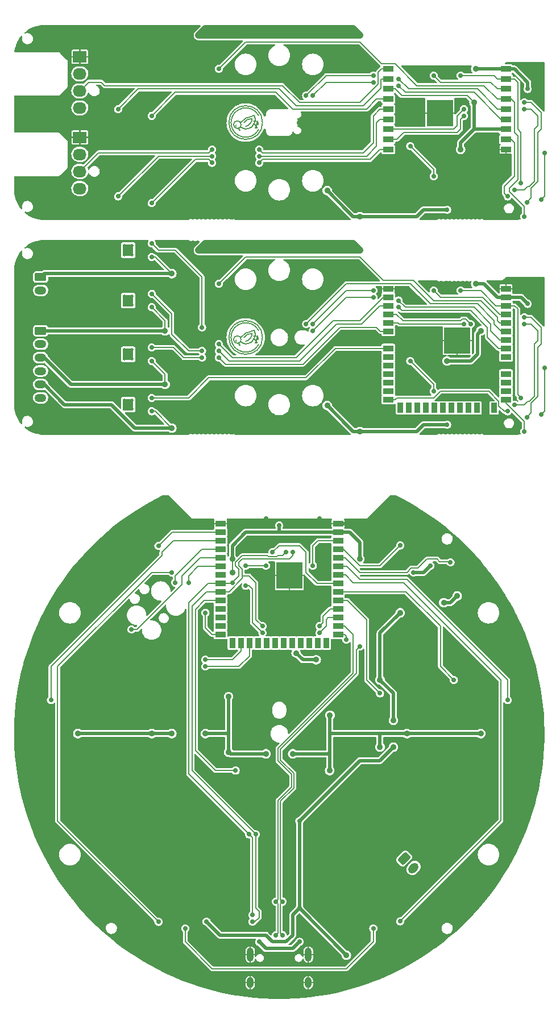
<source format=gbr>
G04 #@! TF.GenerationSoftware,KiCad,Pcbnew,7.0.4-40-g0180cb380f*
G04 #@! TF.CreationDate,2023-07-05T14:48:10-07:00*
G04 #@! TF.ProjectId,IotKnob,496f744b-6e6f-4622-9e6b-696361645f70,rev?*
G04 #@! TF.SameCoordinates,Original*
G04 #@! TF.FileFunction,Copper,L2,Bot*
G04 #@! TF.FilePolarity,Positive*
%FSLAX46Y46*%
G04 Gerber Fmt 4.6, Leading zero omitted, Abs format (unit mm)*
G04 Created by KiCad (PCBNEW 7.0.4-40-g0180cb380f) date 2023-07-05 14:48:10*
%MOMM*%
%LPD*%
G01*
G04 APERTURE LIST*
G04 Aperture macros list*
%AMRoundRect*
0 Rectangle with rounded corners*
0 $1 Rounding radius*
0 $2 $3 $4 $5 $6 $7 $8 $9 X,Y pos of 4 corners*
0 Add a 4 corners polygon primitive as box body*
4,1,4,$2,$3,$4,$5,$6,$7,$8,$9,$2,$3,0*
0 Add four circle primitives for the rounded corners*
1,1,$1+$1,$2,$3*
1,1,$1+$1,$4,$5*
1,1,$1+$1,$6,$7*
1,1,$1+$1,$8,$9*
0 Add four rect primitives between the rounded corners*
20,1,$1+$1,$2,$3,$4,$5,0*
20,1,$1+$1,$4,$5,$6,$7,0*
20,1,$1+$1,$6,$7,$8,$9,0*
20,1,$1+$1,$8,$9,$2,$3,0*%
%AMHorizOval*
0 Thick line with rounded ends*
0 $1 width*
0 $2 $3 position (X,Y) of the first rounded end (center of the circle)*
0 $4 $5 position (X,Y) of the second rounded end (center of the circle)*
0 Add line between two ends*
20,1,$1,$2,$3,$4,$5,0*
0 Add two circle primitives to create the rounded ends*
1,1,$1,$2,$3*
1,1,$1,$4,$5*%
G04 Aperture macros list end*
G04 #@! TA.AperFunction,EtchedComponent*
%ADD10C,0.200000*%
G04 #@! TD*
G04 #@! TA.AperFunction,EtchedComponent*
%ADD11C,0.160000*%
G04 #@! TD*
G04 #@! TA.AperFunction,SMDPad,CuDef*
%ADD12R,4.000000X4.000000*%
G04 #@! TD*
G04 #@! TA.AperFunction,SMDPad,CuDef*
%ADD13R,1.500000X0.900000*%
G04 #@! TD*
G04 #@! TA.AperFunction,ComponentPad*
%ADD14R,2.030000X1.730000*%
G04 #@! TD*
G04 #@! TA.AperFunction,ComponentPad*
%ADD15O,2.030000X1.730000*%
G04 #@! TD*
G04 #@! TA.AperFunction,SMDPad,CuDef*
%ADD16R,3.900000X3.900000*%
G04 #@! TD*
G04 #@! TA.AperFunction,HeatsinkPad*
%ADD17C,0.600000*%
G04 #@! TD*
G04 #@! TA.AperFunction,SMDPad,CuDef*
%ADD18R,0.900000X1.500000*%
G04 #@! TD*
G04 #@! TA.AperFunction,ComponentPad*
%ADD19O,1.750000X1.200000*%
G04 #@! TD*
G04 #@! TA.AperFunction,ComponentPad*
%ADD20RoundRect,0.250000X-0.625000X0.350000X-0.625000X-0.350000X0.625000X-0.350000X0.625000X0.350000X0*%
G04 #@! TD*
G04 #@! TA.AperFunction,ComponentPad*
%ADD21C,0.500000*%
G04 #@! TD*
G04 #@! TA.AperFunction,SMDPad,CuDef*
%ADD22R,1.600000X1.800000*%
G04 #@! TD*
G04 #@! TA.AperFunction,ComponentPad*
%ADD23RoundRect,0.250000X-0.689429X-0.194454X-0.194454X-0.689429X0.689429X0.194454X0.194454X0.689429X0*%
G04 #@! TD*
G04 #@! TA.AperFunction,ComponentPad*
%ADD24HorizOval,1.200000X-0.194454X-0.194454X0.194454X0.194454X0*%
G04 #@! TD*
G04 #@! TA.AperFunction,ComponentPad*
%ADD25O,1.000000X2.100000*%
G04 #@! TD*
G04 #@! TA.AperFunction,ComponentPad*
%ADD26O,1.000000X1.600000*%
G04 #@! TD*
G04 #@! TA.AperFunction,ViaPad*
%ADD27C,0.700000*%
G04 #@! TD*
G04 #@! TA.AperFunction,ViaPad*
%ADD28C,0.900000*%
G04 #@! TD*
G04 #@! TA.AperFunction,Conductor*
%ADD29C,0.200000*%
G04 #@! TD*
G04 #@! TA.AperFunction,Conductor*
%ADD30C,0.160000*%
G04 #@! TD*
G04 #@! TA.AperFunction,Conductor*
%ADD31C,0.500000*%
G04 #@! TD*
G04 #@! TA.AperFunction,Conductor*
%ADD32C,1.000000*%
G04 #@! TD*
G04 APERTURE END LIST*
D10*
X96250000Y-7927802D02*
X96374087Y-8192723D01*
X96374087Y-8192723D02*
X96424715Y-8489050D01*
X96424715Y-8489050D02*
X96398730Y-8798327D01*
X96398730Y-8798327D02*
X96297751Y-9101295D01*
X96395710Y-8800000D02*
X96146914Y-8787996D01*
X96768905Y-8849257D02*
X96395710Y-8800000D01*
X96297751Y-9101295D02*
X96128065Y-9379085D01*
X96128065Y-9379085D02*
X95900241Y-9614398D01*
X96561450Y-9382558D02*
X96202597Y-9273702D01*
X95900241Y-9614398D02*
X95628467Y-9792579D01*
X94458630Y-9778054D02*
X94237139Y-9593750D01*
X95628467Y-9792579D02*
X95329667Y-9902531D01*
X94725950Y-9895035D02*
X94458630Y-9778054D01*
X95329667Y-9902531D02*
X95022451Y-9937407D01*
X95022451Y-9937407D02*
X94725950Y-9895035D01*
X95547562Y-8190635D02*
G75*
G03*
X96250000Y-7927802I-66659J1248218D01*
G01*
D11*
X95000734Y-9575946D02*
G75*
G03*
X95957554Y-8426188I-291446J1215548D01*
G01*
D10*
X95547561Y-8190635D02*
G75*
G03*
X94608540Y-8696494I66659J-1248215D01*
G01*
X94237139Y-9031250D02*
G75*
G03*
X94608539Y-8696494I-634308J1077147D01*
G01*
D11*
X96893910Y-9286610D02*
G75*
G03*
X96768904Y-8786757I-936983J31233D01*
G01*
X95957346Y-8426163D02*
G75*
G03*
X94756933Y-8986604I-151776J-1240717D01*
G01*
X96893905Y-9286757D02*
G75*
G03*
X96768905Y-9286757I-62500J0D01*
G01*
X96768832Y-8786885D02*
G75*
G03*
X96643905Y-9286757I812058J-468495D01*
G01*
X96768905Y-9286757D02*
G75*
G03*
X96643905Y-9286757I-62500J0D01*
G01*
X96686456Y-9819911D02*
G75*
G03*
X96561449Y-9320058I-937056J31211D01*
G01*
X93592648Y-9379260D02*
G75*
G03*
X93592648Y-9620740I32352J-120740D01*
G01*
X94108702Y-10178844D02*
G75*
G03*
X94086556Y-9763205I-599552J176464D01*
G01*
X96686450Y-9820058D02*
G75*
G03*
X96561450Y-9820058I-62500J-2D01*
G01*
X96561379Y-9320187D02*
G75*
G03*
X96436451Y-9820058I812121J-468513D01*
G01*
X96561450Y-9820058D02*
G75*
G03*
X96436450Y-9820058I-62500J-2D01*
G01*
X94108852Y-10178835D02*
G75*
G03*
X93830714Y-9869178I-577552J-239025D01*
G01*
D10*
X96894429Y-7906250D02*
G75*
G03*
X96894430Y-10093749I-1894429J-1093750D01*
G01*
X97500000Y-9000000D02*
G75*
G03*
X97500000Y-9000000I-2500000J0D01*
G01*
X94312500Y-9312500D02*
G75*
G03*
X94312500Y-9312500I-562500J0D01*
G01*
X94312500Y-41312500D02*
G75*
G03*
X94312500Y-41312500I-562500J0D01*
G01*
X97500000Y-41000000D02*
G75*
G03*
X97500000Y-41000000I-2500000J0D01*
G01*
X96894429Y-39906250D02*
G75*
G03*
X96894430Y-42093749I-1894429J-1093750D01*
G01*
D11*
X94108847Y-42178837D02*
G75*
G03*
X93830714Y-41869179I-577527J-238993D01*
G01*
X96561450Y-41820058D02*
G75*
G03*
X96436450Y-41820058I-62500J-2D01*
G01*
X96561379Y-41320187D02*
G75*
G03*
X96436451Y-41820058I812121J-468513D01*
G01*
X96686450Y-41820058D02*
G75*
G03*
X96561450Y-41820058I-62500J-2D01*
G01*
X94108702Y-42178844D02*
G75*
G03*
X94086556Y-41763205I-599552J176464D01*
G01*
X93592648Y-41379260D02*
G75*
G03*
X93592648Y-41620740I32352J-120740D01*
G01*
X96686456Y-41819911D02*
G75*
G03*
X96561449Y-41320058I-937056J31211D01*
G01*
X96768905Y-41286757D02*
G75*
G03*
X96643905Y-41286757I-62500J0D01*
G01*
X96768832Y-40786885D02*
G75*
G03*
X96643905Y-41286757I812058J-468495D01*
G01*
X96893905Y-41286757D02*
G75*
G03*
X96768905Y-41286757I-62500J0D01*
G01*
X95957346Y-40426163D02*
G75*
G03*
X94756933Y-40986604I-151776J-1240717D01*
G01*
X96893910Y-41286610D02*
G75*
G03*
X96768904Y-40786757I-936983J31233D01*
G01*
D10*
X94237139Y-41031250D02*
G75*
G03*
X94608539Y-40696494I-634308J1077147D01*
G01*
X95547561Y-40190635D02*
G75*
G03*
X94608540Y-40696494I66659J-1248215D01*
G01*
D11*
X95000734Y-41575946D02*
G75*
G03*
X95957554Y-40426188I-291446J1215548D01*
G01*
D10*
X95547562Y-40190635D02*
G75*
G03*
X96250000Y-39927802I-66659J1248218D01*
G01*
X95022451Y-41937407D02*
X94725950Y-41895035D01*
X95329667Y-41902531D02*
X95022451Y-41937407D01*
X94725950Y-41895035D02*
X94458630Y-41778054D01*
X95628467Y-41792579D02*
X95329667Y-41902531D01*
X94458630Y-41778054D02*
X94237139Y-41593750D01*
X95900241Y-41614398D02*
X95628467Y-41792579D01*
X96561450Y-41382558D02*
X96202597Y-41273702D01*
X96128065Y-41379085D02*
X95900241Y-41614398D01*
X96297751Y-41101295D02*
X96128065Y-41379085D01*
X96768905Y-40849257D02*
X96395710Y-40800000D01*
X96395710Y-40800000D02*
X96146914Y-40787996D01*
X96398730Y-40798327D02*
X96297751Y-41101295D01*
X96424715Y-40489050D02*
X96398730Y-40798327D01*
X96374087Y-40192723D02*
X96424715Y-40489050D01*
X96250000Y-39927802D02*
X96374087Y-40192723D01*
D12*
X123900000Y-7610000D03*
D13*
X116250000Y-1000000D03*
X116250000Y-2500000D03*
X116250000Y-4000000D03*
X116250000Y-5500000D03*
X116250000Y-7000000D03*
X116250000Y-8500000D03*
X116250000Y-10000000D03*
X116250000Y-11500000D03*
X116250000Y-13000000D03*
X133750000Y-13000000D03*
X133750000Y-11500000D03*
X133750000Y-10000000D03*
X133750000Y-8500000D03*
X133750000Y-7000000D03*
X133750000Y-5500000D03*
X133750000Y-4000000D03*
X133750000Y-2500000D03*
X133750000Y-1000000D03*
D14*
X70300000Y800000D03*
D15*
X70300000Y-1740000D03*
X70300000Y-4280000D03*
X70300000Y-6820000D03*
D14*
X70300000Y-11200000D03*
D15*
X70300000Y-13740000D03*
X70300000Y-16280000D03*
X70300000Y-18820000D03*
D16*
X126500000Y-41460000D03*
D17*
X127200000Y-40060000D03*
X127200000Y-41460000D03*
X127200000Y-42860000D03*
X127900000Y-40760000D03*
X127900000Y-42160000D03*
D13*
X116250000Y-33740000D03*
X116250000Y-35010000D03*
X116250000Y-36280000D03*
X116250000Y-37550000D03*
X116250000Y-38820000D03*
X116250000Y-40090000D03*
X116250000Y-42630000D03*
X116250000Y-43900000D03*
X116250000Y-45170000D03*
X116250000Y-46440000D03*
X116250000Y-47710000D03*
X116250000Y-48980000D03*
X116250000Y-50250000D03*
D18*
X118015000Y-51500000D03*
X119285000Y-51500000D03*
X120555000Y-51500000D03*
X121825000Y-51500000D03*
X123095000Y-51500000D03*
X124365000Y-51500000D03*
X125635000Y-51500000D03*
X126905000Y-51500000D03*
X128175000Y-51500000D03*
X129445000Y-51500000D03*
X131985000Y-51500000D03*
D13*
X133750000Y-50250000D03*
X133750000Y-48980000D03*
X133750000Y-47710000D03*
X133750000Y-46440000D03*
X133750000Y-43900000D03*
X133750000Y-42630000D03*
X133750000Y-41360000D03*
X133750000Y-40090000D03*
X133750000Y-38820000D03*
X133750000Y-37550000D03*
X133750000Y-36280000D03*
X133750000Y-35010000D03*
X133750000Y-33740000D03*
D19*
X64450000Y-34000000D03*
D20*
X64450000Y-32000000D03*
D21*
X76950000Y-42850000D03*
X76950000Y-44150000D03*
D22*
X77500000Y-43500000D03*
D21*
X78050000Y-42850000D03*
X78050000Y-44150000D03*
X76950000Y-27350000D03*
X76950000Y-28650000D03*
D22*
X77500000Y-28000000D03*
D21*
X78050000Y-27350000D03*
X78050000Y-28650000D03*
D19*
X64450000Y-50000000D03*
X64450000Y-48000000D03*
X64450000Y-46000000D03*
X64450000Y-44000000D03*
X64450000Y-42000000D03*
D20*
X64450000Y-40000000D03*
D21*
X76950000Y-34850000D03*
X76950000Y-36150000D03*
D22*
X77500000Y-35500000D03*
D21*
X78050000Y-34850000D03*
X78050000Y-36150000D03*
X76950000Y-50350000D03*
X76950000Y-51650000D03*
D22*
X77500000Y-51000000D03*
D21*
X78050000Y-50350000D03*
X78050000Y-51650000D03*
D13*
X108750000Y-68740000D03*
X108750000Y-70010000D03*
X108750000Y-71280000D03*
X108750000Y-72550000D03*
X108750000Y-73820000D03*
X108750000Y-75090000D03*
X108750000Y-76360000D03*
X108750000Y-77630000D03*
X108750000Y-78900000D03*
X108750000Y-80170000D03*
X108750000Y-81440000D03*
X108750000Y-82710000D03*
X108750000Y-83980000D03*
X108750000Y-85250000D03*
D18*
X106985000Y-86500000D03*
X105715000Y-86500000D03*
X104445000Y-86500000D03*
X103175000Y-86500000D03*
X101905000Y-86500000D03*
X100635000Y-86500000D03*
X99365000Y-86500000D03*
X98095000Y-86500000D03*
X96825000Y-86500000D03*
X95555000Y-86500000D03*
X94285000Y-86500000D03*
X93015000Y-86500000D03*
D13*
X91250000Y-85250000D03*
X91250000Y-83980000D03*
X91250000Y-82710000D03*
X91250000Y-81440000D03*
X91250000Y-80170000D03*
X91250000Y-78900000D03*
X91250000Y-77630000D03*
X91250000Y-76360000D03*
X91250000Y-75090000D03*
X91250000Y-73820000D03*
X91250000Y-72550000D03*
X91250000Y-71280000D03*
X91250000Y-70010000D03*
X91250000Y-68740000D03*
D17*
X102900000Y-77160000D03*
X102900000Y-75760000D03*
X102200000Y-77860000D03*
X102200000Y-76460000D03*
X102200000Y-75060000D03*
X101500000Y-77160000D03*
D16*
X101500000Y-76460000D03*
D17*
X101500000Y-75760000D03*
X100800000Y-77860000D03*
X100800000Y-76460000D03*
X100800000Y-75060000D03*
X100100000Y-77160000D03*
X100100000Y-75760000D03*
D23*
X118585786Y-118585786D03*
D24*
X120000000Y-120000000D03*
D25*
X95680000Y-132895000D03*
D26*
X95680000Y-137075000D03*
D25*
X104320000Y-132895000D03*
D26*
X104320000Y-137075000D03*
D27*
X76000000Y-7000000D03*
X90000000Y-14000000D03*
X135000000Y-19000000D03*
X136500000Y-6000000D03*
X91000000Y-1000000D03*
D28*
X91000000Y4000000D03*
D27*
X117750000Y-2500000D03*
X136000000Y-18000000D03*
X114000000Y-3000000D03*
D28*
X112000000Y4000000D03*
D27*
X123000000Y-17000000D03*
X81000000Y-21000000D03*
X97000000Y-13000000D03*
X136500000Y-23000000D03*
D28*
X107138000Y-19138000D03*
X110000000Y4000000D03*
D27*
X127000000Y-2000000D03*
D28*
X89000000Y5000000D03*
X109000000Y4000000D03*
X129000000Y-6000000D03*
X129250000Y-1000000D03*
D27*
X114000000Y-2000000D03*
X123000000Y-2000000D03*
X97000000Y-14000000D03*
X117750000Y-3500000D03*
X136875000Y-20875000D03*
X139500000Y-13500000D03*
D28*
X112000000Y-23000000D03*
X90000000Y5000000D03*
D27*
X90000000Y-15000000D03*
X139000000Y-20500000D03*
D28*
X110000000Y5000000D03*
D27*
X81000000Y-8000000D03*
D28*
X88000000Y4000000D03*
X92000000Y5000000D03*
X109000000Y5000000D03*
D27*
X127500000Y-7000000D03*
X134000000Y-20000000D03*
X97000000Y-15000000D03*
X104000000Y-5000000D03*
X76000000Y-20000000D03*
X136500000Y-7000000D03*
X105000000Y-5000000D03*
X125000000Y-22000000D03*
D28*
X91000000Y5000000D03*
X108000000Y5000000D03*
X89000000Y4000000D03*
X111000000Y4000000D03*
D27*
X90000000Y-13000000D03*
X127500000Y-8000000D03*
D28*
X90000000Y4000000D03*
X111000000Y5000000D03*
D27*
X119500000Y-12500000D03*
D28*
X112500000Y-9000000D03*
X76000000Y-18000000D03*
X76000000Y-5000000D03*
X117000000Y-20500000D03*
X138000000Y-1000000D03*
X132000000Y-13000000D03*
X127000000Y-13000000D03*
D27*
X137000000Y-4000000D03*
D28*
X119000000Y-15000000D03*
X81000000Y-6000000D03*
X81000000Y-19000000D03*
X122000000Y-23000000D03*
X125000000Y-1000000D03*
X113000000Y-21000000D03*
X114000000Y-1000000D03*
X131000000Y-13000000D03*
X113000000Y0D03*
X120000000Y-16000000D03*
X131000000Y-12000000D03*
X93000000Y-23000000D03*
X132000000Y-12000000D03*
X103000000Y-9000000D03*
X107000000Y-23000000D03*
D27*
X104000000Y-39000000D03*
X91000000Y-42000000D03*
X81000000Y-52000000D03*
D28*
X84000000Y-54500000D03*
D27*
X81000000Y-50000000D03*
X81000000Y-27000000D03*
X114000000Y-34000000D03*
D28*
X107138000Y-51138000D03*
D27*
X139500000Y-45500000D03*
X127500000Y-39000000D03*
X136500000Y-55000000D03*
D28*
X111000000Y-28000000D03*
X125000000Y-44500000D03*
X84000000Y-31500000D03*
D27*
X123000000Y-49000000D03*
X114000000Y-35000000D03*
D28*
X93000000Y-55000000D03*
D27*
X127000000Y-34000000D03*
X117750000Y-36500000D03*
D28*
X110000000Y-28000000D03*
X90000000Y-27000000D03*
D27*
X137000000Y-36000000D03*
X105000000Y-40000000D03*
X136500000Y-39000000D03*
D28*
X86000000Y-41000000D03*
D27*
X125000000Y-54000000D03*
D28*
X109000000Y-28000000D03*
X112000000Y-55000000D03*
X91000000Y-27000000D03*
X112000000Y-28000000D03*
X130000000Y-40000000D03*
X108000000Y-27000000D03*
X129250000Y-33000000D03*
X82500000Y-41500000D03*
X111000000Y-27000000D03*
X77500000Y-33500000D03*
X77500000Y-41500000D03*
X89000000Y-28000000D03*
X89000000Y-27000000D03*
X90000000Y-28000000D03*
D27*
X88500000Y-39500000D03*
X81000000Y-44500000D03*
D28*
X83000000Y-40000000D03*
D27*
X81000000Y-36500000D03*
D28*
X91000000Y-28000000D03*
D27*
X135000000Y-51000000D03*
D28*
X92000000Y-27000000D03*
X109000000Y-27000000D03*
D27*
X81000000Y-42500000D03*
X81037048Y-34500000D03*
X136875000Y-52875000D03*
X134000000Y-52000000D03*
X91000000Y-43000000D03*
X88500000Y-43000000D03*
X81000000Y-29000000D03*
D28*
X110000000Y-27000000D03*
D27*
X136500000Y-38000000D03*
X105000000Y-39000000D03*
D28*
X119000000Y-47000000D03*
D27*
X91000000Y-33000000D03*
X128500000Y-39000000D03*
X88500000Y-44000000D03*
X123000000Y-34000000D03*
X91000000Y-44000000D03*
D28*
X88000000Y-28000000D03*
X83000000Y-48000000D03*
D27*
X117750000Y-35500000D03*
X136000000Y-50000000D03*
X139000000Y-52500000D03*
D28*
X131000000Y-44000000D03*
X132000000Y-45000000D03*
X112500000Y-41000000D03*
X132000000Y-44000000D03*
X122000000Y-55000000D03*
X82500000Y-33500000D03*
X113000000Y-53000000D03*
X109500000Y-41000000D03*
X131000000Y-45000000D03*
X89000000Y-30000000D03*
X81000000Y-49000000D03*
X113000000Y-32000000D03*
X107000000Y-55000000D03*
X117000000Y-52500000D03*
X120000000Y-48000000D03*
X120500000Y-35500000D03*
X84000000Y-27000000D03*
X77500000Y-49059503D03*
X125000000Y-33000000D03*
X84000670Y-28999330D03*
X138000000Y-33000000D03*
D27*
X119500000Y-44500000D03*
D28*
X100000000Y-107000000D03*
X113500000Y-72500000D03*
X105000000Y-83000000D03*
D27*
X128000000Y-92000000D03*
X103000000Y-130000000D03*
D28*
X95000000Y-83000000D03*
D27*
X106000000Y-73000000D03*
D28*
X121000000Y-105000000D03*
X105000000Y-117000000D03*
X105000000Y-121000000D03*
X115000000Y-80000000D03*
X83000000Y-105000000D03*
X118509679Y-134329147D03*
X117000000Y-105000000D03*
D27*
X125000000Y-77500000D03*
D28*
X81714007Y-134552833D03*
D27*
X81000000Y-77500000D03*
D28*
X100000000Y-94500000D03*
X115000000Y-98000000D03*
D27*
X93000000Y-136750000D03*
D28*
X89000000Y-132000000D03*
X61000000Y-100000000D03*
X81490321Y-65670853D03*
D27*
X98000000Y-68000000D03*
D28*
X105000000Y-79000000D03*
D27*
X107000000Y-136750000D03*
D28*
X95000000Y-121000000D03*
X118509679Y-65670853D03*
X95000000Y-79000000D03*
D27*
X94000000Y-73000000D03*
D28*
X95000000Y-117000000D03*
X112000000Y-80000000D03*
X79000000Y-105000000D03*
X139000000Y-100000000D03*
X125000000Y-108000000D03*
D27*
X106000000Y-68000000D03*
D28*
X93000000Y-76000000D03*
X110000000Y-133000000D03*
X117000000Y-102000000D03*
D27*
X100000000Y-69000000D03*
D28*
X118000000Y-82000000D03*
X102500000Y-88000000D03*
X117000000Y-98000000D03*
D27*
X103000000Y-113000000D03*
D28*
X115000000Y-92000000D03*
X105500000Y-89000000D03*
D27*
X89175000Y-128000000D03*
D28*
X112000000Y-74000000D03*
D27*
X103000000Y-126000000D03*
D28*
X92998307Y-73998307D03*
D27*
X96000000Y-127000000D03*
X97500000Y-85000000D03*
X93000000Y-77500000D03*
X95500000Y-115000000D03*
X101022577Y-73000000D03*
X95000000Y-78000000D03*
X95000000Y-75000000D03*
X105000000Y-75000000D03*
X98000000Y-75000000D03*
X97500000Y-84000000D03*
X96500000Y-115000000D03*
X96000000Y-128000000D03*
X102000000Y-73000000D03*
X84000000Y-76000000D03*
X82000000Y-128024853D03*
X86500000Y-77500000D03*
X89000000Y-90000000D03*
X66000000Y-95000000D03*
X99000000Y-73000000D03*
X89000000Y-89000000D03*
X118000000Y-71975147D03*
X134000000Y-95000000D03*
X118000000Y-127951167D03*
X112000000Y-87000000D03*
X100500000Y-125000000D03*
X100500000Y-130000000D03*
X110000000Y-86000000D03*
X89000000Y-82000000D03*
X78000000Y-84500000D03*
X84500000Y-77500000D03*
X99500000Y-125000000D03*
X99500000Y-130000000D03*
D28*
X124498307Y-80501693D03*
X126501693Y-79498307D03*
X92450000Y-102750000D03*
D27*
X103000000Y-131000000D03*
D28*
X84000000Y-100000000D03*
D27*
X120000000Y-76000000D03*
D28*
X130000000Y-100000000D03*
X119000000Y-100000000D03*
X115000000Y-102000000D03*
X107550000Y-97250000D03*
D27*
X122500000Y-75000000D03*
D28*
X70000000Y-100000000D03*
X102000000Y-103000000D03*
X98000000Y-103000000D03*
X92450000Y-94500000D03*
D27*
X97000000Y-131000000D03*
D28*
X89000000Y-100000000D03*
X107500000Y-105500000D03*
X81000000Y-100000000D03*
D27*
X86000000Y-129000000D03*
X114000000Y-129000000D03*
X82000000Y-72048833D03*
X106000000Y-85000000D03*
X106000000Y-84000000D03*
X93500000Y-105500000D03*
X125500000Y-74500000D03*
X126000000Y-92000000D03*
X115000000Y-94000000D03*
D29*
X84500000Y-4500000D02*
X81000000Y-8000000D01*
X113000000Y-7000000D02*
X102000000Y-7000000D01*
X114750000Y-1500000D02*
X114750000Y-3250000D01*
X74000000Y-3500000D02*
X73500000Y-3000000D01*
X114000000Y-12000000D02*
X114000000Y-8000000D01*
X103000000Y-6000000D02*
X100500000Y-3500000D01*
X112000000Y-6000000D02*
X114750000Y-3250000D01*
X115110000Y-2640000D02*
X115250000Y-2500000D01*
X82000000Y-14000000D02*
X76000000Y-20000000D01*
X89500000Y-14500000D02*
X87500000Y-14500000D01*
X71580000Y-3000000D02*
X70300000Y-4280000D01*
X89500000Y-13500000D02*
X73080000Y-13500000D01*
X116250000Y-5500000D02*
X114500000Y-5500000D01*
X87500000Y-14500000D02*
X81000000Y-21000000D01*
X100000000Y-4000000D02*
X102500000Y-6500000D01*
X102000000Y-7000000D02*
X99500000Y-4500000D01*
X114500000Y-9000000D02*
X114500000Y-12500000D01*
X116250000Y-8500000D02*
X115000000Y-8500000D01*
X114000000Y-8000000D02*
X115000000Y-7000000D01*
X99500000Y-4500000D02*
X84500000Y-4500000D01*
X114500000Y-5500000D02*
X113000000Y-7000000D01*
X97500000Y-14500000D02*
X97000000Y-15000000D01*
X116250000Y-1000000D02*
X115250000Y-1000000D01*
X112000000Y-6000000D02*
X103000000Y-6000000D01*
X100500000Y-3500000D02*
X74000000Y-3500000D01*
X102500000Y-6500000D02*
X112500000Y-6500000D01*
X113500000Y-14500000D02*
X115000000Y-13000000D01*
X97000000Y-14000000D02*
X113000000Y-14000000D01*
X114500000Y-12500000D02*
X113000000Y-14000000D01*
X115000000Y-7000000D02*
X116250000Y-7000000D01*
X115000000Y-8500000D02*
X114500000Y-9000000D01*
X97500000Y-13500000D02*
X97000000Y-13000000D01*
X112500000Y-6500000D02*
X115110000Y-3890000D01*
X73080000Y-13500000D02*
X70300000Y-16280000D01*
X90000000Y-15000000D02*
X89500000Y-14500000D01*
X115110000Y-3890000D02*
X115110000Y-2640000D01*
X113500000Y-14500000D02*
X97500000Y-14500000D01*
X73500000Y-3000000D02*
X71580000Y-3000000D01*
X115250000Y-1000000D02*
X114750000Y-1500000D01*
X79000000Y-4000000D02*
X100000000Y-4000000D01*
X76000000Y-7000000D02*
X79000000Y-4000000D01*
X115250000Y-2500000D02*
X116250000Y-2500000D01*
X90000000Y-14000000D02*
X82000000Y-14000000D01*
X90000000Y-13000000D02*
X89500000Y-13500000D01*
X112500000Y-13500000D02*
X97500000Y-13500000D01*
X116250000Y-13000000D02*
X115000000Y-13000000D01*
X114000000Y-12000000D02*
X112500000Y-13500000D01*
X133000000Y-8500000D02*
X133750000Y-8500000D01*
X132500000Y-7000000D02*
X133750000Y-7000000D01*
X119250000Y-4000000D02*
X129500000Y-4000000D01*
X118750000Y-4500000D02*
X129000000Y-4500000D01*
X107000000Y-3000000D02*
X105000000Y-5000000D01*
X114000000Y-3000000D02*
X107000000Y-3000000D01*
X107000000Y-2000000D02*
X114000000Y-2000000D01*
X129500000Y-4000000D02*
X132500000Y-7000000D01*
X129000000Y-4500000D02*
X133000000Y-8500000D01*
X117750000Y-2500000D02*
X119250000Y-4000000D01*
X104000000Y-5000000D02*
X107000000Y-2000000D01*
X117750000Y-3500000D02*
X118750000Y-4500000D01*
D30*
X138000000Y-17735966D02*
X137235966Y-18500000D01*
D29*
X135000000Y-12000000D02*
X135000000Y-17000000D01*
X137500000Y-20250000D02*
X136875000Y-20875000D01*
X138000000Y-17500000D02*
X138000000Y-10000000D01*
D30*
X137500000Y-18764034D02*
X137500000Y-19000000D01*
D29*
X126500000Y-9500000D02*
X126000000Y-10000000D01*
X126500000Y-8000000D02*
X126500000Y-9500000D01*
X137500000Y-6000000D02*
X136500000Y-6000000D01*
X135000000Y-19000000D02*
X136500000Y-19000000D01*
D30*
X138500000Y-17500000D02*
X138500000Y-17764034D01*
D29*
X127500000Y-7000000D02*
X126500000Y-8000000D01*
X136500000Y-19000000D02*
X137000000Y-18500000D01*
X138500000Y-17500000D02*
X138500000Y-10500000D01*
X127000000Y-10000000D02*
X127000000Y-8500000D01*
X133750000Y-11500000D02*
X134500000Y-11500000D01*
X133500000Y-18500000D02*
X135000000Y-17000000D01*
X134000000Y-20000000D02*
X133500000Y-19500000D01*
X126000000Y-10000000D02*
X116250000Y-10000000D01*
X137500000Y-7000000D02*
X136500000Y-7000000D01*
X133500000Y-18500000D02*
X133500000Y-19500000D01*
D30*
X138000000Y-17500000D02*
X138000000Y-17735966D01*
D29*
X138500000Y-9500000D02*
X138500000Y-8000000D01*
D30*
X137235966Y-18500000D02*
X137000000Y-18500000D01*
D29*
X138000000Y-10000000D02*
X138500000Y-9500000D01*
X139000000Y-7500000D02*
X137500000Y-6000000D01*
X137500000Y-19000000D02*
X137500000Y-20250000D01*
X127000000Y-8500000D02*
X127500000Y-8000000D01*
X138500000Y-10500000D02*
X139000000Y-10000000D01*
X116250000Y-11500000D02*
X117500000Y-11500000D01*
X118500000Y-10500000D02*
X126500000Y-10500000D01*
D30*
X138500000Y-17764034D02*
X137500000Y-18764034D01*
D29*
X117500000Y-11500000D02*
X118500000Y-10500000D01*
X139000000Y-10000000D02*
X139000000Y-7500000D01*
X138500000Y-8000000D02*
X137500000Y-7000000D01*
X126500000Y-10500000D02*
X127000000Y-10000000D01*
X139500000Y-20000000D02*
X139000000Y-20500000D01*
D31*
X121500000Y-22000000D02*
X120500000Y-23000000D01*
X110250000Y-22250000D02*
X111000000Y-23000000D01*
D29*
X123000000Y-16000000D02*
X119500000Y-12500000D01*
X136500000Y-23000000D02*
X136500000Y-21500000D01*
X136500000Y-21500000D02*
X134250000Y-19250000D01*
X134500000Y-5500000D02*
X133750000Y-5500000D01*
D31*
X107138000Y-19138000D02*
X110250000Y-22250000D01*
D29*
X123000000Y-17000000D02*
X123000000Y-16000000D01*
X135500000Y-11000000D02*
X135000000Y-10500000D01*
X120500000Y-3500000D02*
X117250000Y-250000D01*
X134250000Y-18750000D02*
X135500000Y-17500000D01*
X115250000Y-250000D02*
X112000000Y3000000D01*
X117250000Y-250000D02*
X115250000Y-250000D01*
X139500000Y-13500000D02*
X139500000Y-20000000D01*
D31*
X120500000Y-23000000D02*
X112000000Y-23000000D01*
D29*
X133750000Y-4000000D02*
X132500000Y-4000000D01*
D31*
X125000000Y-22000000D02*
X121500000Y-22000000D01*
X111000000Y-23000000D02*
X112000000Y-23000000D01*
D29*
X124000000Y-3000000D02*
X123000000Y-2000000D01*
X132500000Y-5500000D02*
X130500000Y-3500000D01*
X134250000Y-19250000D02*
X134250000Y-18750000D01*
X134500000Y-11500000D02*
X135000000Y-12000000D01*
X95000000Y3000000D02*
X91000000Y-1000000D01*
X135000000Y-10500000D02*
X135000000Y-6000000D01*
X131500000Y-3000000D02*
X124000000Y-3000000D01*
X112000000Y3000000D02*
X95000000Y3000000D01*
X130500000Y-3500000D02*
X120500000Y-3500000D01*
X135500000Y-17500000D02*
X135500000Y-11000000D01*
X133750000Y-5500000D02*
X132500000Y-5500000D01*
X135000000Y-6000000D02*
X134500000Y-5500000D01*
X132500000Y-4000000D02*
X131500000Y-3000000D01*
X135000000Y-2500000D02*
X133750000Y-2500000D01*
X136000000Y-18000000D02*
X136000000Y-10500000D01*
X132000000Y-2000000D02*
X127000000Y-2000000D01*
D32*
X109000000Y4000000D02*
X112000000Y4000000D01*
X110000000Y5000000D02*
X111000000Y4000000D01*
D29*
X132500000Y-2500000D02*
X132000000Y-2000000D01*
X135500000Y-3000000D02*
X135000000Y-2500000D01*
D32*
X111000000Y5000000D02*
X112000000Y4000000D01*
X89000000Y5000000D02*
X88000000Y4000000D01*
D29*
X133750000Y-2500000D02*
X132500000Y-2500000D01*
X135500000Y-10000000D02*
X135500000Y-3000000D01*
X136000000Y-10500000D02*
X135500000Y-10000000D01*
D32*
X110000000Y5000000D02*
X89000000Y5000000D01*
X110000000Y5000000D02*
X111000000Y5000000D01*
X88000000Y4000000D02*
X111000000Y4000000D01*
D31*
X137000000Y-3000000D02*
X137000000Y-4000000D01*
X129000000Y-6000000D02*
X129000000Y-10000000D01*
X133750000Y-1000000D02*
X129250000Y-1000000D01*
D29*
X117250000Y-4000000D02*
X116250000Y-4000000D01*
D31*
X127000000Y-12000000D02*
X129000000Y-10000000D01*
X135000000Y-1000000D02*
X137000000Y-3000000D01*
X127000000Y-13000000D02*
X127000000Y-12000000D01*
D29*
X128000000Y-5000000D02*
X118250000Y-5000000D01*
D31*
X133750000Y-1000000D02*
X135000000Y-1000000D01*
D29*
X118250000Y-5000000D02*
X117250000Y-4000000D01*
D31*
X129000000Y-10000000D02*
X133750000Y-10000000D01*
D29*
X129000000Y-6000000D02*
X128000000Y-5000000D01*
D31*
X84000000Y-54500000D02*
X78500000Y-54500000D01*
D29*
X104000000Y-47000000D02*
X89500000Y-47000000D01*
X86500000Y-50000000D02*
X81000000Y-50000000D01*
X108370000Y-42630000D02*
X104000000Y-47000000D01*
X116250000Y-42630000D02*
X108370000Y-42630000D01*
X89500000Y-47000000D02*
X86500000Y-50000000D01*
X84000000Y-54500000D02*
X81500000Y-52000000D01*
X108000000Y-38500000D02*
X112000000Y-38500000D01*
X84000000Y-40500000D02*
X84000000Y-37462952D01*
X112000000Y-38500000D02*
X115490000Y-35010000D01*
D31*
X68000000Y-51000000D02*
X65000000Y-48000000D01*
D29*
X115000000Y-36280000D02*
X116250000Y-36280000D01*
D31*
X78500000Y-54500000D02*
X75000000Y-51000000D01*
D29*
X81500000Y-52000000D02*
X81000000Y-52000000D01*
X86500000Y-43000000D02*
X84000000Y-40500000D01*
X82000000Y-28000000D02*
X81000000Y-27000000D01*
X132000000Y-39000000D02*
X133090000Y-40090000D01*
D31*
X75000000Y-51000000D02*
X68000000Y-51000000D01*
D29*
X108500000Y-39000000D02*
X112280000Y-39000000D01*
X103000000Y-44500000D02*
X108500000Y-39000000D01*
X104000000Y-39000000D02*
X110000000Y-33000000D01*
X115490000Y-35010000D02*
X116250000Y-35010000D01*
X88500000Y-43000000D02*
X86500000Y-43000000D01*
X129500000Y-36000000D02*
X132000000Y-38500000D01*
X110000000Y-33000000D02*
X119500000Y-33000000D01*
X122500000Y-36000000D02*
X129500000Y-36000000D01*
X119500000Y-33000000D02*
X122500000Y-36000000D01*
X88500000Y-32000000D02*
X84500000Y-28000000D01*
X93000000Y-44000000D02*
X102500000Y-44000000D01*
X112280000Y-39000000D02*
X115000000Y-36280000D01*
X102500000Y-44000000D02*
X108000000Y-38500000D01*
X132000000Y-38500000D02*
X132000000Y-39000000D01*
X133090000Y-40090000D02*
X133750000Y-40090000D01*
X91000000Y-43000000D02*
X92500000Y-44500000D01*
X84000000Y-37462952D02*
X81037048Y-34500000D01*
X91000000Y-42000000D02*
X93000000Y-44000000D01*
X88500000Y-39500000D02*
X88500000Y-32000000D01*
X92500000Y-44500000D02*
X103000000Y-44500000D01*
X84500000Y-28000000D02*
X82000000Y-28000000D01*
D31*
X84000000Y-31500000D02*
X65000000Y-31500000D01*
D29*
X81500000Y-29000000D02*
X81000000Y-29000000D01*
X132820000Y-38820000D02*
X132500000Y-38500000D01*
X84250000Y-42500000D02*
X81000000Y-42500000D01*
X103500000Y-45000000D02*
X92000000Y-45000000D01*
X92000000Y-45000000D02*
X91000000Y-44000000D01*
D31*
X83000000Y-48000000D02*
X69000000Y-48000000D01*
D29*
X84000000Y-31500000D02*
X81500000Y-29000000D01*
X88500000Y-44000000D02*
X85750000Y-44000000D01*
X116250000Y-40090000D02*
X115090000Y-40090000D01*
X115090000Y-40090000D02*
X114500000Y-39500000D01*
X114500000Y-39500000D02*
X109000000Y-39500000D01*
X109000000Y-39500000D02*
X103500000Y-45000000D01*
D31*
X69000000Y-48000000D02*
X65000000Y-44000000D01*
X83000000Y-40000000D02*
X65000000Y-40000000D01*
D29*
X112000000Y-29000000D02*
X95000000Y-29000000D01*
X83000000Y-46500000D02*
X81000000Y-44500000D01*
X83000000Y-40000000D02*
X83000000Y-38500000D01*
X115500000Y-32500000D02*
X112000000Y-29000000D01*
X133750000Y-38820000D02*
X132820000Y-38820000D01*
X85750000Y-44000000D02*
X84250000Y-42500000D01*
X130000000Y-35500000D02*
X123000000Y-35500000D01*
X83000000Y-48000000D02*
X83000000Y-46500000D01*
D31*
X65000000Y-31500000D02*
X64500000Y-32000000D01*
D29*
X83000000Y-38500000D02*
X81000000Y-36500000D01*
X120000000Y-32500000D02*
X115500000Y-32500000D01*
X117750000Y-35500000D02*
X118750000Y-36500000D01*
X118250000Y-37000000D02*
X128500000Y-37000000D01*
X131500000Y-40000000D02*
X132860000Y-41360000D01*
X110000000Y-34000000D02*
X114000000Y-34000000D01*
X105000000Y-39000000D02*
X110000000Y-34000000D01*
X131000000Y-41000000D02*
X132630000Y-42630000D01*
X132630000Y-42630000D02*
X133750000Y-42630000D01*
X118750000Y-36500000D02*
X129000000Y-36500000D01*
X105000000Y-40000000D02*
X110000000Y-35000000D01*
X123000000Y-35500000D02*
X120000000Y-32500000D01*
X117750000Y-36500000D02*
X118250000Y-37000000D01*
X95000000Y-29000000D02*
X91000000Y-33000000D01*
X128500000Y-37000000D02*
X131000000Y-39500000D01*
X131000000Y-39500000D02*
X131000000Y-41000000D01*
X132500000Y-38500000D02*
X132500000Y-38000000D01*
X132500000Y-38000000D02*
X130000000Y-35500000D01*
X131500000Y-39000000D02*
X131500000Y-40000000D01*
X129000000Y-36500000D02*
X131500000Y-39000000D01*
X110000000Y-35000000D02*
X114000000Y-35000000D01*
X132860000Y-41360000D02*
X133750000Y-41360000D01*
X127750000Y-38250000D02*
X127250000Y-38250000D01*
X137500000Y-51000000D02*
X137500000Y-52250000D01*
X137500000Y-52250000D02*
X136875000Y-52875000D01*
D30*
X138500000Y-49500000D02*
X138500000Y-49764034D01*
D29*
X139000000Y-42000000D02*
X139000000Y-39500000D01*
X118400000Y-38500000D02*
X117450000Y-37550000D01*
X139000000Y-39500000D02*
X137500000Y-38000000D01*
D30*
X137500000Y-50764034D02*
X137500000Y-51000000D01*
D29*
X127250000Y-38250000D02*
X127000000Y-38500000D01*
X127000000Y-38500000D02*
X118400000Y-38500000D01*
X137500000Y-38000000D02*
X136500000Y-38000000D01*
X138500000Y-42500000D02*
X139000000Y-42000000D01*
X117450000Y-37550000D02*
X116250000Y-37550000D01*
D30*
X138500000Y-49764034D02*
X137500000Y-50764034D01*
D29*
X138500000Y-49500000D02*
X138500000Y-42500000D01*
X128500000Y-39000000D02*
X127750000Y-38250000D01*
X136500000Y-51000000D02*
X137000000Y-50500000D01*
D30*
X138000000Y-49500000D02*
X138000000Y-49735966D01*
D29*
X117860000Y-39000000D02*
X117680000Y-38820000D01*
X132800000Y-37550000D02*
X133750000Y-37550000D01*
D30*
X138000000Y-49735966D02*
X137235966Y-50500000D01*
D29*
X124000000Y-49000000D02*
X131205000Y-49000000D01*
X130250000Y-35000000D02*
X132800000Y-37550000D01*
X123000000Y-49000000D02*
X123000000Y-48000000D01*
D30*
X137235966Y-50500000D02*
X137000000Y-50500000D01*
D29*
X138000000Y-42000000D02*
X138500000Y-41500000D01*
X123000000Y-50000000D02*
X124000000Y-49000000D01*
X136500000Y-53500000D02*
X136500000Y-55000000D01*
X117680000Y-38820000D02*
X116250000Y-38820000D01*
X123000000Y-34000000D02*
X124000000Y-35000000D01*
X131205000Y-49000000D02*
X132695000Y-50490000D01*
X132695000Y-50490000D02*
X132695000Y-51195000D01*
X123000000Y-48000000D02*
X119500000Y-44500000D01*
X133500000Y-52000000D02*
X134000000Y-52000000D01*
X132695000Y-51195000D02*
X133500000Y-52000000D01*
X133750000Y-50750000D02*
X136500000Y-53500000D01*
X138500000Y-41500000D02*
X138500000Y-40000000D01*
X135000000Y-51000000D02*
X136500000Y-51000000D01*
X116250000Y-50250000D02*
X117250000Y-50250000D01*
X139500000Y-45500000D02*
X139500000Y-52000000D01*
X137500000Y-39000000D02*
X136500000Y-39000000D01*
X117250000Y-50250000D02*
X117500000Y-50000000D01*
X139500000Y-52000000D02*
X139000000Y-52500000D01*
X127500000Y-39000000D02*
X117860000Y-39000000D01*
X138500000Y-40000000D02*
X137500000Y-39000000D01*
X117500000Y-50000000D02*
X123000000Y-50000000D01*
X124000000Y-35000000D02*
X130250000Y-35000000D01*
X133750000Y-50250000D02*
X133750000Y-50750000D01*
X138000000Y-49500000D02*
X138000000Y-42000000D01*
D31*
X110250000Y-54250000D02*
X111000000Y-55000000D01*
X107138000Y-51138000D02*
X110250000Y-54250000D01*
X121500000Y-54000000D02*
X120500000Y-55000000D01*
X111000000Y-55000000D02*
X112000000Y-55000000D01*
X125000000Y-54000000D02*
X121500000Y-54000000D01*
X120500000Y-55000000D02*
X112000000Y-55000000D01*
D32*
X109000000Y-28000000D02*
X112000000Y-28000000D01*
X88000000Y-28000000D02*
X111000000Y-28000000D01*
X110000000Y-27000000D02*
X111000000Y-27000000D01*
D29*
X135500000Y-49500000D02*
X135500000Y-36750000D01*
D32*
X89000000Y-27000000D02*
X88000000Y-28000000D01*
X110000000Y-27000000D02*
X111000000Y-28000000D01*
D29*
X135030000Y-36280000D02*
X133750000Y-36280000D01*
D32*
X111000000Y-27000000D02*
X112000000Y-28000000D01*
D29*
X130000000Y-34000000D02*
X132280000Y-36280000D01*
X127000000Y-34000000D02*
X130000000Y-34000000D01*
X136000000Y-50000000D02*
X135500000Y-49500000D01*
X132280000Y-36280000D02*
X133750000Y-36280000D01*
X135500000Y-36750000D02*
X135030000Y-36280000D01*
D32*
X110000000Y-27000000D02*
X89000000Y-27000000D01*
D31*
X132510000Y-35010000D02*
X133750000Y-35010000D01*
X130500000Y-33000000D02*
X132510000Y-35010000D01*
X128500000Y-44500000D02*
X125000000Y-44500000D01*
X129500000Y-40500000D02*
X129500000Y-43500000D01*
X129500000Y-43500000D02*
X128500000Y-44500000D01*
X133750000Y-35010000D02*
X136010000Y-35010000D01*
X136010000Y-35010000D02*
X137000000Y-36000000D01*
X130000000Y-40000000D02*
X129500000Y-40500000D01*
X129250000Y-33000000D02*
X130500000Y-33000000D01*
X112000000Y-70000000D02*
X110740000Y-68740000D01*
X112000000Y-70000000D02*
X113500000Y-71500000D01*
X110740000Y-68740000D02*
X108750000Y-68740000D01*
X113500000Y-71500000D02*
X113500000Y-72500000D01*
X105500000Y-89000000D02*
X103500000Y-89000000D01*
X92998307Y-72001693D02*
X94990000Y-70010000D01*
D29*
X92998307Y-75998307D02*
X93000000Y-76000000D01*
D31*
X110510000Y-70010000D02*
X112000000Y-71500000D01*
X92998307Y-73998307D02*
X92998307Y-72001693D01*
X98000000Y-130000000D02*
X99000000Y-131000000D01*
D29*
X92998307Y-73998307D02*
X92998307Y-75998307D01*
D31*
X117000000Y-98000000D02*
X117000000Y-94000000D01*
X102000000Y-127000000D02*
X103000000Y-126000000D01*
X102000000Y-130000000D02*
X102000000Y-127000000D01*
X99000000Y-131000000D02*
X101000000Y-131000000D01*
X112000000Y-71500000D02*
X112000000Y-74000000D01*
X117000000Y-102000000D02*
X115000000Y-104000000D01*
X115000000Y-104000000D02*
X112000000Y-104000000D01*
X94990000Y-70010000D02*
X100000000Y-70010000D01*
X91175000Y-130000000D02*
X98000000Y-130000000D01*
X89175000Y-128000000D02*
X91175000Y-130000000D01*
X115000000Y-85000000D02*
X118000000Y-82000000D01*
X117000000Y-94000000D02*
X115000000Y-92000000D01*
X101000000Y-131000000D02*
X102000000Y-130000000D01*
X103500000Y-89000000D02*
X102500000Y-88000000D01*
X103000000Y-113000000D02*
X103000000Y-126000000D01*
X115000000Y-85000000D02*
X115000000Y-92000000D01*
X112000000Y-104000000D02*
X103000000Y-113000000D01*
X100000000Y-70010000D02*
X100000000Y-69000000D01*
X100000000Y-70010000D02*
X108750000Y-70010000D01*
X108750000Y-70010000D02*
X110510000Y-70010000D01*
X103000000Y-126000000D02*
X110000000Y-133000000D01*
D29*
X100522577Y-73500000D02*
X101022577Y-73000000D01*
X96000000Y-127000000D02*
X96000000Y-115500000D01*
X96000000Y-115500000D02*
X86500000Y-106000000D01*
X95500000Y-78000000D02*
X95000000Y-78000000D01*
X89370000Y-77630000D02*
X91250000Y-77630000D01*
X94000000Y-75509116D02*
X93500000Y-75009116D01*
X96000000Y-115500000D02*
X95500000Y-115000000D01*
X96000000Y-78500000D02*
X95500000Y-78000000D01*
X97500000Y-85000000D02*
X96000000Y-83500000D01*
X98250000Y-73500000D02*
X98360000Y-73610000D01*
X93500000Y-74500000D02*
X94500000Y-73500000D01*
X96000000Y-83500000D02*
X96000000Y-78500000D01*
X93500000Y-75009116D02*
X93500000Y-74500000D01*
X98360000Y-73610000D02*
X99640000Y-73610000D01*
X86500000Y-106000000D02*
X86500000Y-80500000D01*
X94500000Y-73500000D02*
X98250000Y-73500000D01*
X94000000Y-76500000D02*
X94000000Y-75509116D01*
X99750000Y-73500000D02*
X100522577Y-73500000D01*
X99640000Y-73610000D02*
X99750000Y-73500000D01*
X92870000Y-77630000D02*
X94000000Y-76500000D01*
X86500000Y-80500000D02*
X89370000Y-77630000D01*
X91250000Y-77630000D02*
X92870000Y-77630000D01*
X105000000Y-75000000D02*
X105000000Y-72000000D01*
X95000000Y-75000000D02*
X98000000Y-75000000D01*
X105000000Y-72000000D02*
X105720000Y-71280000D01*
X105720000Y-71280000D02*
X108750000Y-71280000D01*
X94500000Y-76900000D02*
X94500000Y-76500000D01*
X94500000Y-76500000D02*
X94500000Y-75500000D01*
X94500000Y-76500000D02*
X95500000Y-76500000D01*
X102000000Y-73500000D02*
X102000000Y-73000000D01*
X94000000Y-74509116D02*
X94509116Y-74000000D01*
X96362671Y-128000000D02*
X97000000Y-127362671D01*
X94000000Y-75000000D02*
X94000000Y-74509116D01*
X91250000Y-78900000D02*
X92500000Y-78900000D01*
X96500000Y-77500000D02*
X95500000Y-76500000D01*
X96500000Y-115000000D02*
X96500000Y-126000000D01*
X94500000Y-75500000D02*
X94000000Y-75000000D01*
X87000000Y-105500000D02*
X87000000Y-81009116D01*
X97000000Y-127362671D02*
X97000000Y-126500000D01*
X89109116Y-78900000D02*
X91250000Y-78900000D01*
X96500000Y-115000000D02*
X87000000Y-105500000D01*
X96000000Y-128000000D02*
X96362671Y-128000000D01*
X92500000Y-78900000D02*
X94500000Y-76900000D01*
X101500000Y-74000000D02*
X102000000Y-73500000D01*
X96500000Y-83000000D02*
X96500000Y-77500000D01*
X97500000Y-84000000D02*
X96500000Y-83000000D01*
X96500000Y-126000000D02*
X97000000Y-126500000D01*
X87000000Y-81009116D02*
X89109116Y-78900000D01*
X94509116Y-74000000D02*
X101500000Y-74000000D01*
X87910000Y-75090000D02*
X91250000Y-75090000D01*
X81000000Y-76000000D02*
X67000000Y-90000000D01*
X86500000Y-76500000D02*
X87910000Y-75090000D01*
X67000000Y-90000000D02*
X67000000Y-113024853D01*
X86500000Y-77500000D02*
X86500000Y-76500000D01*
X84000000Y-76000000D02*
X81000000Y-76000000D01*
X67000000Y-113024853D02*
X82000000Y-128024853D01*
X95555000Y-88445000D02*
X94000000Y-90000000D01*
X95555000Y-86500000D02*
X95555000Y-88445000D01*
X94000000Y-90000000D02*
X89000000Y-90000000D01*
X91250000Y-71280000D02*
X84220000Y-71280000D01*
X84220000Y-71280000D02*
X82500000Y-73000000D01*
X82500000Y-73000000D02*
X82500000Y-73500000D01*
X82500000Y-73500000D02*
X66000000Y-90000000D01*
X66000000Y-90000000D02*
X66000000Y-95000000D01*
X108750000Y-77630000D02*
X105630000Y-77630000D01*
X103000000Y-72000000D02*
X100000000Y-72000000D01*
X104000000Y-73000000D02*
X103000000Y-72000000D01*
X100000000Y-72000000D02*
X99000000Y-73000000D01*
X104000000Y-76000000D02*
X104000000Y-73000000D01*
X105630000Y-77630000D02*
X104000000Y-76000000D01*
X93000000Y-89000000D02*
X89000000Y-89000000D01*
X94285000Y-87715000D02*
X93000000Y-89000000D01*
X94285000Y-86500000D02*
X94285000Y-87715000D01*
X108750000Y-72550000D02*
X109550000Y-72550000D01*
X109550000Y-72550000D02*
X111290000Y-74290000D01*
X111290000Y-74290000D02*
X111290000Y-74294092D01*
X111290000Y-74294092D02*
X111983481Y-74987573D01*
X114987573Y-74987573D02*
X118000000Y-71975147D01*
X111983481Y-74987573D02*
X114987573Y-74987573D01*
X108750000Y-75090000D02*
X110090000Y-75090000D01*
X110090000Y-75090000D02*
X112000000Y-77000000D01*
X134000000Y-92000000D02*
X134000000Y-95000000D01*
X119000000Y-77000000D02*
X134000000Y-92000000D01*
X112000000Y-77000000D02*
X119000000Y-77000000D01*
X109860000Y-76360000D02*
X111000000Y-77500000D01*
X133000000Y-112951167D02*
X118000000Y-127951167D01*
X133000000Y-92000000D02*
X133000000Y-112951167D01*
X118500000Y-77500000D02*
X133000000Y-92000000D01*
X108750000Y-76360000D02*
X109860000Y-76360000D01*
X111000000Y-77500000D02*
X118500000Y-77500000D01*
X100175000Y-125325000D02*
X100500000Y-125000000D01*
X100175000Y-110072488D02*
X100175000Y-124675000D01*
X112000000Y-87000000D02*
X111500000Y-87500000D01*
X109750000Y-85250000D02*
X108750000Y-85250000D01*
X111500000Y-90979826D02*
X100175000Y-102304826D01*
X110000000Y-85500000D02*
X109750000Y-85250000D01*
X102175000Y-105927512D02*
X102175000Y-108072488D01*
X100175000Y-129675000D02*
X100175000Y-125325000D01*
X100175000Y-102304826D02*
X100175000Y-103927512D01*
X100175000Y-103927512D02*
X102175000Y-105927512D01*
X100500000Y-130000000D02*
X100175000Y-129675000D01*
X111500000Y-87500000D02*
X111500000Y-90979826D01*
X110000000Y-86000000D02*
X110000000Y-85500000D01*
X102175000Y-108072488D02*
X100175000Y-110072488D01*
X100175000Y-124675000D02*
X100500000Y-125000000D01*
X89000000Y-84250000D02*
X90000000Y-85250000D01*
X90000000Y-85250000D02*
X91250000Y-85250000D01*
X89000000Y-82000000D02*
X89000000Y-84250000D01*
X78000000Y-84500000D02*
X78781913Y-84500000D01*
X85500000Y-77781913D02*
X85500000Y-76500000D01*
X88180000Y-73820000D02*
X91250000Y-73820000D01*
X78781913Y-84500000D02*
X85500000Y-77781913D01*
X85500000Y-76500000D02*
X88180000Y-73820000D01*
X84500000Y-76500000D02*
X88450000Y-72550000D01*
X84500000Y-77500000D02*
X84500000Y-76500000D01*
X88450000Y-72550000D02*
X91250000Y-72550000D01*
X99825000Y-102159850D02*
X111000000Y-90984850D01*
X101825000Y-106072488D02*
X99825000Y-104072488D01*
X101825000Y-107927512D02*
X101825000Y-106072488D01*
X99825000Y-124675000D02*
X99825000Y-109927512D01*
X109732512Y-83980000D02*
X108750000Y-83980000D01*
X111000000Y-90984850D02*
X111000000Y-85247488D01*
X99500000Y-125000000D02*
X99825000Y-124675000D01*
X99825000Y-109927512D02*
X101825000Y-107927512D01*
X99500000Y-130000000D02*
X99825000Y-129675000D01*
X111000000Y-85247488D02*
X109732512Y-83980000D01*
X99825000Y-125325000D02*
X99500000Y-125000000D01*
X99825000Y-129675000D02*
X99825000Y-125325000D01*
X99825000Y-104072488D02*
X99825000Y-102159850D01*
D31*
X121500000Y-76000000D02*
X122500000Y-75000000D01*
X92450000Y-94500000D02*
X92450000Y-100000000D01*
X115000000Y-100000000D02*
X107550000Y-100000000D01*
X102000000Y-103000000D02*
X107300000Y-103000000D01*
X102000000Y-132000000D02*
X103000000Y-131000000D01*
X119000000Y-100000000D02*
X130000000Y-100000000D01*
X107550000Y-100000000D02*
X107550000Y-102750000D01*
X107550000Y-105450000D02*
X107500000Y-105500000D01*
X92450000Y-100000000D02*
X92450000Y-102750000D01*
X119000000Y-100000000D02*
X115000000Y-100000000D01*
X115000000Y-100000000D02*
X115000000Y-102000000D01*
X92450000Y-102750000D02*
X92700000Y-103000000D01*
X107550000Y-102750000D02*
X107550000Y-105450000D01*
X70000000Y-100000000D02*
X81000000Y-100000000D01*
X107300000Y-103000000D02*
X107550000Y-102750000D01*
X124498307Y-80501693D02*
X125498307Y-80501693D01*
X125498307Y-80501693D02*
X126501693Y-79498307D01*
X92700000Y-103000000D02*
X98000000Y-103000000D01*
X97000000Y-131000000D02*
X98000000Y-132000000D01*
X120000000Y-76000000D02*
X121500000Y-76000000D01*
X98000000Y-132000000D02*
X102000000Y-132000000D01*
X81000000Y-100000000D02*
X84000000Y-100000000D01*
X89000000Y-100000000D02*
X92450000Y-100000000D01*
X107550000Y-97250000D02*
X107550000Y-100000000D01*
D29*
X86000000Y-131000512D02*
X89999488Y-135000000D01*
X110000000Y-135000000D02*
X114000000Y-131000000D01*
X114000000Y-131000000D02*
X114000000Y-129000000D01*
X86000000Y-129000000D02*
X86000000Y-131000512D01*
X89999488Y-135000000D02*
X110000000Y-135000000D01*
X84038833Y-70010000D02*
X82000000Y-72048833D01*
X91250000Y-70010000D02*
X84038833Y-70010000D01*
X107000000Y-84000000D02*
X107000000Y-83000000D01*
X107000000Y-83000000D02*
X107290000Y-82710000D01*
X107290000Y-82710000D02*
X108750000Y-82710000D01*
X106000000Y-85000000D02*
X107000000Y-84000000D01*
X106500000Y-83500000D02*
X106500000Y-82500000D01*
X106000000Y-84000000D02*
X106500000Y-83500000D01*
X106500000Y-82500000D02*
X107560000Y-81440000D01*
X107560000Y-81440000D02*
X108750000Y-81440000D01*
X88830000Y-80170000D02*
X87500000Y-81500000D01*
X87500000Y-102500000D02*
X90500000Y-105500000D01*
X87500000Y-81500000D02*
X87500000Y-102500000D01*
X91250000Y-80170000D02*
X88830000Y-80170000D01*
X90500000Y-105500000D02*
X93500000Y-105500000D01*
X119652427Y-75347573D02*
X119000000Y-76000000D01*
X119000000Y-76000000D02*
X112000000Y-76000000D01*
X123500000Y-74000000D02*
X122000000Y-74000000D01*
X109820000Y-73820000D02*
X108750000Y-73820000D01*
X123890000Y-74390000D02*
X123500000Y-74000000D01*
X125390000Y-74390000D02*
X123890000Y-74390000D01*
X112000000Y-76000000D02*
X109820000Y-73820000D01*
X125500000Y-74500000D02*
X125390000Y-74390000D01*
X120652427Y-75347573D02*
X119652427Y-75347573D01*
X122000000Y-74000000D02*
X120652427Y-75347573D01*
X124000000Y-90000000D02*
X124000000Y-84000000D01*
X124000000Y-84000000D02*
X118900000Y-78900000D01*
X126000000Y-92000000D02*
X124000000Y-90000000D01*
X118900000Y-78900000D02*
X108750000Y-78900000D01*
X110170000Y-80170000D02*
X113000000Y-83000000D01*
X113000000Y-83000000D02*
X113000000Y-92000000D01*
X108750000Y-80170000D02*
X110170000Y-80170000D01*
X113000000Y-92000000D02*
X115000000Y-94000000D01*
G04 #@! TA.AperFunction,Conductor*
G36*
X94422917Y-77575163D02*
G01*
X94466182Y-77618428D01*
X94475753Y-77678860D01*
X94469436Y-77701258D01*
X94411060Y-77842193D01*
X94411059Y-77842194D01*
X94390284Y-77999999D01*
X94390284Y-78000000D01*
X94411059Y-78157805D01*
X94411060Y-78157806D01*
X94471233Y-78303080D01*
X94471970Y-78304858D01*
X94568866Y-78431134D01*
X94695142Y-78528030D01*
X94842194Y-78588940D01*
X94999999Y-78609716D01*
X94999999Y-78609715D01*
X95000000Y-78609716D01*
X95157806Y-78588940D01*
X95304858Y-78528030D01*
X95361497Y-78484568D01*
X95419169Y-78464144D01*
X95477835Y-78481520D01*
X95491767Y-78493106D01*
X95616504Y-78617843D01*
X95644281Y-78672360D01*
X95645500Y-78687847D01*
X95645500Y-83452965D01*
X95643393Y-83473279D01*
X95640905Y-83485147D01*
X95643371Y-83504934D01*
X95645120Y-83518960D01*
X95645500Y-83525088D01*
X95645500Y-83529379D01*
X95648957Y-83550100D01*
X95649252Y-83552122D01*
X95655538Y-83602550D01*
X95657655Y-83609661D01*
X95660071Y-83616699D01*
X95663675Y-83623358D01*
X95683713Y-83660386D01*
X95684248Y-83661373D01*
X95685172Y-83663168D01*
X95685537Y-83663913D01*
X95707502Y-83708842D01*
X95711818Y-83714887D01*
X95716379Y-83720746D01*
X95716381Y-83720749D01*
X95753751Y-83755150D01*
X95755227Y-83756567D01*
X96868370Y-84869709D01*
X96896147Y-84924226D01*
X96896519Y-84952634D01*
X96890284Y-84999997D01*
X96890284Y-85000000D01*
X96911059Y-85157805D01*
X96911060Y-85157806D01*
X96971968Y-85304854D01*
X96971973Y-85304863D01*
X96996044Y-85336233D01*
X97016468Y-85393909D01*
X96999090Y-85452575D01*
X96950548Y-85489822D01*
X96917502Y-85495500D01*
X96349936Y-85495500D01*
X96349929Y-85495501D01*
X96275699Y-85510265D01*
X96275698Y-85510266D01*
X96245000Y-85530778D01*
X96186112Y-85547386D01*
X96134998Y-85530777D01*
X96104303Y-85510267D01*
X96104302Y-85510266D01*
X96104301Y-85510266D01*
X96030067Y-85495500D01*
X96030066Y-85495500D01*
X95079936Y-85495500D01*
X95079929Y-85495501D01*
X95005699Y-85510265D01*
X95005698Y-85510266D01*
X94975000Y-85530778D01*
X94916112Y-85547386D01*
X94864998Y-85530777D01*
X94834303Y-85510267D01*
X94834302Y-85510266D01*
X94834301Y-85510266D01*
X94760067Y-85495500D01*
X94760066Y-85495500D01*
X93809936Y-85495500D01*
X93809929Y-85495501D01*
X93735699Y-85510265D01*
X93735698Y-85510266D01*
X93705000Y-85530778D01*
X93646112Y-85547386D01*
X93594998Y-85530777D01*
X93564303Y-85510267D01*
X93564302Y-85510266D01*
X93564301Y-85510266D01*
X93490067Y-85495500D01*
X93490066Y-85495500D01*
X92539936Y-85495500D01*
X92539929Y-85495501D01*
X92465699Y-85510265D01*
X92465698Y-85510266D01*
X92408500Y-85548485D01*
X92349612Y-85565093D01*
X92292209Y-85543915D01*
X92258216Y-85493042D01*
X92254499Y-85466174D01*
X92254499Y-84774934D01*
X92239734Y-84700699D01*
X92239733Y-84700697D01*
X92219222Y-84670001D01*
X92202613Y-84611113D01*
X92219220Y-84560001D01*
X92239734Y-84529301D01*
X92254500Y-84455067D01*
X92254499Y-83504934D01*
X92239734Y-83430699D01*
X92239733Y-83430697D01*
X92219222Y-83400001D01*
X92202613Y-83341113D01*
X92219220Y-83290001D01*
X92239734Y-83259301D01*
X92254500Y-83185067D01*
X92254499Y-82234934D01*
X92239734Y-82160699D01*
X92239733Y-82160697D01*
X92219222Y-82130001D01*
X92202613Y-82071113D01*
X92219220Y-82020001D01*
X92239734Y-81989301D01*
X92254500Y-81915067D01*
X92254499Y-80964934D01*
X92239734Y-80890699D01*
X92239733Y-80890697D01*
X92219222Y-80860001D01*
X92202613Y-80801113D01*
X92219220Y-80750001D01*
X92239734Y-80719301D01*
X92254500Y-80645067D01*
X92254499Y-79694934D01*
X92239734Y-79620699D01*
X92239733Y-79620697D01*
X92219222Y-79590001D01*
X92202613Y-79531113D01*
X92219220Y-79480001D01*
X92239734Y-79449301D01*
X92254500Y-79375067D01*
X92254500Y-79353500D01*
X92273407Y-79295309D01*
X92322907Y-79259345D01*
X92353500Y-79254500D01*
X92452966Y-79254500D01*
X92473280Y-79256606D01*
X92485147Y-79259095D01*
X92518964Y-79254879D01*
X92525088Y-79254500D01*
X92529380Y-79254500D01*
X92535379Y-79253498D01*
X92550154Y-79251032D01*
X92552091Y-79250750D01*
X92602551Y-79244461D01*
X92602552Y-79244460D01*
X92602554Y-79244460D01*
X92609675Y-79242340D01*
X92616696Y-79239930D01*
X92616698Y-79239929D01*
X92661426Y-79215722D01*
X92663149Y-79214835D01*
X92708840Y-79192499D01*
X92708841Y-79192497D01*
X92714875Y-79188188D01*
X92720741Y-79183622D01*
X92720749Y-79183619D01*
X92755178Y-79146217D01*
X92756568Y-79144770D01*
X93524842Y-78376496D01*
X94307970Y-77593367D01*
X94362485Y-77565592D01*
X94422917Y-77575163D01*
G37*
G04 #@! TD.AperFunction*
G04 #@! TA.AperFunction,Conductor*
G36*
X99314571Y-74373407D02*
G01*
X99350535Y-74422907D01*
X99353478Y-74472812D01*
X99350000Y-74490294D01*
X99350000Y-76359999D01*
X99350001Y-76360000D01*
X100558579Y-76360000D01*
X100558579Y-76359999D01*
X100411127Y-76212547D01*
X100411127Y-76212548D01*
X100108579Y-75910000D01*
X100119746Y-75910000D01*
X100177645Y-75894486D01*
X100234486Y-75837646D01*
X100252359Y-75770938D01*
X100488872Y-76007452D01*
X100791421Y-76310000D01*
X100780254Y-76310000D01*
X100722355Y-76325514D01*
X100665514Y-76382354D01*
X100644709Y-76460000D01*
X100665514Y-76537645D01*
X100722355Y-76594486D01*
X100780254Y-76610000D01*
X100791421Y-76610000D01*
X100488872Y-76912548D01*
X100252359Y-77149060D01*
X100234486Y-77082355D01*
X100177645Y-77025514D01*
X100119746Y-77010000D01*
X100108579Y-77010000D01*
X100558579Y-76560000D01*
X99350001Y-76560000D01*
X99350000Y-76560001D01*
X99350000Y-78429700D01*
X99361603Y-78488036D01*
X99405806Y-78554189D01*
X99405810Y-78554193D01*
X99471963Y-78598396D01*
X99530299Y-78609999D01*
X99530303Y-78610000D01*
X101399999Y-78610000D01*
X101400000Y-78609999D01*
X101400000Y-77401420D01*
X101188872Y-77612547D01*
X101188873Y-77612548D01*
X100952359Y-77849061D01*
X100934486Y-77782355D01*
X100877645Y-77725514D01*
X100819746Y-77710000D01*
X100808579Y-77710000D01*
X101111128Y-77407452D01*
X101347640Y-77170938D01*
X101365514Y-77237645D01*
X101422355Y-77294486D01*
X101480254Y-77310000D01*
X101519746Y-77310000D01*
X101577645Y-77294486D01*
X101634486Y-77237646D01*
X101652359Y-77170938D01*
X101888872Y-77407452D01*
X102191421Y-77710000D01*
X102180254Y-77710000D01*
X102122355Y-77725514D01*
X102065514Y-77782354D01*
X102047640Y-77849061D01*
X101811127Y-77612548D01*
X101811127Y-77612547D01*
X101600000Y-77401420D01*
X101600000Y-78609999D01*
X101600001Y-78610000D01*
X103469697Y-78610000D01*
X103469700Y-78609999D01*
X103528036Y-78598396D01*
X103594189Y-78554193D01*
X103594193Y-78554189D01*
X103638396Y-78488036D01*
X103649999Y-78429700D01*
X103650000Y-78429697D01*
X103650000Y-76560001D01*
X103649999Y-76560000D01*
X102441421Y-76560000D01*
X102588872Y-76707452D01*
X102588873Y-76707452D01*
X102891421Y-77010000D01*
X102880254Y-77010000D01*
X102822355Y-77025514D01*
X102765514Y-77082354D01*
X102747640Y-77149061D01*
X102511128Y-76912548D01*
X102208579Y-76610000D01*
X102219746Y-76610000D01*
X102277645Y-76594486D01*
X102334486Y-76537646D01*
X102355291Y-76460000D01*
X102334486Y-76382355D01*
X102277645Y-76325514D01*
X102219746Y-76310000D01*
X102208579Y-76310000D01*
X102511128Y-76007452D01*
X102747639Y-75770938D01*
X102765514Y-75837645D01*
X102822355Y-75894486D01*
X102880254Y-75910000D01*
X102891421Y-75910000D01*
X102588873Y-76212548D01*
X102588872Y-76212547D01*
X102441420Y-76359999D01*
X102441421Y-76360000D01*
X103649999Y-76360000D01*
X103664606Y-76345392D01*
X103668907Y-76332156D01*
X103718407Y-76296192D01*
X103779593Y-76296192D01*
X103819004Y-76320343D01*
X105346073Y-77847412D01*
X105358946Y-77863265D01*
X105365573Y-77873407D01*
X105365579Y-77873416D01*
X105390611Y-77892899D01*
X105392462Y-77894340D01*
X105397059Y-77898399D01*
X105400100Y-77901439D01*
X105400103Y-77901442D01*
X105417232Y-77913672D01*
X105418861Y-77914887D01*
X105458942Y-77946084D01*
X105465481Y-77949622D01*
X105472147Y-77952880D01*
X105472152Y-77952884D01*
X105520882Y-77967391D01*
X105522780Y-77967999D01*
X105570844Y-77984500D01*
X105570846Y-77984500D01*
X105578167Y-77985722D01*
X105585537Y-77986640D01*
X105585544Y-77986642D01*
X105636326Y-77984541D01*
X105638339Y-77984500D01*
X107646501Y-77984500D01*
X107704692Y-78003407D01*
X107740656Y-78052907D01*
X107745501Y-78083500D01*
X107745501Y-78105070D01*
X107760265Y-78179300D01*
X107760266Y-78179302D01*
X107780777Y-78209998D01*
X107797386Y-78268886D01*
X107780778Y-78320000D01*
X107760267Y-78350696D01*
X107760267Y-78350697D01*
X107760266Y-78350699D01*
X107750314Y-78400731D01*
X107745501Y-78424928D01*
X107745500Y-78424933D01*
X107745500Y-79375063D01*
X107745501Y-79375070D01*
X107760265Y-79449300D01*
X107760266Y-79449302D01*
X107780777Y-79479998D01*
X107797386Y-79538886D01*
X107780778Y-79590000D01*
X107760267Y-79620696D01*
X107760267Y-79620697D01*
X107760266Y-79620699D01*
X107750829Y-79668142D01*
X107745500Y-79694933D01*
X107745500Y-80645063D01*
X107745501Y-80645070D01*
X107760265Y-80719300D01*
X107760266Y-80719302D01*
X107780777Y-80749998D01*
X107797386Y-80808886D01*
X107780778Y-80860000D01*
X107760267Y-80890696D01*
X107760267Y-80890697D01*
X107760266Y-80890699D01*
X107748662Y-80949036D01*
X107745500Y-80964932D01*
X107745500Y-80986500D01*
X107726593Y-81044691D01*
X107677093Y-81080655D01*
X107646500Y-81085500D01*
X107607034Y-81085500D01*
X107586719Y-81083393D01*
X107574853Y-81080905D01*
X107541037Y-81085120D01*
X107534913Y-81085500D01*
X107530622Y-81085500D01*
X107509850Y-81088965D01*
X107507833Y-81089258D01*
X107498333Y-81090442D01*
X107457446Y-81095540D01*
X107450304Y-81097666D01*
X107443303Y-81100070D01*
X107398615Y-81124253D01*
X107396797Y-81125189D01*
X107351162Y-81147499D01*
X107345110Y-81151819D01*
X107339250Y-81156380D01*
X107304849Y-81193750D01*
X107303433Y-81195226D01*
X106282585Y-82216074D01*
X106266736Y-82228945D01*
X106256586Y-82235577D01*
X106256581Y-82235581D01*
X106235652Y-82262469D01*
X106231594Y-82267066D01*
X106228563Y-82270096D01*
X106228554Y-82270107D01*
X106216332Y-82287223D01*
X106215113Y-82288857D01*
X106183915Y-82328942D01*
X106180388Y-82335460D01*
X106177113Y-82342158D01*
X106162617Y-82390848D01*
X106161994Y-82392794D01*
X106145499Y-82440843D01*
X106144277Y-82448171D01*
X106143358Y-82455543D01*
X106143358Y-82455544D01*
X106145458Y-82506325D01*
X106145500Y-82508338D01*
X106145500Y-83296551D01*
X106126593Y-83354742D01*
X106077093Y-83390706D01*
X106033579Y-83394704D01*
X106000002Y-83390284D01*
X106000000Y-83390284D01*
X105842194Y-83411059D01*
X105842193Y-83411060D01*
X105695145Y-83471968D01*
X105695141Y-83471970D01*
X105568868Y-83568864D01*
X105568864Y-83568868D01*
X105471970Y-83695141D01*
X105471968Y-83695145D01*
X105411060Y-83842193D01*
X105411059Y-83842194D01*
X105390284Y-83999999D01*
X105390284Y-84000000D01*
X105411059Y-84157805D01*
X105411060Y-84157806D01*
X105470836Y-84302122D01*
X105471970Y-84304858D01*
X105568866Y-84431134D01*
X105568867Y-84431134D01*
X105572816Y-84436281D01*
X105571461Y-84437320D01*
X105595506Y-84484513D01*
X105585935Y-84544945D01*
X105572481Y-84563462D01*
X105572816Y-84563719D01*
X105471970Y-84695141D01*
X105471968Y-84695145D01*
X105411060Y-84842193D01*
X105411059Y-84842194D01*
X105390284Y-84999999D01*
X105390284Y-85000000D01*
X105411059Y-85157805D01*
X105411060Y-85157806D01*
X105471968Y-85304854D01*
X105471973Y-85304863D01*
X105496044Y-85336233D01*
X105516468Y-85393909D01*
X105499090Y-85452575D01*
X105450548Y-85489822D01*
X105417503Y-85495500D01*
X105239936Y-85495500D01*
X105239929Y-85495501D01*
X105165699Y-85510265D01*
X105165698Y-85510266D01*
X105135000Y-85530778D01*
X105076112Y-85547386D01*
X105024998Y-85530777D01*
X104994303Y-85510267D01*
X104994302Y-85510266D01*
X104994301Y-85510266D01*
X104920067Y-85495500D01*
X104920066Y-85495500D01*
X103969936Y-85495500D01*
X103969929Y-85495501D01*
X103895699Y-85510265D01*
X103895698Y-85510266D01*
X103865000Y-85530778D01*
X103806112Y-85547386D01*
X103754998Y-85530777D01*
X103724303Y-85510267D01*
X103724302Y-85510266D01*
X103724301Y-85510266D01*
X103650067Y-85495500D01*
X103650066Y-85495500D01*
X102699936Y-85495500D01*
X102699929Y-85495501D01*
X102625699Y-85510265D01*
X102625698Y-85510266D01*
X102595000Y-85530778D01*
X102536112Y-85547386D01*
X102484998Y-85530777D01*
X102454303Y-85510267D01*
X102454302Y-85510266D01*
X102454301Y-85510266D01*
X102380067Y-85495500D01*
X102380066Y-85495500D01*
X101429936Y-85495500D01*
X101429929Y-85495501D01*
X101355699Y-85510265D01*
X101355698Y-85510266D01*
X101325000Y-85530778D01*
X101266112Y-85547386D01*
X101214998Y-85530777D01*
X101184303Y-85510267D01*
X101184302Y-85510266D01*
X101184301Y-85510266D01*
X101110067Y-85495500D01*
X101110066Y-85495500D01*
X100159936Y-85495500D01*
X100159929Y-85495501D01*
X100085699Y-85510265D01*
X100085698Y-85510266D01*
X100055000Y-85530778D01*
X99996112Y-85547386D01*
X99944998Y-85530777D01*
X99914303Y-85510267D01*
X99914302Y-85510266D01*
X99914301Y-85510266D01*
X99840067Y-85495500D01*
X99840066Y-85495500D01*
X98889936Y-85495500D01*
X98889929Y-85495501D01*
X98815699Y-85510265D01*
X98815698Y-85510266D01*
X98785000Y-85530778D01*
X98726112Y-85547386D01*
X98674998Y-85530777D01*
X98644303Y-85510267D01*
X98644302Y-85510266D01*
X98644301Y-85510266D01*
X98570067Y-85495500D01*
X98082498Y-85495500D01*
X98024307Y-85476593D01*
X97988343Y-85427093D01*
X97988343Y-85365907D01*
X98003956Y-85336233D01*
X98028026Y-85304863D01*
X98028025Y-85304863D01*
X98028030Y-85304858D01*
X98088940Y-85157806D01*
X98109716Y-85000000D01*
X98108520Y-84990919D01*
X98088940Y-84842194D01*
X98028030Y-84695142D01*
X97931134Y-84568866D01*
X97931132Y-84568865D01*
X97927184Y-84563719D01*
X97928538Y-84562679D01*
X97904494Y-84515487D01*
X97914065Y-84455055D01*
X97927518Y-84436537D01*
X97927184Y-84436281D01*
X97931132Y-84431135D01*
X97931134Y-84431134D01*
X98028030Y-84304858D01*
X98088940Y-84157806D01*
X98109716Y-84000000D01*
X98106025Y-83971968D01*
X98088940Y-83842194D01*
X98028030Y-83695142D01*
X97931134Y-83568866D01*
X97804858Y-83471970D01*
X97804854Y-83471968D01*
X97657806Y-83411060D01*
X97657805Y-83411059D01*
X97500000Y-83390284D01*
X97499998Y-83390284D01*
X97452632Y-83396519D01*
X97392472Y-83385368D01*
X97369708Y-83368369D01*
X96883496Y-82882156D01*
X96855719Y-82827640D01*
X96854500Y-82812153D01*
X96854500Y-77547034D01*
X96856607Y-77526718D01*
X96859095Y-77514853D01*
X96854879Y-77481034D01*
X96854500Y-77474911D01*
X96854500Y-77470621D01*
X96851039Y-77449880D01*
X96850744Y-77447855D01*
X96846157Y-77411059D01*
X96844461Y-77397449D01*
X96844459Y-77397445D01*
X96842342Y-77390333D01*
X96839928Y-77383299D01*
X96815748Y-77338619D01*
X96814811Y-77336800D01*
X96792501Y-77291164D01*
X96788177Y-77285108D01*
X96783621Y-77279254D01*
X96783619Y-77279251D01*
X96783485Y-77279128D01*
X96746235Y-77244837D01*
X96744759Y-77243420D01*
X95783926Y-76282587D01*
X95771051Y-76266732D01*
X95770747Y-76266267D01*
X95764421Y-76256584D01*
X95763475Y-76255848D01*
X95737534Y-76235657D01*
X95732939Y-76231600D01*
X95729897Y-76228558D01*
X95712774Y-76216332D01*
X95711142Y-76215115D01*
X95671054Y-76183913D01*
X95664535Y-76180386D01*
X95657850Y-76177117D01*
X95657848Y-76177116D01*
X95609141Y-76162614D01*
X95607195Y-76161991D01*
X95559157Y-76145500D01*
X95551828Y-76144277D01*
X95544457Y-76143358D01*
X95544456Y-76143358D01*
X95544454Y-76143358D01*
X95539022Y-76143582D01*
X95493673Y-76145458D01*
X95491661Y-76145500D01*
X94953500Y-76145500D01*
X94895309Y-76126593D01*
X94859345Y-76077093D01*
X94854500Y-76046500D01*
X94854500Y-75703448D01*
X94873407Y-75645257D01*
X94922907Y-75609293D01*
X94966421Y-75605295D01*
X95000000Y-75609716D01*
X95157806Y-75588940D01*
X95304858Y-75528030D01*
X95431134Y-75431134D01*
X95460218Y-75393231D01*
X95510642Y-75358577D01*
X95538759Y-75354500D01*
X97461241Y-75354500D01*
X97519432Y-75373407D01*
X97539780Y-75393229D01*
X97568866Y-75431134D01*
X97695142Y-75528030D01*
X97842194Y-75588940D01*
X97999999Y-75609716D01*
X97999999Y-75609715D01*
X98000000Y-75609716D01*
X98157806Y-75588940D01*
X98304858Y-75528030D01*
X98431134Y-75431134D01*
X98528030Y-75304858D01*
X98588940Y-75157806D01*
X98609716Y-75000000D01*
X98606361Y-74974520D01*
X98588940Y-74842194D01*
X98528030Y-74695142D01*
X98431134Y-74568866D01*
X98383143Y-74532041D01*
X98348489Y-74481617D01*
X98350091Y-74420453D01*
X98387338Y-74371911D01*
X98443412Y-74354500D01*
X99256380Y-74354500D01*
X99314571Y-74373407D01*
G37*
G04 #@! TD.AperFunction*
G04 #@! TA.AperFunction,Conductor*
G36*
X100488872Y-77407452D02*
G01*
X100791421Y-77710000D01*
X100780254Y-77710000D01*
X100722355Y-77725514D01*
X100665514Y-77782354D01*
X100647640Y-77849061D01*
X100411127Y-77612548D01*
X100411127Y-77612547D01*
X100108579Y-77310000D01*
X100119746Y-77310000D01*
X100177645Y-77294486D01*
X100234486Y-77237646D01*
X100252359Y-77170938D01*
X100488872Y-77407452D01*
G37*
G04 #@! TD.AperFunction*
G04 #@! TA.AperFunction,Conductor*
G36*
X102765514Y-77237645D02*
G01*
X102822355Y-77294486D01*
X102880254Y-77310000D01*
X102891421Y-77310000D01*
X102352359Y-77849061D01*
X102334486Y-77782355D01*
X102277645Y-77725514D01*
X102219746Y-77710000D01*
X102208579Y-77710000D01*
X102511128Y-77407452D01*
X102747639Y-77170938D01*
X102765514Y-77237645D01*
G37*
G04 #@! TD.AperFunction*
G04 #@! TA.AperFunction,Conductor*
G36*
X107704692Y-71653407D02*
G01*
X107740656Y-71702907D01*
X107745501Y-71733500D01*
X107745501Y-71755070D01*
X107760265Y-71829300D01*
X107760266Y-71829302D01*
X107780777Y-71859998D01*
X107797386Y-71918886D01*
X107780778Y-71970000D01*
X107760267Y-72000696D01*
X107760267Y-72000697D01*
X107760266Y-72000699D01*
X107749280Y-72055930D01*
X107745500Y-72074933D01*
X107745500Y-73025063D01*
X107745501Y-73025070D01*
X107760265Y-73099300D01*
X107760266Y-73099302D01*
X107780777Y-73129998D01*
X107797386Y-73188886D01*
X107780778Y-73240000D01*
X107760267Y-73270696D01*
X107760267Y-73270697D01*
X107760266Y-73270699D01*
X107752021Y-73312152D01*
X107745500Y-73344933D01*
X107745500Y-74295063D01*
X107745501Y-74295070D01*
X107760265Y-74369300D01*
X107760266Y-74369302D01*
X107780777Y-74399998D01*
X107797386Y-74458886D01*
X107780778Y-74510000D01*
X107760267Y-74540696D01*
X107760267Y-74540697D01*
X107760266Y-74540699D01*
X107747295Y-74605907D01*
X107745500Y-74614933D01*
X107745500Y-75565063D01*
X107745501Y-75565070D01*
X107760265Y-75639300D01*
X107760266Y-75639302D01*
X107780777Y-75669998D01*
X107797386Y-75728886D01*
X107780778Y-75780000D01*
X107760267Y-75810696D01*
X107760267Y-75810697D01*
X107760266Y-75810699D01*
X107751820Y-75853161D01*
X107745500Y-75884933D01*
X107745500Y-76835063D01*
X107745501Y-76835070D01*
X107760265Y-76909300D01*
X107760266Y-76909302D01*
X107780777Y-76939998D01*
X107797386Y-76998886D01*
X107780778Y-77050000D01*
X107760267Y-77080696D01*
X107760267Y-77080697D01*
X107760266Y-77080699D01*
X107753144Y-77116504D01*
X107745500Y-77154932D01*
X107745500Y-77176500D01*
X107726593Y-77234691D01*
X107677093Y-77270655D01*
X107646500Y-77275500D01*
X105817847Y-77275500D01*
X105759656Y-77256593D01*
X105747843Y-77246504D01*
X104383496Y-75882157D01*
X104355719Y-75827640D01*
X104354500Y-75812153D01*
X104354500Y-75443411D01*
X104373407Y-75385220D01*
X104422907Y-75349256D01*
X104484093Y-75349256D01*
X104532041Y-75383143D01*
X104542005Y-75396128D01*
X104554992Y-75413054D01*
X104568866Y-75431134D01*
X104695142Y-75528030D01*
X104842194Y-75588940D01*
X104999999Y-75609716D01*
X104999999Y-75609715D01*
X105000000Y-75609716D01*
X105157806Y-75588940D01*
X105304858Y-75528030D01*
X105431134Y-75431134D01*
X105528030Y-75304858D01*
X105588940Y-75157806D01*
X105609716Y-75000000D01*
X105606361Y-74974520D01*
X105588940Y-74842194D01*
X105528030Y-74695142D01*
X105431134Y-74568866D01*
X105415133Y-74556588D01*
X105393231Y-74539781D01*
X105358576Y-74489356D01*
X105354500Y-74461240D01*
X105354500Y-72187846D01*
X105373407Y-72129655D01*
X105383497Y-72117842D01*
X105837844Y-71663496D01*
X105892360Y-71635719D01*
X105907847Y-71634500D01*
X107646501Y-71634500D01*
X107704692Y-71653407D01*
G37*
G04 #@! TD.AperFunction*
G04 #@! TA.AperFunction,Conductor*
G36*
X101888872Y-76007452D02*
G01*
X102191421Y-76310000D01*
X102180254Y-76310000D01*
X102122355Y-76325514D01*
X102065514Y-76382354D01*
X102044709Y-76460000D01*
X102065514Y-76537645D01*
X102122355Y-76594486D01*
X102180254Y-76610000D01*
X102191421Y-76610000D01*
X101888872Y-76912548D01*
X101652359Y-77149060D01*
X101634486Y-77082355D01*
X101577645Y-77025514D01*
X101519746Y-77010000D01*
X101480254Y-77010000D01*
X101422355Y-77025514D01*
X101365514Y-77082354D01*
X101347640Y-77149060D01*
X101111128Y-76912548D01*
X100808579Y-76610000D01*
X100819746Y-76610000D01*
X100877645Y-76594486D01*
X100912132Y-76560000D01*
X101041421Y-76560000D01*
X101188872Y-76707452D01*
X101400000Y-76918579D01*
X101400000Y-76560001D01*
X101399999Y-76560000D01*
X101600000Y-76560000D01*
X101600000Y-76918578D01*
X101811128Y-76707452D01*
X101958579Y-76560000D01*
X101600000Y-76560000D01*
X101399999Y-76560000D01*
X101041421Y-76560000D01*
X100912132Y-76560000D01*
X100934486Y-76537646D01*
X100955291Y-76460000D01*
X100934486Y-76382355D01*
X100877645Y-76325514D01*
X100819746Y-76310000D01*
X100808579Y-76310000D01*
X101111128Y-76007452D01*
X101347639Y-75770938D01*
X101365514Y-75837645D01*
X101422355Y-75894486D01*
X101480254Y-75910000D01*
X101491421Y-75910000D01*
X101188872Y-76212548D01*
X101041420Y-76359999D01*
X101041421Y-76360000D01*
X101958579Y-76360000D01*
X101958579Y-76359999D01*
X101811128Y-76212548D01*
X101508579Y-75910000D01*
X101519746Y-75910000D01*
X101577645Y-75894486D01*
X101634486Y-75837646D01*
X101652359Y-75770938D01*
X101888872Y-76007452D01*
G37*
G04 #@! TD.AperFunction*
G04 #@! TA.AperFunction,Conductor*
G36*
X101188873Y-75307452D02*
G01*
X101491420Y-75610000D01*
X101480254Y-75610000D01*
X101422355Y-75625514D01*
X101365514Y-75682354D01*
X101347640Y-75749061D01*
X101111128Y-75512548D01*
X100808579Y-75210000D01*
X100819746Y-75210000D01*
X100877645Y-75194486D01*
X100934486Y-75137646D01*
X100952359Y-75070938D01*
X101188873Y-75307452D01*
G37*
G04 #@! TD.AperFunction*
G04 #@! TA.AperFunction,Conductor*
G36*
X102588873Y-75307452D02*
G01*
X102891421Y-75610000D01*
X102880254Y-75610000D01*
X102822355Y-75625514D01*
X102765514Y-75682354D01*
X102747640Y-75749061D01*
X102511128Y-75512548D01*
X102208579Y-75210000D01*
X102219746Y-75210000D01*
X102277645Y-75194486D01*
X102334486Y-75137646D01*
X102352359Y-75070940D01*
X102588873Y-75307452D01*
G37*
G04 #@! TD.AperFunction*
G04 #@! TA.AperFunction,Conductor*
G36*
X100665514Y-75137645D02*
G01*
X100722355Y-75194486D01*
X100780254Y-75210000D01*
X100791421Y-75210000D01*
X100488872Y-75512548D01*
X100252359Y-75749060D01*
X100234486Y-75682355D01*
X100177645Y-75625514D01*
X100119746Y-75610000D01*
X100108579Y-75610000D01*
X100647640Y-75070938D01*
X100665514Y-75137645D01*
G37*
G04 #@! TD.AperFunction*
G04 #@! TA.AperFunction,Conductor*
G36*
X102065514Y-75137645D02*
G01*
X102122355Y-75194486D01*
X102180254Y-75210000D01*
X102191421Y-75210000D01*
X101888872Y-75512548D01*
X101652359Y-75749060D01*
X101634486Y-75682355D01*
X101577645Y-75625514D01*
X101519746Y-75610000D01*
X101508578Y-75610000D01*
X101811128Y-75307452D01*
X102047640Y-75070939D01*
X102065514Y-75137645D01*
G37*
G04 #@! TD.AperFunction*
G04 #@! TA.AperFunction,Conductor*
G36*
X107735605Y-70533407D02*
G01*
X107759729Y-70558498D01*
X107780777Y-70589998D01*
X107797386Y-70648886D01*
X107780778Y-70700000D01*
X107760267Y-70730696D01*
X107760267Y-70730697D01*
X107760266Y-70730699D01*
X107750940Y-70777584D01*
X107745500Y-70804932D01*
X107745500Y-70826500D01*
X107726593Y-70884691D01*
X107677093Y-70920655D01*
X107646500Y-70925500D01*
X105767034Y-70925500D01*
X105746719Y-70923393D01*
X105734853Y-70920905D01*
X105701035Y-70925120D01*
X105694912Y-70925500D01*
X105690623Y-70925500D01*
X105669899Y-70928957D01*
X105667879Y-70929251D01*
X105617454Y-70935538D01*
X105617451Y-70935538D01*
X105617449Y-70935539D01*
X105617446Y-70935540D01*
X105610305Y-70937666D01*
X105603300Y-70940071D01*
X105558604Y-70964258D01*
X105556787Y-70965194D01*
X105511163Y-70987498D01*
X105505106Y-70991823D01*
X105499250Y-70996380D01*
X105464849Y-71033750D01*
X105463433Y-71035226D01*
X104782585Y-71716074D01*
X104766736Y-71728945D01*
X104756586Y-71735577D01*
X104756581Y-71735581D01*
X104735652Y-71762469D01*
X104731594Y-71767066D01*
X104728563Y-71770096D01*
X104728554Y-71770107D01*
X104716332Y-71787223D01*
X104715113Y-71788857D01*
X104683915Y-71828942D01*
X104680388Y-71835460D01*
X104677113Y-71842158D01*
X104662617Y-71890848D01*
X104661994Y-71892794D01*
X104645499Y-71940843D01*
X104644276Y-71948174D01*
X104643358Y-71955543D01*
X104643358Y-71955544D01*
X104645457Y-72006326D01*
X104645499Y-72008335D01*
X104645499Y-74461240D01*
X104626592Y-74519431D01*
X104606769Y-74539780D01*
X104568870Y-74568862D01*
X104568864Y-74568868D01*
X104554178Y-74588007D01*
X104533517Y-74614934D01*
X104532042Y-74616856D01*
X104481617Y-74651511D01*
X104420453Y-74649909D01*
X104371911Y-74612662D01*
X104354500Y-74556588D01*
X104354500Y-73047034D01*
X104356607Y-73026718D01*
X104359095Y-73014853D01*
X104354879Y-72981034D01*
X104354500Y-72974911D01*
X104354500Y-72970621D01*
X104351039Y-72949880D01*
X104350744Y-72947855D01*
X104347696Y-72923407D01*
X104344461Y-72897449D01*
X104344459Y-72897445D01*
X104342342Y-72890333D01*
X104339928Y-72883299D01*
X104315748Y-72838619D01*
X104314811Y-72836800D01*
X104292501Y-72791164D01*
X104288177Y-72785108D01*
X104283621Y-72779254D01*
X104283619Y-72779251D01*
X104246231Y-72744833D01*
X104244759Y-72743420D01*
X103283926Y-71782587D01*
X103271051Y-71766732D01*
X103270747Y-71766267D01*
X103264421Y-71756584D01*
X103261788Y-71754535D01*
X103237534Y-71735657D01*
X103232939Y-71731600D01*
X103229897Y-71728558D01*
X103212774Y-71716332D01*
X103211142Y-71715115D01*
X103171054Y-71683913D01*
X103164535Y-71680386D01*
X103157850Y-71677117D01*
X103157848Y-71677116D01*
X103135535Y-71670473D01*
X103109142Y-71662615D01*
X103107195Y-71661991D01*
X103059157Y-71645500D01*
X103051828Y-71644277D01*
X103044457Y-71643358D01*
X103044456Y-71643358D01*
X103044454Y-71643358D01*
X103039022Y-71643582D01*
X102993673Y-71645458D01*
X102991661Y-71645500D01*
X100047034Y-71645500D01*
X100026719Y-71643393D01*
X100014853Y-71640905D01*
X99981035Y-71645120D01*
X99974912Y-71645500D01*
X99970623Y-71645500D01*
X99949899Y-71648957D01*
X99947879Y-71649251D01*
X99897454Y-71655538D01*
X99897451Y-71655538D01*
X99897449Y-71655539D01*
X99897446Y-71655540D01*
X99890305Y-71657666D01*
X99883304Y-71660069D01*
X99864080Y-71670473D01*
X99838608Y-71684257D01*
X99836801Y-71685187D01*
X99791161Y-71707501D01*
X99785101Y-71711827D01*
X99779248Y-71716383D01*
X99744837Y-71753763D01*
X99743421Y-71755238D01*
X99130289Y-72368370D01*
X99075772Y-72396147D01*
X99047364Y-72396519D01*
X99000002Y-72390284D01*
X99000000Y-72390284D01*
X98842194Y-72411059D01*
X98842193Y-72411060D01*
X98695145Y-72471968D01*
X98695141Y-72471970D01*
X98568868Y-72568864D01*
X98568864Y-72568868D01*
X98471970Y-72695141D01*
X98471968Y-72695145D01*
X98411060Y-72842193D01*
X98411059Y-72842194D01*
X98390284Y-72999999D01*
X98390284Y-73000002D01*
X98394401Y-73031278D01*
X98383250Y-73091439D01*
X98338867Y-73133556D01*
X98300341Y-73143114D01*
X98275836Y-73144128D01*
X98243672Y-73145458D01*
X98241662Y-73145500D01*
X94547034Y-73145500D01*
X94526719Y-73143393D01*
X94514853Y-73140905D01*
X94481035Y-73145120D01*
X94474912Y-73145500D01*
X94470623Y-73145500D01*
X94449899Y-73148957D01*
X94447879Y-73149251D01*
X94397454Y-73155538D01*
X94397451Y-73155538D01*
X94397449Y-73155539D01*
X94397446Y-73155540D01*
X94390305Y-73157666D01*
X94383304Y-73160069D01*
X94360595Y-73172359D01*
X94338608Y-73184257D01*
X94336801Y-73185187D01*
X94291161Y-73207501D01*
X94285101Y-73211827D01*
X94279248Y-73216383D01*
X94244837Y-73253763D01*
X94243421Y-73255238D01*
X93790911Y-73707749D01*
X93736394Y-73735526D01*
X93675962Y-73725955D01*
X93632697Y-73682690D01*
X93628341Y-73672854D01*
X93626692Y-73668505D01*
X93529506Y-73527706D01*
X93529501Y-73527701D01*
X93527701Y-73525669D01*
X93527019Y-73524104D01*
X93526104Y-73522778D01*
X93526363Y-73522598D01*
X93503269Y-73469573D01*
X93502807Y-73460023D01*
X93502807Y-72251672D01*
X93521714Y-72193481D01*
X93531803Y-72181668D01*
X95169975Y-70543496D01*
X95224492Y-70515719D01*
X95239979Y-70514500D01*
X99927464Y-70514500D01*
X99963917Y-70514500D01*
X107677414Y-70514500D01*
X107735605Y-70533407D01*
G37*
G04 #@! TD.AperFunction*
G04 #@! TA.AperFunction,Conductor*
G36*
X83517683Y-64519407D02*
G01*
X83529496Y-64529496D01*
X87000000Y-68000000D01*
X87000001Y-68000000D01*
X90268018Y-68000000D01*
X90326209Y-68018907D01*
X90362173Y-68068407D01*
X90362173Y-68129593D01*
X90350333Y-68154002D01*
X90311603Y-68211963D01*
X90300000Y-68270299D01*
X90300000Y-68639999D01*
X90300001Y-68640000D01*
X92199999Y-68640000D01*
X92200000Y-68639999D01*
X92200000Y-68270302D01*
X92199999Y-68270299D01*
X92188396Y-68211963D01*
X92149667Y-68154002D01*
X92133058Y-68095114D01*
X92154235Y-68037710D01*
X92205109Y-68003717D01*
X92231982Y-68000000D01*
X107768018Y-68000000D01*
X107826209Y-68018907D01*
X107862173Y-68068407D01*
X107862173Y-68129593D01*
X107850333Y-68154002D01*
X107811603Y-68211963D01*
X107800000Y-68270299D01*
X107800000Y-68639999D01*
X107800001Y-68640000D01*
X109699999Y-68640000D01*
X109700000Y-68639999D01*
X109700000Y-68270302D01*
X109699999Y-68270299D01*
X109688396Y-68211963D01*
X109649667Y-68154002D01*
X109633058Y-68095114D01*
X109654235Y-68037710D01*
X109705109Y-68003717D01*
X109731982Y-68000000D01*
X112999999Y-68000000D01*
X113000000Y-68000000D01*
X116470503Y-64529495D01*
X116525020Y-64501719D01*
X116540507Y-64500500D01*
X117307495Y-64500500D01*
X117352081Y-64511108D01*
X118347333Y-65013131D01*
X118348716Y-65013857D01*
X119445322Y-65611265D01*
X119446618Y-65611998D01*
X120523764Y-66243804D01*
X120525075Y-66244601D01*
X120926067Y-66497192D01*
X121581666Y-66910164D01*
X121582979Y-66911020D01*
X122617984Y-67609687D01*
X122619269Y-67610584D01*
X122970806Y-67864440D01*
X123631662Y-68341665D01*
X123632870Y-68342567D01*
X124621632Y-69105326D01*
X124622817Y-69106271D01*
X125421510Y-69763750D01*
X125586952Y-69899941D01*
X125588134Y-69900947D01*
X126526667Y-70724727D01*
X126527750Y-70725708D01*
X127402583Y-71544015D01*
X127439744Y-71578775D01*
X127440867Y-71579859D01*
X127721971Y-71859996D01*
X128325377Y-72461326D01*
X128326469Y-72462449D01*
X129182654Y-73371477D01*
X129183710Y-73372634D01*
X130010690Y-74308288D01*
X130011708Y-74309478D01*
X130418199Y-74799820D01*
X130808668Y-75270836D01*
X130809625Y-75272027D01*
X131094973Y-75639299D01*
X131575785Y-76258151D01*
X131576693Y-76259358D01*
X132174126Y-77080696D01*
X132311263Y-77269230D01*
X132312165Y-77270512D01*
X133014394Y-78303102D01*
X133015240Y-78304390D01*
X133457286Y-79000811D01*
X133681151Y-79353500D01*
X133684448Y-79358693D01*
X133685266Y-79360029D01*
X134312157Y-80420403D01*
X134320756Y-80434947D01*
X134321531Y-80436308D01*
X134922705Y-81530830D01*
X134923437Y-81532215D01*
X135118213Y-81915067D01*
X135420039Y-82508338D01*
X135489655Y-82645174D01*
X135490343Y-82646582D01*
X135808000Y-83323129D01*
X136011510Y-83756567D01*
X136021082Y-83776952D01*
X136021714Y-83778356D01*
X136516415Y-84924954D01*
X136516998Y-84926367D01*
X136975168Y-86088044D01*
X136975713Y-86089493D01*
X137301921Y-87000000D01*
X137396884Y-87265061D01*
X137397388Y-87266541D01*
X137768585Y-88415951D01*
X137781143Y-88454835D01*
X137781601Y-88456333D01*
X138127571Y-89656214D01*
X138127981Y-89657726D01*
X138435799Y-90867920D01*
X138436161Y-90869444D01*
X138705527Y-92088758D01*
X138705841Y-92090293D01*
X138936493Y-93317557D01*
X138936758Y-93319101D01*
X139128461Y-94553065D01*
X139128677Y-94554617D01*
X139281226Y-95793957D01*
X139281393Y-95795515D01*
X139394653Y-97039108D01*
X139394770Y-97040670D01*
X139468619Y-98287220D01*
X139468687Y-98288785D01*
X139503054Y-99537077D01*
X139503072Y-99538643D01*
X139497920Y-100787330D01*
X139497889Y-100788896D01*
X139453222Y-102036861D01*
X139453141Y-102038426D01*
X139369008Y-103284324D01*
X139368878Y-103285885D01*
X139245362Y-104528478D01*
X139245182Y-104530034D01*
X139082407Y-105768102D01*
X139082178Y-105769652D01*
X138880297Y-107002001D01*
X138880019Y-107003543D01*
X138639259Y-108228801D01*
X138638933Y-108230333D01*
X138359500Y-109447449D01*
X138359126Y-109448970D01*
X138041336Y-110656562D01*
X138040913Y-110658070D01*
X137685063Y-111855025D01*
X137684593Y-111856519D01*
X137291031Y-113041649D01*
X137290519Y-113043112D01*
X137171629Y-113366530D01*
X136859673Y-114215137D01*
X136859109Y-114216598D01*
X136391376Y-115374438D01*
X136390766Y-115375881D01*
X135886616Y-116518364D01*
X135885961Y-116519787D01*
X135345944Y-117645674D01*
X135345244Y-117647076D01*
X134769843Y-118755362D01*
X134769099Y-118756740D01*
X134158927Y-119846242D01*
X134158139Y-119847597D01*
X133513792Y-120917248D01*
X133512963Y-120918577D01*
X132835093Y-121967300D01*
X132834222Y-121968602D01*
X132123499Y-122995355D01*
X132122587Y-122996629D01*
X131379730Y-124000376D01*
X131378778Y-124001621D01*
X130604532Y-124981356D01*
X130603541Y-124982570D01*
X129798677Y-125937316D01*
X129797649Y-125938497D01*
X128962978Y-126867294D01*
X128961912Y-126868442D01*
X128098271Y-127770358D01*
X128097169Y-127771472D01*
X127205420Y-128645606D01*
X127204284Y-128646685D01*
X126285317Y-129492161D01*
X126284148Y-129493204D01*
X125338865Y-130309198D01*
X125337663Y-130310202D01*
X124367078Y-131095836D01*
X124365845Y-131096802D01*
X123370822Y-131851377D01*
X123369567Y-131852297D01*
X123018479Y-132101448D01*
X122351233Y-132574959D01*
X122349941Y-132575845D01*
X121309206Y-133265948D01*
X121307887Y-133266793D01*
X120245841Y-133923612D01*
X120244496Y-133924415D01*
X119162183Y-134547305D01*
X119160813Y-134548065D01*
X118059358Y-135136379D01*
X118057965Y-135137095D01*
X116938471Y-135690247D01*
X116937056Y-135690919D01*
X115800553Y-136208398D01*
X115799117Y-136209025D01*
X114646828Y-136690272D01*
X114645409Y-136690838D01*
X114040414Y-136921309D01*
X113478464Y-137135382D01*
X113476991Y-137135917D01*
X112296593Y-137543300D01*
X112295104Y-137543788D01*
X111102358Y-137913628D01*
X111100854Y-137914068D01*
X109897056Y-138245964D01*
X109895539Y-138246357D01*
X108681797Y-138540004D01*
X108680268Y-138540348D01*
X107457900Y-138795429D01*
X107456361Y-138795725D01*
X106226488Y-139012004D01*
X106224941Y-139012250D01*
X104988824Y-139189504D01*
X104987291Y-139189699D01*
X104517657Y-139241936D01*
X103746206Y-139327745D01*
X103744646Y-139327893D01*
X102499813Y-139426596D01*
X102498250Y-139426695D01*
X101873141Y-139456394D01*
X101250925Y-139485956D01*
X101249389Y-139486005D01*
X100000782Y-139505766D01*
X99999216Y-139505766D01*
X98750610Y-139486005D01*
X98749076Y-139485957D01*
X98065754Y-139453491D01*
X97501749Y-139426695D01*
X97500186Y-139426596D01*
X96255353Y-139327893D01*
X96253793Y-139327745D01*
X95631819Y-139258563D01*
X95012700Y-139189698D01*
X95011175Y-139189504D01*
X93775058Y-139012250D01*
X93773520Y-139012005D01*
X93504609Y-138964716D01*
X92543638Y-138795725D01*
X92542099Y-138795429D01*
X91319731Y-138540348D01*
X91318202Y-138540004D01*
X90104460Y-138246357D01*
X90102943Y-138245964D01*
X88899145Y-137914068D01*
X88897641Y-137913628D01*
X87704895Y-137543788D01*
X87703422Y-137543305D01*
X87338468Y-137417351D01*
X94980000Y-137417351D01*
X94995348Y-137543748D01*
X94995351Y-137543758D01*
X95055626Y-137702690D01*
X95055628Y-137702693D01*
X95152194Y-137842594D01*
X95152199Y-137842600D01*
X95279431Y-137955318D01*
X95429952Y-138034317D01*
X95429955Y-138034318D01*
X95579999Y-138071301D01*
X95580000Y-138071301D01*
X95579999Y-137658454D01*
X95651840Y-137678895D01*
X95763521Y-137668546D01*
X95780000Y-137660340D01*
X95780000Y-138071301D01*
X95930044Y-138034318D01*
X95930047Y-138034317D01*
X96080568Y-137955318D01*
X96080569Y-137955318D01*
X96207800Y-137842600D01*
X96207805Y-137842594D01*
X96304371Y-137702693D01*
X96304373Y-137702690D01*
X96364648Y-137543758D01*
X96364651Y-137543748D01*
X96379999Y-137417351D01*
X103620000Y-137417351D01*
X103635348Y-137543748D01*
X103635351Y-137543758D01*
X103695626Y-137702690D01*
X103695628Y-137702693D01*
X103792194Y-137842594D01*
X103792199Y-137842600D01*
X103919431Y-137955318D01*
X104069952Y-138034317D01*
X104069955Y-138034318D01*
X104219999Y-138071301D01*
X104220000Y-138071301D01*
X104219999Y-137658454D01*
X104291840Y-137678895D01*
X104403521Y-137668546D01*
X104419999Y-137660340D01*
X104420000Y-138071301D01*
X104570044Y-138034318D01*
X104570047Y-138034317D01*
X104720568Y-137955318D01*
X104720569Y-137955318D01*
X104847800Y-137842600D01*
X104847805Y-137842594D01*
X104944371Y-137702693D01*
X104944373Y-137702690D01*
X105004648Y-137543758D01*
X105004651Y-137543748D01*
X105019999Y-137417351D01*
X105020000Y-137417334D01*
X105020000Y-137175001D01*
X105019999Y-137175000D01*
X104620000Y-137175000D01*
X104620000Y-136975000D01*
X105019999Y-136975000D01*
X105020000Y-136974999D01*
X105020000Y-136732665D01*
X105019999Y-136732648D01*
X105004651Y-136606251D01*
X105004648Y-136606241D01*
X104944373Y-136447309D01*
X104944371Y-136447306D01*
X104847805Y-136307405D01*
X104847800Y-136307399D01*
X104720568Y-136194681D01*
X104570046Y-136115682D01*
X104420000Y-136078698D01*
X104420000Y-136491545D01*
X104348160Y-136471105D01*
X104236479Y-136481454D01*
X104219999Y-136489659D01*
X104220000Y-136078698D01*
X104069953Y-136115682D01*
X104069952Y-136115682D01*
X103919431Y-136194681D01*
X103919430Y-136194681D01*
X103792199Y-136307399D01*
X103792194Y-136307405D01*
X103695628Y-136447306D01*
X103695626Y-136447309D01*
X103635351Y-136606241D01*
X103635348Y-136606251D01*
X103620000Y-136732648D01*
X103620000Y-136974999D01*
X103620001Y-136975000D01*
X104020000Y-136975000D01*
X104020000Y-137175000D01*
X103620001Y-137175000D01*
X103620000Y-137175001D01*
X103620000Y-137417351D01*
X96379999Y-137417351D01*
X96380000Y-137417334D01*
X96380000Y-137175001D01*
X96379999Y-137175000D01*
X95980000Y-137175000D01*
X95980000Y-136975000D01*
X96379999Y-136975000D01*
X96380000Y-136974999D01*
X96380000Y-136732665D01*
X96379999Y-136732648D01*
X96364651Y-136606251D01*
X96364648Y-136606241D01*
X96304373Y-136447309D01*
X96304371Y-136447306D01*
X96207805Y-136307405D01*
X96207800Y-136307399D01*
X96080568Y-136194681D01*
X95930046Y-136115682D01*
X95780000Y-136078698D01*
X95780000Y-136491545D01*
X95708160Y-136471105D01*
X95596479Y-136481454D01*
X95580000Y-136489659D01*
X95580000Y-136078698D01*
X95429953Y-136115682D01*
X95429952Y-136115682D01*
X95279431Y-136194681D01*
X95279430Y-136194681D01*
X95152199Y-136307399D01*
X95152194Y-136307405D01*
X95055628Y-136447306D01*
X95055626Y-136447309D01*
X94995351Y-136606241D01*
X94995348Y-136606251D01*
X94980000Y-136732648D01*
X94980000Y-136974999D01*
X94980001Y-136975000D01*
X95380000Y-136975000D01*
X95380000Y-137175000D01*
X94980001Y-137175000D01*
X94980000Y-137175001D01*
X94980000Y-137417351D01*
X87338468Y-137417351D01*
X86523008Y-137135917D01*
X86521535Y-137135382D01*
X86100525Y-136975000D01*
X85354568Y-136690830D01*
X85353185Y-136690277D01*
X84200882Y-136209025D01*
X84199446Y-136208398D01*
X83062943Y-135690919D01*
X83061528Y-135690247D01*
X81942034Y-135137095D01*
X81940641Y-135136379D01*
X80839186Y-134548065D01*
X80837816Y-134547305D01*
X79755503Y-133924415D01*
X79754158Y-133923612D01*
X78692112Y-133266793D01*
X78690793Y-133265948D01*
X77650058Y-132575845D01*
X77648788Y-132574974D01*
X76630402Y-131852276D01*
X76629177Y-131851377D01*
X75634154Y-131096802D01*
X75632921Y-131095836D01*
X75579549Y-131052634D01*
X74662323Y-130310191D01*
X74661153Y-130309213D01*
X73715850Y-129493203D01*
X73714682Y-129492161D01*
X73130818Y-128954989D01*
X74169845Y-128954989D01*
X74179578Y-129134502D01*
X74227568Y-129307347D01*
X74227673Y-129307723D01*
X74311881Y-129466556D01*
X74311883Y-129466559D01*
X74428263Y-129603572D01*
X74428265Y-129603574D01*
X74571382Y-129712369D01*
X74734541Y-129787854D01*
X74910113Y-129826500D01*
X74910117Y-129826500D01*
X75044816Y-129826500D01*
X75178721Y-129811937D01*
X75349085Y-129754535D01*
X75503126Y-129661851D01*
X75633642Y-129538220D01*
X75734529Y-129389423D01*
X75801070Y-129222416D01*
X75830155Y-129045010D01*
X75827715Y-129000000D01*
X85390284Y-129000000D01*
X85411059Y-129157805D01*
X85411060Y-129157806D01*
X85471968Y-129304854D01*
X85471970Y-129304858D01*
X85568863Y-129431131D01*
X85568866Y-129431134D01*
X85606767Y-129460216D01*
X85641422Y-129510641D01*
X85645499Y-129538758D01*
X85645500Y-130953477D01*
X85643393Y-130973791D01*
X85640905Y-130985659D01*
X85642692Y-130999999D01*
X85645120Y-131019472D01*
X85645500Y-131025600D01*
X85645500Y-131029891D01*
X85648957Y-131050612D01*
X85649252Y-131052634D01*
X85655538Y-131103062D01*
X85657655Y-131110173D01*
X85660071Y-131117211D01*
X85674284Y-131143475D01*
X85682063Y-131157849D01*
X85684248Y-131161885D01*
X85685172Y-131163680D01*
X85688778Y-131171054D01*
X85707502Y-131209354D01*
X85711818Y-131215399D01*
X85716379Y-131221258D01*
X85716381Y-131221261D01*
X85753751Y-131255662D01*
X85755227Y-131257079D01*
X89715561Y-135217412D01*
X89728434Y-135233265D01*
X89728961Y-135234071D01*
X89735067Y-135243416D01*
X89760099Y-135262899D01*
X89761950Y-135264340D01*
X89766547Y-135268399D01*
X89769588Y-135271439D01*
X89769591Y-135271442D01*
X89786720Y-135283672D01*
X89788349Y-135284887D01*
X89828430Y-135316084D01*
X89834969Y-135319622D01*
X89841635Y-135322880D01*
X89841640Y-135322884D01*
X89890370Y-135337391D01*
X89892268Y-135337999D01*
X89940332Y-135354500D01*
X89940334Y-135354500D01*
X89947655Y-135355722D01*
X89955025Y-135356640D01*
X89955032Y-135356642D01*
X90005814Y-135354541D01*
X90007827Y-135354500D01*
X109952966Y-135354500D01*
X109973280Y-135356606D01*
X109985147Y-135359095D01*
X110018964Y-135354879D01*
X110025088Y-135354500D01*
X110029380Y-135354500D01*
X110035379Y-135353498D01*
X110050154Y-135351032D01*
X110052091Y-135350750D01*
X110102551Y-135344461D01*
X110102552Y-135344460D01*
X110102554Y-135344460D01*
X110109675Y-135342340D01*
X110116696Y-135339930D01*
X110116698Y-135339929D01*
X110161426Y-135315722D01*
X110163149Y-135314835D01*
X110208840Y-135292499D01*
X110208841Y-135292497D01*
X110214875Y-135288188D01*
X110220741Y-135283622D01*
X110220749Y-135283619D01*
X110255178Y-135246217D01*
X110256568Y-135244770D01*
X112235390Y-133265948D01*
X114217416Y-131283921D01*
X114233265Y-131271052D01*
X114243416Y-131264421D01*
X114264344Y-131237532D01*
X114268399Y-131232938D01*
X114271442Y-131229897D01*
X114283673Y-131212765D01*
X114284869Y-131211160D01*
X114316085Y-131171056D01*
X114316086Y-131171050D01*
X114319621Y-131164520D01*
X114322883Y-131157849D01*
X114322882Y-131157849D01*
X114322884Y-131157848D01*
X114337389Y-131109124D01*
X114338008Y-131107194D01*
X114354500Y-131059156D01*
X114354500Y-131059151D01*
X114355724Y-131051821D01*
X114356640Y-131044461D01*
X114356642Y-131044456D01*
X114354541Y-130993674D01*
X114354500Y-130991660D01*
X114354500Y-129538758D01*
X114373407Y-129480567D01*
X114393228Y-129460220D01*
X114431134Y-129431134D01*
X114528030Y-129304858D01*
X114588940Y-129157806D01*
X114609716Y-129000000D01*
X114603790Y-128954989D01*
X124169845Y-128954989D01*
X124179578Y-129134502D01*
X124227568Y-129307347D01*
X124227673Y-129307723D01*
X124311881Y-129466556D01*
X124311883Y-129466559D01*
X124428263Y-129603572D01*
X124428265Y-129603574D01*
X124571382Y-129712369D01*
X124734541Y-129787854D01*
X124910113Y-129826500D01*
X124910117Y-129826500D01*
X125044816Y-129826500D01*
X125178721Y-129811937D01*
X125349085Y-129754535D01*
X125503126Y-129661851D01*
X125633642Y-129538220D01*
X125734529Y-129389423D01*
X125801070Y-129222416D01*
X125830155Y-129045010D01*
X125820422Y-128865499D01*
X125772327Y-128692277D01*
X125688119Y-128533444D01*
X125683521Y-128528031D01*
X125571736Y-128396427D01*
X125571735Y-128396426D01*
X125456569Y-128308879D01*
X125428618Y-128287631D01*
X125265459Y-128212146D01*
X125089887Y-128173500D01*
X124955184Y-128173500D01*
X124821276Y-128188063D01*
X124650914Y-128245465D01*
X124496872Y-128338150D01*
X124366357Y-128461780D01*
X124265470Y-128610578D01*
X124198930Y-128777582D01*
X124198930Y-128777585D01*
X124169845Y-128954989D01*
X114603790Y-128954989D01*
X114588940Y-128842194D01*
X114528030Y-128695142D01*
X114431134Y-128568866D01*
X114304858Y-128471970D01*
X114304854Y-128471968D01*
X114157806Y-128411060D01*
X114157805Y-128411059D01*
X114000000Y-128390284D01*
X113842194Y-128411059D01*
X113842193Y-128411060D01*
X113695145Y-128471968D01*
X113695141Y-128471970D01*
X113568868Y-128568864D01*
X113568864Y-128568868D01*
X113471970Y-128695141D01*
X113471968Y-128695145D01*
X113411060Y-128842193D01*
X113411059Y-128842194D01*
X113390284Y-128999999D01*
X113390284Y-129000000D01*
X113411059Y-129157805D01*
X113411060Y-129157806D01*
X113471968Y-129304854D01*
X113471970Y-129304858D01*
X113568863Y-129431131D01*
X113568864Y-129431132D01*
X113568866Y-129431134D01*
X113606768Y-129460217D01*
X113641423Y-129510640D01*
X113645500Y-129538758D01*
X113645500Y-130812152D01*
X113626593Y-130870343D01*
X113616504Y-130882156D01*
X109882157Y-134616504D01*
X109827640Y-134644281D01*
X109812153Y-134645500D01*
X90187335Y-134645500D01*
X90129144Y-134626593D01*
X90117331Y-134616504D01*
X88988178Y-133487351D01*
X94980000Y-133487351D01*
X94995348Y-133613748D01*
X94995351Y-133613758D01*
X95055626Y-133772690D01*
X95055628Y-133772693D01*
X95152194Y-133912594D01*
X95152199Y-133912600D01*
X95279431Y-134025318D01*
X95429952Y-134104317D01*
X95429955Y-134104318D01*
X95579999Y-134141301D01*
X95580000Y-134141301D01*
X95580000Y-133728454D01*
X95651840Y-133748895D01*
X95763521Y-133738546D01*
X95780000Y-133730340D01*
X95780000Y-134141301D01*
X95930044Y-134104318D01*
X95930047Y-134104317D01*
X96080568Y-134025318D01*
X96080569Y-134025318D01*
X96207800Y-133912600D01*
X96207805Y-133912594D01*
X96304371Y-133772693D01*
X96304373Y-133772690D01*
X96364648Y-133613758D01*
X96364649Y-133613755D01*
X96367494Y-133590323D01*
X96393276Y-133534835D01*
X96446750Y-133505098D01*
X96507489Y-133512471D01*
X96552294Y-133554138D01*
X96557237Y-133564367D01*
X96598323Y-133663557D01*
X96607302Y-133685233D01*
X96699549Y-133805451D01*
X96819767Y-133897698D01*
X96959764Y-133955687D01*
X97072280Y-133970500D01*
X97072281Y-133970500D01*
X97147719Y-133970500D01*
X97147720Y-133970500D01*
X97260236Y-133955687D01*
X97400233Y-133897698D01*
X97520451Y-133805451D01*
X97612698Y-133685233D01*
X97670687Y-133545236D01*
X97690466Y-133395000D01*
X102309534Y-133395000D01*
X102327943Y-133534835D01*
X102329313Y-133545236D01*
X102387302Y-133685233D01*
X102479549Y-133805451D01*
X102599767Y-133897698D01*
X102739764Y-133955687D01*
X102852280Y-133970500D01*
X102852281Y-133970500D01*
X102927719Y-133970500D01*
X102927720Y-133970500D01*
X103040236Y-133955687D01*
X103180233Y-133897698D01*
X103300451Y-133805451D01*
X103392698Y-133685233D01*
X103442762Y-133564367D01*
X103482498Y-133517842D01*
X103541993Y-133503558D01*
X103598521Y-133526973D01*
X103630491Y-133579142D01*
X103632504Y-133590320D01*
X103635348Y-133613748D01*
X103635351Y-133613758D01*
X103695626Y-133772690D01*
X103695628Y-133772693D01*
X103792194Y-133912594D01*
X103792199Y-133912600D01*
X103919431Y-134025318D01*
X104069952Y-134104317D01*
X104069955Y-134104318D01*
X104219999Y-134141301D01*
X104220000Y-134141301D01*
X104220000Y-133728454D01*
X104291840Y-133748895D01*
X104403521Y-133738546D01*
X104419999Y-133730340D01*
X104419999Y-134141300D01*
X104420000Y-134141301D01*
X104570044Y-134104318D01*
X104570047Y-134104317D01*
X104720568Y-134025318D01*
X104720569Y-134025318D01*
X104847800Y-133912600D01*
X104847805Y-133912594D01*
X104944371Y-133772693D01*
X104944373Y-133772690D01*
X105004648Y-133613758D01*
X105004651Y-133613748D01*
X105019999Y-133487351D01*
X105020000Y-133487334D01*
X105020000Y-132995000D01*
X104620000Y-132995000D01*
X104620000Y-132795000D01*
X105019999Y-132795000D01*
X105020000Y-132794999D01*
X105020000Y-132302665D01*
X105019999Y-132302648D01*
X105004651Y-132176251D01*
X105004648Y-132176241D01*
X104944373Y-132017309D01*
X104944371Y-132017306D01*
X104847805Y-131877405D01*
X104847800Y-131877399D01*
X104720568Y-131764681D01*
X104570046Y-131685682D01*
X104420000Y-131648698D01*
X104420000Y-132061545D01*
X104348160Y-132041105D01*
X104236479Y-132051454D01*
X104220000Y-132059659D01*
X104220000Y-131648698D01*
X104069953Y-131685682D01*
X104069952Y-131685682D01*
X103919431Y-131764681D01*
X103919430Y-131764681D01*
X103792199Y-131877399D01*
X103792194Y-131877405D01*
X103695628Y-132017306D01*
X103695626Y-132017309D01*
X103635351Y-132176241D01*
X103635348Y-132176251D01*
X103620000Y-132302648D01*
X103620000Y-132794999D01*
X103620001Y-132795000D01*
X104020000Y-132795000D01*
X104020000Y-132995000D01*
X103620001Y-132995000D01*
X103620000Y-132995001D01*
X103620000Y-133155815D01*
X103601093Y-133214006D01*
X103551593Y-133249970D01*
X103490407Y-133249970D01*
X103440907Y-133214006D01*
X103429536Y-133193701D01*
X103392698Y-133104768D01*
X103392698Y-133104767D01*
X103300451Y-132984549D01*
X103180233Y-132892302D01*
X103040236Y-132834313D01*
X103040234Y-132834312D01*
X103040232Y-132834312D01*
X102927720Y-132819500D01*
X102852280Y-132819500D01*
X102852279Y-132819500D01*
X102739767Y-132834312D01*
X102739761Y-132834314D01*
X102599768Y-132892301D01*
X102479551Y-132984547D01*
X102479547Y-132984551D01*
X102387301Y-133104768D01*
X102329314Y-133244761D01*
X102329312Y-133244767D01*
X102309534Y-133394999D01*
X102309534Y-133395000D01*
X97690466Y-133395000D01*
X97670687Y-133244764D01*
X97612698Y-133104767D01*
X97520451Y-132984549D01*
X97400233Y-132892302D01*
X97260236Y-132834313D01*
X97260234Y-132834312D01*
X97260232Y-132834312D01*
X97147720Y-132819500D01*
X97072280Y-132819500D01*
X97072279Y-132819500D01*
X96959767Y-132834312D01*
X96959761Y-132834314D01*
X96819768Y-132892301D01*
X96699551Y-132984547D01*
X96699547Y-132984551D01*
X96607301Y-133104768D01*
X96570464Y-133193701D01*
X96530727Y-133240226D01*
X96471232Y-133254510D01*
X96414705Y-133231095D01*
X96382735Y-133178926D01*
X96380000Y-133155815D01*
X96380000Y-132995000D01*
X95980000Y-132995000D01*
X95980000Y-132795000D01*
X96379999Y-132795000D01*
X96380000Y-132794999D01*
X96380000Y-132302665D01*
X96379999Y-132302648D01*
X96364651Y-132176251D01*
X96364648Y-132176241D01*
X96304373Y-132017309D01*
X96304371Y-132017306D01*
X96207805Y-131877405D01*
X96207800Y-131877399D01*
X96080568Y-131764681D01*
X95930046Y-131685682D01*
X95780000Y-131648698D01*
X95780000Y-132061545D01*
X95708160Y-132041105D01*
X95596479Y-132051454D01*
X95580000Y-132059659D01*
X95580000Y-131648698D01*
X95429953Y-131685682D01*
X95429952Y-131685682D01*
X95279431Y-131764681D01*
X95279430Y-131764681D01*
X95152199Y-131877399D01*
X95152194Y-131877405D01*
X95055628Y-132017306D01*
X95055626Y-132017309D01*
X94995351Y-132176241D01*
X94995348Y-132176251D01*
X94980000Y-132302648D01*
X94980000Y-132794999D01*
X94980001Y-132795000D01*
X95380000Y-132795000D01*
X95380000Y-132995000D01*
X94980001Y-132995000D01*
X94980000Y-132995001D01*
X94980000Y-133487351D01*
X88988178Y-133487351D01*
X86383496Y-130882669D01*
X86355719Y-130828152D01*
X86354500Y-130812665D01*
X86354500Y-130191577D01*
X86354500Y-129538754D01*
X86373406Y-129480567D01*
X86393228Y-129460220D01*
X86431134Y-129431134D01*
X86528030Y-129304858D01*
X86588940Y-129157806D01*
X86609716Y-129000000D01*
X86588940Y-128842194D01*
X86528030Y-128695142D01*
X86431134Y-128568866D01*
X86304858Y-128471970D01*
X86304854Y-128471968D01*
X86157806Y-128411060D01*
X86157805Y-128411059D01*
X86000000Y-128390284D01*
X85842194Y-128411059D01*
X85842193Y-128411060D01*
X85695145Y-128471968D01*
X85695141Y-128471970D01*
X85568868Y-128568864D01*
X85568864Y-128568868D01*
X85471970Y-128695141D01*
X85471968Y-128695145D01*
X85411060Y-128842193D01*
X85411059Y-128842194D01*
X85390284Y-128999999D01*
X85390284Y-129000000D01*
X75827715Y-129000000D01*
X75820422Y-128865499D01*
X75772327Y-128692277D01*
X75688119Y-128533444D01*
X75683521Y-128528031D01*
X75571736Y-128396427D01*
X75571735Y-128396426D01*
X75456569Y-128308879D01*
X75428618Y-128287631D01*
X75265459Y-128212146D01*
X75089887Y-128173500D01*
X74955184Y-128173500D01*
X74821276Y-128188063D01*
X74650914Y-128245465D01*
X74496872Y-128338150D01*
X74366357Y-128461780D01*
X74265470Y-128610578D01*
X74198930Y-128777582D01*
X74198930Y-128777585D01*
X74169845Y-128954989D01*
X73130818Y-128954989D01*
X73033547Y-128865497D01*
X72795692Y-128646663D01*
X72794606Y-128645632D01*
X71902829Y-127771471D01*
X71901761Y-127770391D01*
X71038087Y-126868442D01*
X71037048Y-126867323D01*
X70202350Y-125938497D01*
X70201322Y-125937316D01*
X69396458Y-124982570D01*
X69395467Y-124981356D01*
X68621221Y-124001621D01*
X68620269Y-124000376D01*
X67877412Y-122996629D01*
X67876500Y-122995355D01*
X67165777Y-121968602D01*
X67164906Y-121967300D01*
X66487017Y-120918547D01*
X66486207Y-120917248D01*
X65841854Y-119847587D01*
X65841097Y-119846285D01*
X65230891Y-118756724D01*
X65230175Y-118755398D01*
X64837986Y-117999999D01*
X67217636Y-117999999D01*
X67237401Y-118251146D01*
X67296212Y-118496113D01*
X67392617Y-118728856D01*
X67392620Y-118728862D01*
X67524247Y-118943656D01*
X67524253Y-118943664D01*
X67676578Y-119122014D01*
X67687861Y-119135224D01*
X67687867Y-119135229D01*
X67687870Y-119135232D01*
X67688313Y-119135610D01*
X67879426Y-119298836D01*
X67879428Y-119298837D01*
X68094222Y-119430464D01*
X68094228Y-119430467D01*
X68326972Y-119526872D01*
X68326974Y-119526873D01*
X68571937Y-119585683D01*
X68760203Y-119600500D01*
X68760210Y-119600500D01*
X68885960Y-119600500D01*
X68885967Y-119600500D01*
X69074233Y-119585683D01*
X69319196Y-119526873D01*
X69551944Y-119430466D01*
X69766744Y-119298836D01*
X69958309Y-119135224D01*
X70121921Y-118943659D01*
X70253551Y-118728859D01*
X70349958Y-118496111D01*
X70408768Y-118251148D01*
X70428534Y-118000000D01*
X70408768Y-117748852D01*
X70349958Y-117503889D01*
X70334918Y-117467580D01*
X70253552Y-117271143D01*
X70253549Y-117271137D01*
X70121922Y-117056343D01*
X70121921Y-117056341D01*
X69958309Y-116864776D01*
X69958302Y-116864770D01*
X69958299Y-116864767D01*
X69766749Y-116701168D01*
X69766741Y-116701162D01*
X69551947Y-116569535D01*
X69551941Y-116569532D01*
X69319197Y-116473127D01*
X69319198Y-116473127D01*
X69074231Y-116414316D01*
X68960391Y-116405357D01*
X68885967Y-116399500D01*
X68760203Y-116399500D01*
X68689756Y-116405044D01*
X68571938Y-116414316D01*
X68326971Y-116473127D01*
X68094228Y-116569532D01*
X68094222Y-116569535D01*
X67879428Y-116701162D01*
X67879420Y-116701168D01*
X67687870Y-116864767D01*
X67687852Y-116864785D01*
X67524253Y-117056335D01*
X67524247Y-117056343D01*
X67392620Y-117271137D01*
X67392617Y-117271143D01*
X67296212Y-117503886D01*
X67237401Y-117748853D01*
X67217636Y-117999999D01*
X64837986Y-117999999D01*
X64654738Y-117647043D01*
X64654082Y-117645729D01*
X64114023Y-116519755D01*
X64113383Y-116518364D01*
X63609233Y-115375881D01*
X63608638Y-115374474D01*
X63140885Y-114216586D01*
X63140356Y-114215215D01*
X62709460Y-113043057D01*
X62708968Y-113041649D01*
X62698565Y-113010323D01*
X62315398Y-111856495D01*
X62314949Y-111855068D01*
X61959082Y-110658058D01*
X61958678Y-110656616D01*
X61640862Y-109448927D01*
X61640499Y-109447449D01*
X61361066Y-108230333D01*
X61360740Y-108228801D01*
X61119975Y-107003516D01*
X61119702Y-107002001D01*
X60917821Y-105769652D01*
X60917592Y-105768102D01*
X60917214Y-105765230D01*
X60754814Y-104530010D01*
X60754643Y-104528537D01*
X60631117Y-103285839D01*
X60630991Y-103284324D01*
X60617180Y-103079802D01*
X60546855Y-102038386D01*
X60546777Y-102036861D01*
X60545530Y-102002008D01*
X60502109Y-100788869D01*
X60502079Y-100787374D01*
X60496927Y-99538622D01*
X60496945Y-99537077D01*
X60531312Y-98288785D01*
X60531380Y-98287220D01*
X60605229Y-97040670D01*
X60605342Y-97039161D01*
X60718606Y-95795505D01*
X60718773Y-95793957D01*
X60816500Y-95000000D01*
X65390284Y-95000000D01*
X65411059Y-95157805D01*
X65411060Y-95157806D01*
X65471970Y-95304858D01*
X65568866Y-95431134D01*
X65695142Y-95528030D01*
X65842194Y-95588940D01*
X66000000Y-95609716D01*
X66157806Y-95588940D01*
X66304858Y-95528030D01*
X66431134Y-95431134D01*
X66467958Y-95383143D01*
X66518382Y-95348488D01*
X66579547Y-95350089D01*
X66628088Y-95387337D01*
X66645500Y-95443411D01*
X66645500Y-112977818D01*
X66643393Y-112998132D01*
X66643002Y-113000000D01*
X66640905Y-113010000D01*
X66645034Y-113043128D01*
X66645120Y-113043813D01*
X66645500Y-113049941D01*
X66645500Y-113054232D01*
X66648957Y-113074953D01*
X66649252Y-113076975D01*
X66655538Y-113127403D01*
X66657655Y-113134514D01*
X66660071Y-113141552D01*
X66668869Y-113157808D01*
X66681451Y-113181059D01*
X66684248Y-113186226D01*
X66685172Y-113188021D01*
X66698650Y-113215588D01*
X66707502Y-113233695D01*
X66711818Y-113239740D01*
X66716379Y-113245599D01*
X66716381Y-113245602D01*
X66753751Y-113280003D01*
X66755227Y-113281420D01*
X81368370Y-127894562D01*
X81396147Y-127949079D01*
X81396519Y-127977487D01*
X81390284Y-128024850D01*
X81390284Y-128024853D01*
X81411059Y-128182658D01*
X81411060Y-128182659D01*
X81461675Y-128304858D01*
X81471970Y-128329711D01*
X81568866Y-128455987D01*
X81695142Y-128552883D01*
X81842194Y-128613793D01*
X82000000Y-128634569D01*
X82157806Y-128613793D01*
X82304858Y-128552883D01*
X82431134Y-128455987D01*
X82528030Y-128329711D01*
X82588940Y-128182659D01*
X82609716Y-128024853D01*
X82592562Y-127894562D01*
X82588940Y-127867047D01*
X82528030Y-127719995D01*
X82431134Y-127593719D01*
X82304858Y-127496823D01*
X82304854Y-127496821D01*
X82157806Y-127435913D01*
X82157805Y-127435912D01*
X82000000Y-127415137D01*
X81999998Y-127415137D01*
X81952634Y-127421372D01*
X81892473Y-127410221D01*
X81869709Y-127393223D01*
X67383496Y-112907010D01*
X67355719Y-112852493D01*
X67354500Y-112837006D01*
X67354500Y-100000001D01*
X69290326Y-100000001D01*
X69310947Y-100169833D01*
X69310947Y-100169834D01*
X69310948Y-100169836D01*
X69332508Y-100226684D01*
X69371615Y-100329802D01*
X69468799Y-100470599D01*
X69468800Y-100470600D01*
X69468801Y-100470601D01*
X69596859Y-100584050D01*
X69748346Y-100663557D01*
X69914458Y-100704500D01*
X69914461Y-100704500D01*
X70085539Y-100704500D01*
X70085542Y-100704500D01*
X70251654Y-100663557D01*
X70403141Y-100584050D01*
X70464831Y-100529397D01*
X70520926Y-100504962D01*
X70530481Y-100504500D01*
X80469519Y-100504500D01*
X80527710Y-100523407D01*
X80535169Y-100529397D01*
X80596859Y-100584050D01*
X80748346Y-100663557D01*
X80914458Y-100704500D01*
X80914461Y-100704500D01*
X81085539Y-100704500D01*
X81085542Y-100704500D01*
X81251654Y-100663557D01*
X81403141Y-100584050D01*
X81464831Y-100529397D01*
X81520926Y-100504962D01*
X81530481Y-100504500D01*
X83469519Y-100504500D01*
X83527710Y-100523407D01*
X83535169Y-100529397D01*
X83596859Y-100584050D01*
X83748346Y-100663557D01*
X83914458Y-100704500D01*
X83914461Y-100704500D01*
X84085539Y-100704500D01*
X84085542Y-100704500D01*
X84251654Y-100663557D01*
X84403141Y-100584050D01*
X84531199Y-100470601D01*
X84628385Y-100329802D01*
X84689052Y-100169836D01*
X84709674Y-100000000D01*
X84689052Y-99830164D01*
X84628385Y-99670198D01*
X84579792Y-99599798D01*
X84531200Y-99529400D01*
X84403142Y-99415951D01*
X84403141Y-99415950D01*
X84251654Y-99336443D01*
X84251653Y-99336442D01*
X84251652Y-99336442D01*
X84085544Y-99295500D01*
X84085542Y-99295500D01*
X83914458Y-99295500D01*
X83914455Y-99295500D01*
X83748347Y-99336442D01*
X83596857Y-99415951D01*
X83535168Y-99470603D01*
X83479074Y-99495038D01*
X83469519Y-99495500D01*
X81530481Y-99495500D01*
X81472290Y-99476593D01*
X81464832Y-99470603D01*
X81403142Y-99415951D01*
X81403141Y-99415950D01*
X81251654Y-99336443D01*
X81251653Y-99336442D01*
X81251652Y-99336442D01*
X81085544Y-99295500D01*
X81085542Y-99295500D01*
X80914458Y-99295500D01*
X80914455Y-99295500D01*
X80748347Y-99336442D01*
X80596857Y-99415951D01*
X80535168Y-99470603D01*
X80479074Y-99495038D01*
X80469519Y-99495500D01*
X70530481Y-99495500D01*
X70472290Y-99476593D01*
X70464832Y-99470603D01*
X70403142Y-99415951D01*
X70403141Y-99415950D01*
X70251654Y-99336443D01*
X70251653Y-99336442D01*
X70251652Y-99336442D01*
X70085544Y-99295500D01*
X70085542Y-99295500D01*
X69914458Y-99295500D01*
X69914455Y-99295500D01*
X69748347Y-99336442D01*
X69596857Y-99415951D01*
X69468799Y-99529400D01*
X69371615Y-99670197D01*
X69310948Y-99830164D01*
X69310947Y-99830166D01*
X69290326Y-99999998D01*
X69290326Y-100000001D01*
X67354500Y-100000001D01*
X67354500Y-90187846D01*
X67373407Y-90129655D01*
X67383490Y-90117848D01*
X77571376Y-79929961D01*
X77625891Y-79902186D01*
X77686323Y-79911757D01*
X77729588Y-79955022D01*
X77738874Y-79982776D01*
X77766194Y-80137719D01*
X77835248Y-80297805D01*
X77835249Y-80297807D01*
X77939359Y-80437651D01*
X77939361Y-80437653D01*
X78072911Y-80549716D01*
X78072912Y-80549716D01*
X78072914Y-80549718D01*
X78228713Y-80627963D01*
X78398357Y-80668169D01*
X78398360Y-80668169D01*
X78528961Y-80668169D01*
X78528964Y-80668169D01*
X78658692Y-80653006D01*
X78822521Y-80593377D01*
X78858773Y-80569534D01*
X78968176Y-80497578D01*
X78968176Y-80497577D01*
X78968182Y-80497574D01*
X79087824Y-80370762D01*
X79174995Y-80219776D01*
X79224997Y-80052757D01*
X79233565Y-79905657D01*
X79235135Y-79878712D01*
X79235135Y-79878709D01*
X79204861Y-79707018D01*
X79204860Y-79707015D01*
X79135807Y-79546931D01*
X79031696Y-79407086D01*
X79031694Y-79407084D01*
X78898144Y-79295021D01*
X78742344Y-79216775D01*
X78699931Y-79206723D01*
X78572699Y-79176569D01*
X78563777Y-79176569D01*
X78505586Y-79157662D01*
X78469622Y-79108162D01*
X78469622Y-79046976D01*
X78493773Y-79007565D01*
X78744761Y-78756577D01*
X79008217Y-78493120D01*
X79062732Y-78465345D01*
X79123164Y-78474916D01*
X79166429Y-78518181D01*
X79175715Y-78545935D01*
X79203035Y-78700878D01*
X79272089Y-78860964D01*
X79272090Y-78860966D01*
X79376200Y-79000810D01*
X79376202Y-79000812D01*
X79509752Y-79112875D01*
X79509753Y-79112875D01*
X79509755Y-79112877D01*
X79665554Y-79191122D01*
X79835198Y-79231328D01*
X79835201Y-79231328D01*
X79965802Y-79231328D01*
X79965805Y-79231328D01*
X80095533Y-79216165D01*
X80259362Y-79156536D01*
X80277252Y-79144770D01*
X80405017Y-79060737D01*
X80405017Y-79060736D01*
X80405023Y-79060733D01*
X80524665Y-78933921D01*
X80611836Y-78782935D01*
X80661838Y-78615916D01*
X80668991Y-78493122D01*
X80671976Y-78441871D01*
X80671976Y-78441868D01*
X80641702Y-78270177D01*
X80630481Y-78244163D01*
X80572648Y-78110090D01*
X80468537Y-77970245D01*
X80468535Y-77970243D01*
X80334985Y-77858180D01*
X80179185Y-77779934D01*
X80136772Y-77769882D01*
X80009540Y-77739728D01*
X80000618Y-77739728D01*
X79942427Y-77720821D01*
X79906463Y-77671321D01*
X79906463Y-77610135D01*
X79930614Y-77570724D01*
X80451338Y-77050001D01*
X81117842Y-76383496D01*
X81172360Y-76355719D01*
X81187847Y-76354500D01*
X83461241Y-76354500D01*
X83519432Y-76373407D01*
X83539780Y-76393229D01*
X83568866Y-76431134D01*
X83695142Y-76528030D01*
X83842194Y-76588940D01*
X84000000Y-76609716D01*
X84033578Y-76605295D01*
X84093738Y-76616445D01*
X84135855Y-76660826D01*
X84145500Y-76703448D01*
X84145500Y-76961240D01*
X84126593Y-77019431D01*
X84106769Y-77039781D01*
X84068869Y-77068863D01*
X84068864Y-77068868D01*
X83971970Y-77195141D01*
X83971968Y-77195145D01*
X83911060Y-77342193D01*
X83911059Y-77342194D01*
X83890284Y-77499999D01*
X83890284Y-77500000D01*
X83911059Y-77657805D01*
X83911060Y-77657806D01*
X83963436Y-77784256D01*
X83971970Y-77804858D01*
X84068866Y-77931134D01*
X84195142Y-78028030D01*
X84342194Y-78088940D01*
X84451944Y-78103389D01*
X84507169Y-78129730D01*
X84536364Y-78183501D01*
X84528378Y-78244163D01*
X84509026Y-78271546D01*
X83953992Y-78826581D01*
X83899475Y-78854358D01*
X83839043Y-78844787D01*
X83795778Y-78801522D01*
X83784988Y-78756577D01*
X83784988Y-78635783D01*
X83752629Y-78441868D01*
X83745764Y-78400730D01*
X83668387Y-78175339D01*
X83554967Y-77965757D01*
X83542409Y-77949623D01*
X83490941Y-77883496D01*
X83408598Y-77777701D01*
X83405204Y-77774577D01*
X83233271Y-77616302D01*
X83155653Y-77565592D01*
X83033772Y-77485963D01*
X82815540Y-77390237D01*
X82792921Y-77384509D01*
X82584526Y-77331736D01*
X82406519Y-77316986D01*
X82406510Y-77316986D01*
X82287566Y-77316986D01*
X82287556Y-77316986D01*
X82109549Y-77331736D01*
X81878535Y-77390237D01*
X81660306Y-77485962D01*
X81660304Y-77485963D01*
X81638819Y-77500000D01*
X81460804Y-77616302D01*
X81285480Y-77777698D01*
X81285475Y-77777704D01*
X81139111Y-77965753D01*
X81139109Y-77965756D01*
X81025690Y-78175335D01*
X80948311Y-78400731D01*
X80909088Y-78635783D01*
X80909088Y-78874088D01*
X80948311Y-79109140D01*
X81025690Y-79334536D01*
X81139109Y-79544115D01*
X81139111Y-79544118D01*
X81235643Y-79668143D01*
X81285478Y-79732171D01*
X81460804Y-79893569D01*
X81660304Y-80023909D01*
X81878536Y-80119635D01*
X82109548Y-80178135D01*
X82287566Y-80192886D01*
X82287574Y-80192886D01*
X82348679Y-80192886D01*
X82406870Y-80211793D01*
X82442834Y-80261293D01*
X82442834Y-80322479D01*
X82418683Y-80361890D01*
X80361890Y-82418683D01*
X80307373Y-82446460D01*
X80246941Y-82436889D01*
X80203676Y-82393624D01*
X80192886Y-82348679D01*
X80192886Y-82227885D01*
X80168022Y-82078886D01*
X80153662Y-81992832D01*
X80076285Y-81767441D01*
X79962865Y-81557859D01*
X79816496Y-81369803D01*
X79641170Y-81208405D01*
X79641169Y-81208404D01*
X79561540Y-81156380D01*
X79441670Y-81078065D01*
X79223438Y-80982339D01*
X79183771Y-80972294D01*
X78992424Y-80923838D01*
X78814417Y-80909088D01*
X78814408Y-80909088D01*
X78695464Y-80909088D01*
X78695454Y-80909088D01*
X78517447Y-80923838D01*
X78286433Y-80982339D01*
X78068204Y-81078064D01*
X78068202Y-81078065D01*
X78036411Y-81098835D01*
X77868702Y-81208404D01*
X77693378Y-81369800D01*
X77693373Y-81369806D01*
X77547009Y-81557855D01*
X77547007Y-81557858D01*
X77433588Y-81767437D01*
X77356209Y-81992833D01*
X77316986Y-82227885D01*
X77316986Y-82466190D01*
X77356209Y-82701242D01*
X77433588Y-82926638D01*
X77547007Y-83136217D01*
X77547009Y-83136220D01*
X77587191Y-83187846D01*
X77683304Y-83311333D01*
X77693373Y-83324269D01*
X77693378Y-83324275D01*
X77787651Y-83411059D01*
X77868702Y-83485671D01*
X78068202Y-83616011D01*
X78286434Y-83711737D01*
X78517446Y-83770237D01*
X78695464Y-83784988D01*
X78695472Y-83784988D01*
X78756578Y-83784988D01*
X78814769Y-83803895D01*
X78850733Y-83853395D01*
X78850733Y-83914581D01*
X78826582Y-83953991D01*
X78664071Y-84116503D01*
X78609554Y-84144281D01*
X78594067Y-84145500D01*
X78538759Y-84145500D01*
X78480568Y-84126593D01*
X78460219Y-84106770D01*
X78431134Y-84068866D01*
X78304858Y-83971970D01*
X78304854Y-83971968D01*
X78157806Y-83911060D01*
X78157805Y-83911059D01*
X78000000Y-83890284D01*
X77842194Y-83911059D01*
X77842193Y-83911060D01*
X77695145Y-83971968D01*
X77695141Y-83971970D01*
X77568868Y-84068864D01*
X77568864Y-84068868D01*
X77471970Y-84195141D01*
X77471968Y-84195145D01*
X77411060Y-84342193D01*
X77411059Y-84342194D01*
X77390284Y-84499999D01*
X77390284Y-84500000D01*
X77411059Y-84657805D01*
X77411060Y-84657806D01*
X77466850Y-84792499D01*
X77471970Y-84804858D01*
X77568866Y-84931134D01*
X77695142Y-85028030D01*
X77842194Y-85088940D01*
X77999999Y-85109716D01*
X77999999Y-85109715D01*
X78000000Y-85109716D01*
X78157806Y-85088940D01*
X78304858Y-85028030D01*
X78431134Y-84931134D01*
X78460218Y-84893231D01*
X78510642Y-84858577D01*
X78538759Y-84854500D01*
X78734879Y-84854500D01*
X78755193Y-84856606D01*
X78767060Y-84859095D01*
X78800877Y-84854879D01*
X78807001Y-84854500D01*
X78811293Y-84854500D01*
X78817292Y-84853498D01*
X78832067Y-84851032D01*
X78834004Y-84850750D01*
X78884464Y-84844461D01*
X78884465Y-84844460D01*
X78884467Y-84844460D01*
X78891588Y-84842340D01*
X78898609Y-84839930D01*
X78898611Y-84839929D01*
X78943339Y-84815722D01*
X78945062Y-84814835D01*
X78990753Y-84792499D01*
X78990754Y-84792497D01*
X78996788Y-84788188D01*
X79002654Y-84783622D01*
X79002662Y-84783619D01*
X79037091Y-84746217D01*
X79038481Y-84744770D01*
X79214385Y-84568866D01*
X79393956Y-84389294D01*
X79448471Y-84361519D01*
X79508903Y-84371090D01*
X79552168Y-84414355D01*
X79560780Y-84468732D01*
X79562388Y-84468866D01*
X79562050Y-84472946D01*
X79562050Y-84711254D01*
X79601273Y-84946306D01*
X79678652Y-85171702D01*
X79792071Y-85381281D01*
X79792073Y-85381284D01*
X79879348Y-85493415D01*
X79938073Y-85568866D01*
X79938437Y-85569333D01*
X79938442Y-85569339D01*
X79997176Y-85623407D01*
X80113766Y-85730735D01*
X80313266Y-85861075D01*
X80531498Y-85956801D01*
X80762510Y-86015301D01*
X80940528Y-86030052D01*
X80940536Y-86030052D01*
X81059464Y-86030052D01*
X81059472Y-86030052D01*
X81237490Y-86015301D01*
X81468502Y-85956801D01*
X81686734Y-85861075D01*
X81886234Y-85730735D01*
X82061560Y-85569337D01*
X82207929Y-85381281D01*
X82321349Y-85171699D01*
X82398726Y-84946308D01*
X82437950Y-84711254D01*
X82437950Y-84472950D01*
X82437582Y-84470747D01*
X82409899Y-84304854D01*
X82398726Y-84237896D01*
X82321349Y-84012505D01*
X82299411Y-83971968D01*
X82229181Y-83842194D01*
X82207929Y-83802923D01*
X82202850Y-83796398D01*
X82143969Y-83720747D01*
X82061560Y-83614867D01*
X82011591Y-83568868D01*
X81886233Y-83453468D01*
X81804395Y-83400001D01*
X81686734Y-83323129D01*
X81468502Y-83227403D01*
X81435892Y-83219145D01*
X81237488Y-83168902D01*
X81059481Y-83154152D01*
X81059472Y-83154152D01*
X80940528Y-83154152D01*
X80940516Y-83154152D01*
X80870108Y-83159986D01*
X80810555Y-83145948D01*
X80770627Y-83099586D01*
X80765575Y-83038610D01*
X80791928Y-82991322D01*
X80943543Y-82839707D01*
X82046443Y-82839707D01*
X82076717Y-83011401D01*
X82145771Y-83171487D01*
X82145772Y-83171489D01*
X82249882Y-83311333D01*
X82249884Y-83311335D01*
X82383434Y-83423398D01*
X82383435Y-83423398D01*
X82383437Y-83423400D01*
X82539236Y-83501645D01*
X82708880Y-83541851D01*
X82708883Y-83541851D01*
X82839484Y-83541851D01*
X82839487Y-83541851D01*
X82969215Y-83526688D01*
X83133044Y-83467059D01*
X83188680Y-83430467D01*
X83278699Y-83371260D01*
X83278699Y-83371259D01*
X83278705Y-83371256D01*
X83398347Y-83244444D01*
X83485518Y-83093458D01*
X83535520Y-82926439D01*
X83543751Y-82785133D01*
X83545658Y-82752394D01*
X83545658Y-82752391D01*
X83515384Y-82580700D01*
X83497292Y-82538758D01*
X83446330Y-82420613D01*
X83342219Y-82280768D01*
X83329501Y-82270096D01*
X83208667Y-82168703D01*
X83052867Y-82090457D01*
X83004044Y-82078886D01*
X82883222Y-82050251D01*
X82752615Y-82050251D01*
X82687751Y-82057832D01*
X82622884Y-82065414D01*
X82622879Y-82065416D01*
X82459059Y-82125042D01*
X82459049Y-82125047D01*
X82313402Y-82220841D01*
X82313396Y-82220846D01*
X82193756Y-82347656D01*
X82193755Y-82347656D01*
X82106584Y-82498643D01*
X82056582Y-82665659D01*
X82056581Y-82665667D01*
X82046443Y-82839707D01*
X80943543Y-82839707D01*
X82986058Y-80797192D01*
X83040573Y-80769417D01*
X83101005Y-80778988D01*
X83144270Y-80822253D01*
X83152882Y-80876630D01*
X83154490Y-80876764D01*
X83154152Y-80880844D01*
X83154152Y-81119152D01*
X83193375Y-81354204D01*
X83270754Y-81579600D01*
X83384173Y-81789179D01*
X83384175Y-81789182D01*
X83530539Y-81977231D01*
X83530544Y-81977237D01*
X83640965Y-82078886D01*
X83705868Y-82138633D01*
X83905368Y-82268973D01*
X84123600Y-82364699D01*
X84354612Y-82423199D01*
X84532630Y-82437950D01*
X84532638Y-82437950D01*
X84651566Y-82437950D01*
X84651574Y-82437950D01*
X84829592Y-82423199D01*
X85060604Y-82364699D01*
X85278836Y-82268973D01*
X85478336Y-82138633D01*
X85653662Y-81977235D01*
X85800031Y-81789179D01*
X85913451Y-81579597D01*
X85952864Y-81464789D01*
X85989642Y-81415891D01*
X86048137Y-81397949D01*
X86106007Y-81417815D01*
X86141148Y-81467903D01*
X86145500Y-81496935D01*
X86145500Y-105952965D01*
X86143393Y-105973279D01*
X86140905Y-105985145D01*
X86145120Y-106018960D01*
X86145500Y-106025088D01*
X86145500Y-106029379D01*
X86148957Y-106050100D01*
X86149252Y-106052122D01*
X86155538Y-106102550D01*
X86157655Y-106109661D01*
X86160071Y-106116699D01*
X86184248Y-106161373D01*
X86185172Y-106163168D01*
X86185363Y-106163557D01*
X86207502Y-106208842D01*
X86211818Y-106214887D01*
X86216379Y-106220746D01*
X86216381Y-106220749D01*
X86242560Y-106244848D01*
X86253751Y-106255150D01*
X86255227Y-106256567D01*
X94868370Y-114869709D01*
X94896147Y-114924226D01*
X94896519Y-114952634D01*
X94890284Y-114999997D01*
X94890284Y-115000000D01*
X94911059Y-115157805D01*
X94911060Y-115157806D01*
X94971970Y-115304858D01*
X95068866Y-115431134D01*
X95195142Y-115528030D01*
X95342194Y-115588940D01*
X95500000Y-115609716D01*
X95533577Y-115605295D01*
X95593738Y-115616445D01*
X95635855Y-115660826D01*
X95645500Y-115703448D01*
X95645499Y-126461240D01*
X95626592Y-126519431D01*
X95606769Y-126539780D01*
X95568870Y-126568862D01*
X95568864Y-126568868D01*
X95471970Y-126695141D01*
X95471968Y-126695145D01*
X95411060Y-126842193D01*
X95411059Y-126842194D01*
X95390284Y-126999999D01*
X95390284Y-127000000D01*
X95411059Y-127157805D01*
X95411060Y-127157806D01*
X95471970Y-127304858D01*
X95568866Y-127431134D01*
X95568867Y-127431134D01*
X95572816Y-127436281D01*
X95571461Y-127437320D01*
X95595506Y-127484513D01*
X95585935Y-127544945D01*
X95572481Y-127563462D01*
X95572816Y-127563719D01*
X95568867Y-127568865D01*
X95568866Y-127568866D01*
X95549794Y-127593721D01*
X95471970Y-127695141D01*
X95471968Y-127695145D01*
X95411060Y-127842193D01*
X95411059Y-127842194D01*
X95390284Y-127999999D01*
X95390284Y-128000000D01*
X95411059Y-128157805D01*
X95411060Y-128157806D01*
X95466850Y-128292499D01*
X95471970Y-128304858D01*
X95568866Y-128431134D01*
X95695142Y-128528030D01*
X95842194Y-128588940D01*
X96000000Y-128609716D01*
X96157806Y-128588940D01*
X96304858Y-128528030D01*
X96431134Y-128431134D01*
X96502943Y-128337549D01*
X96537997Y-128308882D01*
X96571511Y-128292499D01*
X96571512Y-128292497D01*
X96577546Y-128288188D01*
X96583412Y-128283622D01*
X96583420Y-128283619D01*
X96617849Y-128246217D01*
X96619239Y-128244770D01*
X96914930Y-127949079D01*
X97217416Y-127646592D01*
X97233265Y-127633723D01*
X97243416Y-127627092D01*
X97264344Y-127600203D01*
X97268399Y-127595609D01*
X97271442Y-127592568D01*
X97283673Y-127575436D01*
X97284869Y-127573831D01*
X97316085Y-127533727D01*
X97316086Y-127533721D01*
X97319621Y-127527191D01*
X97322883Y-127520520D01*
X97322882Y-127520520D01*
X97322884Y-127520519D01*
X97337389Y-127471795D01*
X97338008Y-127469865D01*
X97354500Y-127421827D01*
X97354500Y-127421822D01*
X97355724Y-127414492D01*
X97356640Y-127407132D01*
X97356642Y-127407127D01*
X97354541Y-127356345D01*
X97354500Y-127354331D01*
X97354500Y-126547034D01*
X97356607Y-126526718D01*
X97359095Y-126514853D01*
X97354879Y-126481034D01*
X97354500Y-126474911D01*
X97354500Y-126470621D01*
X97351039Y-126449880D01*
X97350744Y-126447855D01*
X97347725Y-126423639D01*
X97344461Y-126397449D01*
X97344459Y-126397445D01*
X97342347Y-126390349D01*
X97339928Y-126383300D01*
X97337786Y-126379342D01*
X97315733Y-126338593D01*
X97314814Y-126336805D01*
X97305867Y-126318505D01*
X97292499Y-126291160D01*
X97292498Y-126291159D01*
X97288185Y-126285119D01*
X97283621Y-126279254D01*
X97283619Y-126279251D01*
X97246230Y-126244832D01*
X97244759Y-126243420D01*
X96883495Y-125882157D01*
X96855718Y-125827640D01*
X96854499Y-125812153D01*
X96854499Y-120768437D01*
X96854499Y-115538754D01*
X96873406Y-115480567D01*
X96893228Y-115460220D01*
X96931134Y-115431134D01*
X97028030Y-115304858D01*
X97088940Y-115157806D01*
X97109716Y-115000000D01*
X97092562Y-114869709D01*
X97088940Y-114842194D01*
X97028030Y-114695142D01*
X96931134Y-114568866D01*
X96804858Y-114471970D01*
X96804854Y-114471968D01*
X96657806Y-114411060D01*
X96657805Y-114411059D01*
X96500000Y-114390284D01*
X96499998Y-114390284D01*
X96452634Y-114396519D01*
X96392473Y-114385368D01*
X96369709Y-114368370D01*
X87383496Y-105382156D01*
X87355719Y-105327639D01*
X87354500Y-105312152D01*
X87354500Y-103094845D01*
X87373407Y-103036654D01*
X87422907Y-103000690D01*
X87484093Y-103000690D01*
X87523501Y-103024839D01*
X88880910Y-104382248D01*
X90216071Y-105717409D01*
X90228944Y-105733262D01*
X90235577Y-105743414D01*
X90235578Y-105743415D01*
X90235579Y-105743416D01*
X90262473Y-105764348D01*
X90267070Y-105768408D01*
X90270104Y-105771442D01*
X90287225Y-105783665D01*
X90288850Y-105784878D01*
X90328942Y-105816084D01*
X90335481Y-105819622D01*
X90342147Y-105822880D01*
X90342152Y-105822884D01*
X90390882Y-105837391D01*
X90392780Y-105837999D01*
X90440844Y-105854500D01*
X90440846Y-105854500D01*
X90448173Y-105855723D01*
X90455538Y-105856640D01*
X90455544Y-105856642D01*
X90506336Y-105854541D01*
X90508348Y-105854500D01*
X92961241Y-105854500D01*
X93019432Y-105873407D01*
X93039780Y-105893229D01*
X93068866Y-105931134D01*
X93195142Y-106028030D01*
X93342194Y-106088940D01*
X93500000Y-106109716D01*
X93657806Y-106088940D01*
X93804858Y-106028030D01*
X93931134Y-105931134D01*
X94028030Y-105804858D01*
X94088940Y-105657806D01*
X94109716Y-105500000D01*
X94088940Y-105342194D01*
X94028030Y-105195142D01*
X93931134Y-105068866D01*
X93804858Y-104971970D01*
X93804854Y-104971968D01*
X93657806Y-104911060D01*
X93657805Y-104911059D01*
X93500000Y-104890284D01*
X93342194Y-104911059D01*
X93342193Y-104911060D01*
X93195145Y-104971968D01*
X93195141Y-104971970D01*
X93068868Y-105068864D01*
X93068866Y-105068866D01*
X93039781Y-105106768D01*
X92989358Y-105141423D01*
X92961241Y-105145500D01*
X90687847Y-105145500D01*
X90629656Y-105126593D01*
X90617843Y-105116504D01*
X87883496Y-102382157D01*
X87855719Y-102327640D01*
X87854500Y-102312153D01*
X87854500Y-100000001D01*
X88290326Y-100000001D01*
X88310947Y-100169833D01*
X88310947Y-100169834D01*
X88310948Y-100169836D01*
X88332508Y-100226684D01*
X88371615Y-100329802D01*
X88468799Y-100470599D01*
X88468800Y-100470600D01*
X88468801Y-100470601D01*
X88596859Y-100584050D01*
X88748346Y-100663557D01*
X88914458Y-100704500D01*
X88914461Y-100704500D01*
X89085539Y-100704500D01*
X89085542Y-100704500D01*
X89251654Y-100663557D01*
X89403141Y-100584050D01*
X89464831Y-100529397D01*
X89520926Y-100504962D01*
X89530481Y-100504500D01*
X91846500Y-100504500D01*
X91904691Y-100523407D01*
X91940655Y-100572907D01*
X91945500Y-100603500D01*
X91945499Y-102211716D01*
X91926592Y-102269907D01*
X91920610Y-102277355D01*
X91918807Y-102279389D01*
X91821615Y-102420197D01*
X91760948Y-102580164D01*
X91760947Y-102580166D01*
X91740326Y-102749998D01*
X91740326Y-102750001D01*
X91760947Y-102919833D01*
X91760947Y-102919834D01*
X91760948Y-102919836D01*
X91791350Y-103000000D01*
X91821615Y-103079802D01*
X91918799Y-103220599D01*
X91918800Y-103220600D01*
X91918801Y-103220601D01*
X92046859Y-103334050D01*
X92198346Y-103413557D01*
X92364458Y-103454500D01*
X92457063Y-103454500D01*
X92491655Y-103460740D01*
X92505170Y-103465780D01*
X92508394Y-103467116D01*
X92556404Y-103489042D01*
X92563976Y-103490130D01*
X92584489Y-103495365D01*
X92591658Y-103498040D01*
X92644284Y-103501803D01*
X92647772Y-103502178D01*
X92663917Y-103504500D01*
X92680212Y-103504500D01*
X92683744Y-103504625D01*
X92736360Y-103508389D01*
X92743015Y-103506941D01*
X92743840Y-103506762D01*
X92764883Y-103504500D01*
X97469519Y-103504500D01*
X97527710Y-103523407D01*
X97535169Y-103529397D01*
X97596859Y-103584050D01*
X97748346Y-103663557D01*
X97914458Y-103704500D01*
X97914461Y-103704500D01*
X98085539Y-103704500D01*
X98085542Y-103704500D01*
X98251654Y-103663557D01*
X98403141Y-103584050D01*
X98531199Y-103470601D01*
X98628385Y-103329802D01*
X98689052Y-103169836D01*
X98709674Y-103000000D01*
X98689052Y-102830164D01*
X98628385Y-102670198D01*
X98531199Y-102529399D01*
X98403141Y-102415950D01*
X98251654Y-102336443D01*
X98251653Y-102336442D01*
X98251652Y-102336442D01*
X98085544Y-102295500D01*
X98085542Y-102295500D01*
X97914458Y-102295500D01*
X97914455Y-102295500D01*
X97748347Y-102336442D01*
X97596857Y-102415951D01*
X97535168Y-102470603D01*
X97479074Y-102495038D01*
X97469519Y-102495500D01*
X93175278Y-102495500D01*
X93117087Y-102476593D01*
X93082712Y-102431606D01*
X93078387Y-102420202D01*
X93078385Y-102420199D01*
X93078385Y-102420198D01*
X92981199Y-102279399D01*
X92981194Y-102279394D01*
X92979394Y-102277362D01*
X92978712Y-102275797D01*
X92977797Y-102274471D01*
X92978056Y-102274291D01*
X92954962Y-102221266D01*
X92954500Y-102211716D01*
X92954500Y-96751606D01*
X98949500Y-96751606D01*
X98964698Y-96905928D01*
X98964699Y-96905934D01*
X99024768Y-97103954D01*
X99122316Y-97286452D01*
X99231781Y-97419836D01*
X99253590Y-97446410D01*
X99253595Y-97446414D01*
X99413547Y-97577683D01*
X99413548Y-97577683D01*
X99413550Y-97577685D01*
X99596046Y-97675232D01*
X99733997Y-97717078D01*
X99794065Y-97735300D01*
X99794070Y-97735301D01*
X99999997Y-97755583D01*
X100000000Y-97755583D01*
X100000003Y-97755583D01*
X100205929Y-97735301D01*
X100205934Y-97735300D01*
X100205933Y-97735299D01*
X100403954Y-97675232D01*
X100586450Y-97577685D01*
X100746410Y-97446410D01*
X100877685Y-97286450D01*
X100975232Y-97103954D01*
X101035300Y-96905934D01*
X101050500Y-96751608D01*
X101050500Y-96248392D01*
X101048029Y-96223312D01*
X101035301Y-96094071D01*
X101035300Y-96094065D01*
X101017078Y-96033996D01*
X100975232Y-95896046D01*
X100877685Y-95713550D01*
X100746410Y-95553590D01*
X100612156Y-95443411D01*
X100586452Y-95422316D01*
X100403954Y-95324768D01*
X100205934Y-95264699D01*
X100205929Y-95264698D01*
X100000003Y-95244417D01*
X99999997Y-95244417D01*
X99794070Y-95264698D01*
X99794065Y-95264699D01*
X99596045Y-95324768D01*
X99413547Y-95422316D01*
X99253595Y-95553585D01*
X99253585Y-95553595D01*
X99122316Y-95713547D01*
X99024768Y-95896045D01*
X98964699Y-96094065D01*
X98964698Y-96094071D01*
X98949500Y-96248393D01*
X98949500Y-96751606D01*
X92954500Y-96751606D01*
X92954500Y-95038283D01*
X92973407Y-94980092D01*
X92979404Y-94972626D01*
X92981192Y-94970606D01*
X92981199Y-94970601D01*
X93078385Y-94829802D01*
X93139052Y-94669836D01*
X93159674Y-94500000D01*
X93139052Y-94330164D01*
X93078385Y-94170198D01*
X93005690Y-94064880D01*
X92981200Y-94029400D01*
X92853142Y-93915951D01*
X92853141Y-93915950D01*
X92701654Y-93836443D01*
X92701653Y-93836442D01*
X92701652Y-93836442D01*
X92535544Y-93795500D01*
X92535542Y-93795500D01*
X92364458Y-93795500D01*
X92364455Y-93795500D01*
X92198347Y-93836442D01*
X92046857Y-93915951D01*
X91918799Y-94029400D01*
X91821615Y-94170197D01*
X91760948Y-94330164D01*
X91760947Y-94330166D01*
X91740326Y-94499998D01*
X91740326Y-94500001D01*
X91760947Y-94669833D01*
X91760947Y-94669834D01*
X91760948Y-94669836D01*
X91821615Y-94829802D01*
X91918797Y-94970596D01*
X91920596Y-94972626D01*
X91921276Y-94974187D01*
X91922203Y-94975530D01*
X91921940Y-94975711D01*
X91945037Y-95028718D01*
X91945500Y-95038283D01*
X91945500Y-99396500D01*
X91926593Y-99454691D01*
X91877093Y-99490655D01*
X91846500Y-99495500D01*
X89530481Y-99495500D01*
X89472290Y-99476593D01*
X89464832Y-99470603D01*
X89403142Y-99415951D01*
X89403141Y-99415950D01*
X89251654Y-99336443D01*
X89251653Y-99336442D01*
X89251652Y-99336442D01*
X89085544Y-99295500D01*
X89085542Y-99295500D01*
X88914458Y-99295500D01*
X88914455Y-99295500D01*
X88748347Y-99336442D01*
X88596857Y-99415951D01*
X88468799Y-99529400D01*
X88371615Y-99670197D01*
X88310948Y-99830164D01*
X88310947Y-99830166D01*
X88290326Y-99999998D01*
X88290326Y-100000001D01*
X87854500Y-100000001D01*
X87854500Y-81687846D01*
X87873407Y-81629655D01*
X87883496Y-81617842D01*
X88947843Y-80553496D01*
X89002360Y-80525719D01*
X89017847Y-80524500D01*
X90146501Y-80524500D01*
X90204692Y-80543407D01*
X90240656Y-80592907D01*
X90245501Y-80623500D01*
X90245501Y-80645070D01*
X90260265Y-80719300D01*
X90260266Y-80719302D01*
X90280777Y-80749998D01*
X90297386Y-80808886D01*
X90280778Y-80860000D01*
X90260267Y-80890696D01*
X90260267Y-80890697D01*
X90260266Y-80890699D01*
X90248662Y-80949036D01*
X90245500Y-80964933D01*
X90245500Y-81915063D01*
X90245501Y-81915070D01*
X90260265Y-81989300D01*
X90260266Y-81989302D01*
X90280777Y-82019998D01*
X90297386Y-82078886D01*
X90280778Y-82130000D01*
X90260267Y-82160696D01*
X90260267Y-82160697D01*
X90260266Y-82160699D01*
X90258449Y-82169835D01*
X90245500Y-82234933D01*
X90245500Y-83185063D01*
X90245501Y-83185070D01*
X90260265Y-83259300D01*
X90260266Y-83259302D01*
X90280777Y-83289998D01*
X90297386Y-83348886D01*
X90280778Y-83400000D01*
X90260267Y-83430696D01*
X90260267Y-83430697D01*
X90260266Y-83430699D01*
X90246154Y-83501644D01*
X90245500Y-83504933D01*
X90245500Y-84455063D01*
X90245501Y-84455070D01*
X90260265Y-84529300D01*
X90260266Y-84529302D01*
X90280777Y-84559998D01*
X90297386Y-84618886D01*
X90280778Y-84670000D01*
X90260267Y-84700696D01*
X90260265Y-84700702D01*
X90245260Y-84776133D01*
X90215363Y-84829516D01*
X90159798Y-84855131D01*
X90099788Y-84843193D01*
X90078159Y-84826821D01*
X89746657Y-84495319D01*
X89383496Y-84132157D01*
X89355719Y-84077640D01*
X89354500Y-84062153D01*
X89354500Y-82538758D01*
X89373407Y-82480567D01*
X89393228Y-82460220D01*
X89431134Y-82431134D01*
X89528030Y-82304858D01*
X89588940Y-82157806D01*
X89609716Y-82000000D01*
X89608772Y-81992833D01*
X89588940Y-81842194D01*
X89528030Y-81695142D01*
X89431134Y-81568866D01*
X89304858Y-81471970D01*
X89304854Y-81471968D01*
X89157806Y-81411060D01*
X89157805Y-81411059D01*
X89000000Y-81390284D01*
X88842194Y-81411059D01*
X88842193Y-81411060D01*
X88695145Y-81471968D01*
X88695141Y-81471970D01*
X88568868Y-81568864D01*
X88568864Y-81568868D01*
X88471970Y-81695141D01*
X88471968Y-81695145D01*
X88411060Y-81842193D01*
X88411059Y-81842194D01*
X88390284Y-81999999D01*
X88390284Y-82000000D01*
X88411059Y-82157805D01*
X88411060Y-82157806D01*
X88471968Y-82304854D01*
X88471970Y-82304858D01*
X88568863Y-82431131D01*
X88568864Y-82431132D01*
X88568866Y-82431134D01*
X88606768Y-82460217D01*
X88641423Y-82510640D01*
X88645500Y-82538758D01*
X88645500Y-84202965D01*
X88643393Y-84223279D01*
X88640905Y-84235145D01*
X88645120Y-84268960D01*
X88645500Y-84275088D01*
X88645500Y-84279379D01*
X88648957Y-84300100D01*
X88649252Y-84302122D01*
X88655538Y-84352550D01*
X88657655Y-84359661D01*
X88660071Y-84366699D01*
X88684248Y-84411373D01*
X88685172Y-84413168D01*
X88705658Y-84455070D01*
X88707502Y-84458842D01*
X88711818Y-84464887D01*
X88716379Y-84470746D01*
X88716381Y-84470749D01*
X88753752Y-84505151D01*
X88755228Y-84506568D01*
X89716071Y-85467410D01*
X89728944Y-85483262D01*
X89735578Y-85493415D01*
X89735579Y-85493416D01*
X89762473Y-85514348D01*
X89767070Y-85518408D01*
X89770104Y-85521442D01*
X89787225Y-85533665D01*
X89788850Y-85534878D01*
X89828942Y-85566084D01*
X89835481Y-85569622D01*
X89842149Y-85572882D01*
X89842152Y-85572884D01*
X89890879Y-85587390D01*
X89892777Y-85587998D01*
X89940844Y-85604500D01*
X89940846Y-85604500D01*
X89948170Y-85605722D01*
X89955539Y-85606640D01*
X89955545Y-85606642D01*
X90006337Y-85604541D01*
X90008349Y-85604500D01*
X90146501Y-85604500D01*
X90204692Y-85623407D01*
X90240656Y-85672907D01*
X90245501Y-85703500D01*
X90245501Y-85725070D01*
X90260265Y-85799300D01*
X90260266Y-85799302D01*
X90316513Y-85883480D01*
X90316516Y-85883484D01*
X90400699Y-85939734D01*
X90474933Y-85954500D01*
X92025066Y-85954499D01*
X92099301Y-85939734D01*
X92156500Y-85901514D01*
X92215385Y-85884906D01*
X92272789Y-85906083D01*
X92306783Y-85956956D01*
X92310500Y-85983830D01*
X92310500Y-87275063D01*
X92310501Y-87275070D01*
X92325265Y-87349300D01*
X92325266Y-87349302D01*
X92379946Y-87431135D01*
X92381516Y-87433484D01*
X92465699Y-87489734D01*
X92539933Y-87504500D01*
X93490066Y-87504499D01*
X93564301Y-87489734D01*
X93564301Y-87489733D01*
X93564303Y-87489733D01*
X93594997Y-87469223D01*
X93653884Y-87452613D01*
X93705000Y-87469221D01*
X93735699Y-87489734D01*
X93781939Y-87498931D01*
X93835321Y-87528828D01*
X93860937Y-87584394D01*
X93849000Y-87644403D01*
X93832627Y-87666033D01*
X92882157Y-88616504D01*
X92827640Y-88644281D01*
X92812153Y-88645500D01*
X89538759Y-88645500D01*
X89480568Y-88626593D01*
X89460219Y-88606770D01*
X89431134Y-88568866D01*
X89304858Y-88471970D01*
X89304854Y-88471968D01*
X89157806Y-88411060D01*
X89157805Y-88411059D01*
X89000000Y-88390284D01*
X88842194Y-88411059D01*
X88842193Y-88411060D01*
X88695145Y-88471968D01*
X88695141Y-88471970D01*
X88568868Y-88568864D01*
X88568864Y-88568868D01*
X88471970Y-88695141D01*
X88471968Y-88695145D01*
X88411060Y-88842193D01*
X88411059Y-88842194D01*
X88390284Y-88999999D01*
X88390284Y-89000000D01*
X88411059Y-89157805D01*
X88411060Y-89157806D01*
X88466850Y-89292499D01*
X88471970Y-89304858D01*
X88568866Y-89431134D01*
X88568867Y-89431134D01*
X88572816Y-89436281D01*
X88571461Y-89437320D01*
X88595506Y-89484513D01*
X88585935Y-89544945D01*
X88572481Y-89563462D01*
X88572816Y-89563719D01*
X88568867Y-89568865D01*
X88568866Y-89568866D01*
X88532312Y-89616504D01*
X88471970Y-89695141D01*
X88471968Y-89695145D01*
X88411060Y-89842193D01*
X88411059Y-89842194D01*
X88390284Y-89999999D01*
X88390284Y-90000000D01*
X88411059Y-90157805D01*
X88411060Y-90157806D01*
X88466850Y-90292499D01*
X88471970Y-90304858D01*
X88568866Y-90431134D01*
X88695142Y-90528030D01*
X88842194Y-90588940D01*
X88999999Y-90609716D01*
X88999999Y-90609715D01*
X89000000Y-90609716D01*
X89157806Y-90588940D01*
X89304858Y-90528030D01*
X89431134Y-90431134D01*
X89460218Y-90393231D01*
X89510642Y-90358577D01*
X89538759Y-90354500D01*
X93952966Y-90354500D01*
X93973280Y-90356606D01*
X93985147Y-90359095D01*
X94018964Y-90354879D01*
X94025088Y-90354500D01*
X94029380Y-90354500D01*
X94035379Y-90353498D01*
X94050154Y-90351032D01*
X94052091Y-90350750D01*
X94102551Y-90344461D01*
X94102552Y-90344460D01*
X94102554Y-90344460D01*
X94109675Y-90342340D01*
X94116696Y-90339930D01*
X94116698Y-90339929D01*
X94161426Y-90315722D01*
X94163149Y-90314835D01*
X94208840Y-90292499D01*
X94208841Y-90292497D01*
X94214875Y-90288188D01*
X94220741Y-90283622D01*
X94220749Y-90283619D01*
X94255178Y-90246217D01*
X94256568Y-90244770D01*
X95012299Y-89489039D01*
X95772416Y-88728921D01*
X95788265Y-88716052D01*
X95798416Y-88709421D01*
X95819344Y-88682532D01*
X95823399Y-88677938D01*
X95826442Y-88674897D01*
X95838673Y-88657765D01*
X95839869Y-88656160D01*
X95871085Y-88616056D01*
X95871086Y-88616050D01*
X95874621Y-88609520D01*
X95877883Y-88602849D01*
X95877882Y-88602849D01*
X95877884Y-88602848D01*
X95892389Y-88554124D01*
X95893008Y-88552194D01*
X95909500Y-88504156D01*
X95909500Y-88504151D01*
X95910724Y-88496821D01*
X95911640Y-88489461D01*
X95911642Y-88489456D01*
X95909541Y-88438674D01*
X95909500Y-88436660D01*
X95909500Y-87603499D01*
X95928407Y-87545308D01*
X95977907Y-87509344D01*
X96008500Y-87504499D01*
X96030064Y-87504499D01*
X96030066Y-87504499D01*
X96104301Y-87489734D01*
X96104301Y-87489733D01*
X96104303Y-87489733D01*
X96134997Y-87469223D01*
X96193884Y-87452613D01*
X96245000Y-87469221D01*
X96275699Y-87489734D01*
X96349933Y-87504500D01*
X97300066Y-87504499D01*
X97374301Y-87489734D01*
X97374301Y-87489733D01*
X97374303Y-87489733D01*
X97404997Y-87469223D01*
X97463884Y-87452613D01*
X97515000Y-87469221D01*
X97545699Y-87489734D01*
X97619933Y-87504500D01*
X98570066Y-87504499D01*
X98644301Y-87489734D01*
X98644301Y-87489733D01*
X98644303Y-87489733D01*
X98674997Y-87469223D01*
X98733884Y-87452613D01*
X98785000Y-87469221D01*
X98815699Y-87489734D01*
X98889933Y-87504500D01*
X99840066Y-87504499D01*
X99914301Y-87489734D01*
X99914301Y-87489733D01*
X99914303Y-87489733D01*
X99944997Y-87469223D01*
X100003884Y-87452613D01*
X100055000Y-87469221D01*
X100085699Y-87489734D01*
X100159933Y-87504500D01*
X101110066Y-87504499D01*
X101184301Y-87489734D01*
X101184301Y-87489733D01*
X101184303Y-87489733D01*
X101214997Y-87469223D01*
X101273884Y-87452613D01*
X101325000Y-87469221D01*
X101355699Y-87489734D01*
X101429933Y-87504500D01*
X101797360Y-87504499D01*
X101855550Y-87523406D01*
X101891514Y-87572906D01*
X101891514Y-87634091D01*
X101878838Y-87659733D01*
X101871615Y-87670197D01*
X101810948Y-87830164D01*
X101810947Y-87830166D01*
X101790326Y-87999998D01*
X101790326Y-88000001D01*
X101810947Y-88169833D01*
X101810948Y-88169835D01*
X101871615Y-88329802D01*
X101968799Y-88470599D01*
X101968800Y-88470600D01*
X101968801Y-88470601D01*
X102096859Y-88584050D01*
X102248346Y-88663557D01*
X102414458Y-88704500D01*
X102450021Y-88704500D01*
X102508212Y-88723407D01*
X102520025Y-88733496D01*
X103097387Y-89310858D01*
X103110665Y-89327335D01*
X103114804Y-89333775D01*
X103154668Y-89368317D01*
X103157244Y-89370716D01*
X103168776Y-89382247D01*
X103168779Y-89382250D01*
X103181835Y-89392024D01*
X103184549Y-89394209D01*
X103224442Y-89428777D01*
X103231404Y-89431956D01*
X103249604Y-89442755D01*
X103255734Y-89447344D01*
X103305152Y-89465775D01*
X103308417Y-89467128D01*
X103335571Y-89479528D01*
X103356404Y-89489042D01*
X103363976Y-89490130D01*
X103384486Y-89495364D01*
X103391658Y-89498040D01*
X103444296Y-89501804D01*
X103447789Y-89502180D01*
X103463917Y-89504500D01*
X103480201Y-89504500D01*
X103483734Y-89504626D01*
X103488821Y-89504989D01*
X103536360Y-89508390D01*
X103541947Y-89507174D01*
X103543845Y-89506762D01*
X103564888Y-89504500D01*
X104969519Y-89504500D01*
X105027710Y-89523407D01*
X105035169Y-89529397D01*
X105096859Y-89584050D01*
X105248346Y-89663557D01*
X105414458Y-89704500D01*
X105414461Y-89704500D01*
X105585539Y-89704500D01*
X105585542Y-89704500D01*
X105751654Y-89663557D01*
X105903141Y-89584050D01*
X106031199Y-89470601D01*
X106128385Y-89329802D01*
X106189052Y-89169836D01*
X106209674Y-89000000D01*
X106189052Y-88830164D01*
X106128385Y-88670198D01*
X106048279Y-88554144D01*
X106031200Y-88529400D01*
X105986114Y-88489457D01*
X105903141Y-88415950D01*
X105751654Y-88336443D01*
X105751653Y-88336442D01*
X105751652Y-88336442D01*
X105585544Y-88295500D01*
X105585542Y-88295500D01*
X105414458Y-88295500D01*
X105414455Y-88295500D01*
X105248347Y-88336442D01*
X105096857Y-88415951D01*
X105035168Y-88470603D01*
X104979074Y-88495038D01*
X104969519Y-88495500D01*
X103749979Y-88495500D01*
X103691788Y-88476593D01*
X103679975Y-88466504D01*
X103233304Y-88019833D01*
X103205527Y-87965316D01*
X103205036Y-87961808D01*
X103189052Y-87830164D01*
X103128385Y-87670198D01*
X103121164Y-87659736D01*
X103103669Y-87601106D01*
X103123977Y-87543389D01*
X103174332Y-87508632D01*
X103202640Y-87504499D01*
X103650064Y-87504499D01*
X103650066Y-87504499D01*
X103724301Y-87489734D01*
X103724301Y-87489733D01*
X103724303Y-87489733D01*
X103754997Y-87469223D01*
X103813884Y-87452613D01*
X103865000Y-87469221D01*
X103895699Y-87489734D01*
X103969933Y-87504500D01*
X104920066Y-87504499D01*
X104994301Y-87489734D01*
X104994301Y-87489733D01*
X104994303Y-87489733D01*
X105024997Y-87469223D01*
X105083884Y-87452613D01*
X105135000Y-87469221D01*
X105165699Y-87489734D01*
X105239933Y-87504500D01*
X106190066Y-87504499D01*
X106264301Y-87489734D01*
X106264301Y-87489733D01*
X106264303Y-87489733D01*
X106294997Y-87469223D01*
X106353884Y-87452613D01*
X106405000Y-87469221D01*
X106435699Y-87489734D01*
X106509933Y-87504500D01*
X107460066Y-87504499D01*
X107534301Y-87489734D01*
X107618484Y-87433484D01*
X107674734Y-87349301D01*
X107689500Y-87275067D01*
X107689499Y-85983828D01*
X107708406Y-85925638D01*
X107757906Y-85889674D01*
X107819092Y-85889674D01*
X107843495Y-85901511D01*
X107900699Y-85939734D01*
X107974933Y-85954500D01*
X109297473Y-85954499D01*
X109355664Y-85973406D01*
X109391628Y-86022906D01*
X109395626Y-86040576D01*
X109411060Y-86157806D01*
X109471970Y-86304858D01*
X109568866Y-86431134D01*
X109695142Y-86528030D01*
X109842194Y-86588940D01*
X109999999Y-86609716D01*
X109999999Y-86609715D01*
X110000000Y-86609716D01*
X110157806Y-86588940D01*
X110304858Y-86528030D01*
X110431134Y-86431134D01*
X110467958Y-86383143D01*
X110518382Y-86348488D01*
X110579547Y-86350089D01*
X110628088Y-86387337D01*
X110645500Y-86443411D01*
X110645500Y-90797002D01*
X110626593Y-90855193D01*
X110616504Y-90867006D01*
X101469915Y-100013594D01*
X101415398Y-100041371D01*
X101354966Y-100031800D01*
X101311701Y-99988535D01*
X101301288Y-99952218D01*
X101285636Y-99773315D01*
X101285635Y-99773312D01*
X101285635Y-99773308D01*
X101226739Y-99553504D01*
X101219809Y-99538643D01*
X101130573Y-99347276D01*
X101130571Y-99347272D01*
X101130568Y-99347266D01*
X101000053Y-99160869D01*
X101000052Y-99160867D01*
X101000049Y-99160864D01*
X101000047Y-99160861D01*
X100839139Y-98999953D01*
X100839135Y-98999950D01*
X100839132Y-98999947D01*
X100839130Y-98999946D01*
X100652737Y-98869434D01*
X100652736Y-98869433D01*
X100652734Y-98869432D01*
X100652731Y-98869430D01*
X100652723Y-98869426D01*
X100446499Y-98773262D01*
X100446500Y-98773262D01*
X100373228Y-98753628D01*
X100226692Y-98714365D01*
X100226691Y-98714364D01*
X100226684Y-98714363D01*
X100056792Y-98699500D01*
X100056784Y-98699500D01*
X99943216Y-98699500D01*
X99943208Y-98699500D01*
X99773315Y-98714363D01*
X99553499Y-98773262D01*
X99347276Y-98869426D01*
X99347262Y-98869434D01*
X99160869Y-98999946D01*
X99160867Y-98999947D01*
X98999947Y-99160867D01*
X98999946Y-99160869D01*
X98869434Y-99347262D01*
X98869426Y-99347276D01*
X98773262Y-99553499D01*
X98714363Y-99773315D01*
X98694532Y-99999996D01*
X98694532Y-100000003D01*
X98714363Y-100226684D01*
X98773262Y-100446500D01*
X98869426Y-100652723D01*
X98869434Y-100652737D01*
X98999946Y-100839130D01*
X98999947Y-100839132D01*
X98999950Y-100839135D01*
X98999953Y-100839139D01*
X99160861Y-101000047D01*
X99160864Y-101000049D01*
X99160867Y-101000052D01*
X99160869Y-101000053D01*
X99285131Y-101087061D01*
X99347266Y-101130568D01*
X99347272Y-101130571D01*
X99347276Y-101130573D01*
X99553500Y-101226737D01*
X99553504Y-101226739D01*
X99773308Y-101285635D01*
X99773312Y-101285635D01*
X99773315Y-101285636D01*
X99943208Y-101300500D01*
X99944002Y-101300500D01*
X99944125Y-101300540D01*
X99945364Y-101300594D01*
X99945359Y-101300688D01*
X99945368Y-101300689D01*
X99945351Y-101300874D01*
X99945349Y-101300937D01*
X100002193Y-101319407D01*
X100038157Y-101368907D01*
X100038157Y-101430093D01*
X100014005Y-101469504D01*
X99607584Y-101875924D01*
X99591736Y-101888795D01*
X99581586Y-101895427D01*
X99581581Y-101895431D01*
X99560652Y-101922319D01*
X99556594Y-101926916D01*
X99553563Y-101929946D01*
X99553554Y-101929957D01*
X99541332Y-101947073D01*
X99540113Y-101948707D01*
X99508915Y-101988792D01*
X99505388Y-101995310D01*
X99502113Y-102002008D01*
X99487617Y-102050698D01*
X99486994Y-102052644D01*
X99470499Y-102100693D01*
X99469277Y-102108021D01*
X99468358Y-102115393D01*
X99468358Y-102115394D01*
X99470458Y-102166175D01*
X99470500Y-102168188D01*
X99470500Y-104025453D01*
X99468393Y-104045767D01*
X99465905Y-104057633D01*
X99470120Y-104091448D01*
X99470500Y-104097576D01*
X99470500Y-104101867D01*
X99473957Y-104122588D01*
X99474252Y-104124610D01*
X99480538Y-104175038D01*
X99482655Y-104182149D01*
X99485071Y-104189187D01*
X99509248Y-104233861D01*
X99510172Y-104235656D01*
X99532501Y-104281328D01*
X99532502Y-104281330D01*
X99536818Y-104287375D01*
X99541379Y-104293234D01*
X99541381Y-104293237D01*
X99578434Y-104327346D01*
X99578751Y-104327638D01*
X99580227Y-104329055D01*
X101441504Y-106190331D01*
X101469281Y-106244848D01*
X101470500Y-106260335D01*
X101470499Y-107739664D01*
X101451592Y-107797855D01*
X101441503Y-107809668D01*
X99607585Y-109643586D01*
X99591736Y-109656457D01*
X99581586Y-109663089D01*
X99581581Y-109663093D01*
X99560652Y-109689981D01*
X99556594Y-109694578D01*
X99553563Y-109697608D01*
X99553554Y-109697619D01*
X99541332Y-109714735D01*
X99540113Y-109716369D01*
X99508915Y-109756454D01*
X99505388Y-109762972D01*
X99502113Y-109769670D01*
X99487617Y-109818360D01*
X99486994Y-109820306D01*
X99470499Y-109868355D01*
X99469277Y-109875683D01*
X99468358Y-109883055D01*
X99468358Y-109883056D01*
X99470458Y-109933837D01*
X99470500Y-109935850D01*
X99470500Y-124307347D01*
X99451593Y-124365538D01*
X99402093Y-124401502D01*
X99384423Y-124405500D01*
X99342193Y-124411060D01*
X99195145Y-124471968D01*
X99195141Y-124471970D01*
X99068868Y-124568864D01*
X99068864Y-124568868D01*
X98971970Y-124695141D01*
X98971968Y-124695145D01*
X98911060Y-124842193D01*
X98911059Y-124842194D01*
X98890284Y-124999999D01*
X98890284Y-125000000D01*
X98911059Y-125157805D01*
X98911060Y-125157806D01*
X98971970Y-125304858D01*
X99068866Y-125431134D01*
X99195142Y-125528030D01*
X99342194Y-125588940D01*
X99384422Y-125594499D01*
X99439647Y-125620839D01*
X99468842Y-125674610D01*
X99470500Y-125692652D01*
X99470500Y-129307347D01*
X99451593Y-129365538D01*
X99402093Y-129401502D01*
X99384423Y-129405500D01*
X99342193Y-129411060D01*
X99195145Y-129471968D01*
X99195141Y-129471970D01*
X99068868Y-129568864D01*
X99068864Y-129568868D01*
X98971970Y-129695141D01*
X98971968Y-129695145D01*
X98911060Y-129842193D01*
X98911060Y-129842194D01*
X98895917Y-129957208D01*
X98869575Y-130012433D01*
X98815804Y-130041627D01*
X98755142Y-130033640D01*
X98727760Y-130014289D01*
X98402611Y-129689140D01*
X98389332Y-129672661D01*
X98385196Y-129666225D01*
X98345331Y-129631682D01*
X98342754Y-129629282D01*
X98331226Y-129617754D01*
X98331221Y-129617750D01*
X98318163Y-129607975D01*
X98315420Y-129605764D01*
X98312893Y-129603574D01*
X98275558Y-129571223D01*
X98275556Y-129571222D01*
X98275557Y-129571222D01*
X98268593Y-129568042D01*
X98250400Y-129557248D01*
X98244267Y-129552657D01*
X98244266Y-129552656D01*
X98244264Y-129552655D01*
X98194836Y-129534219D01*
X98191571Y-129532867D01*
X98143596Y-129510958D01*
X98143590Y-129510956D01*
X98136020Y-129509868D01*
X98115516Y-129504635D01*
X98108342Y-129501960D01*
X98108338Y-129501959D01*
X98108335Y-129501959D01*
X98055721Y-129498195D01*
X98052212Y-129497817D01*
X98036091Y-129495500D01*
X98036083Y-129495500D01*
X98019788Y-129495500D01*
X98016255Y-129495374D01*
X97963640Y-129491611D01*
X97963639Y-129491611D01*
X97956160Y-129493238D01*
X97935117Y-129495500D01*
X91424979Y-129495500D01*
X91366788Y-129476593D01*
X91354975Y-129466504D01*
X89792747Y-127904276D01*
X89764970Y-127849759D01*
X89764598Y-127847193D01*
X89763940Y-127842194D01*
X89703030Y-127695142D01*
X89606134Y-127568866D01*
X89479858Y-127471970D01*
X89479854Y-127471968D01*
X89332806Y-127411060D01*
X89332805Y-127411059D01*
X89175000Y-127390284D01*
X89017194Y-127411059D01*
X89017193Y-127411060D01*
X88870145Y-127471968D01*
X88870141Y-127471970D01*
X88743868Y-127568864D01*
X88743864Y-127568868D01*
X88646970Y-127695141D01*
X88646968Y-127695145D01*
X88586060Y-127842193D01*
X88586059Y-127842194D01*
X88565284Y-127999999D01*
X88565284Y-128000000D01*
X88586059Y-128157805D01*
X88586060Y-128157806D01*
X88641850Y-128292499D01*
X88646970Y-128304858D01*
X88743866Y-128431134D01*
X88870142Y-128528030D01*
X89017194Y-128588940D01*
X89022193Y-128589598D01*
X89077418Y-128615938D01*
X89079276Y-128617747D01*
X90772387Y-130310858D01*
X90785665Y-130327335D01*
X90789804Y-130333775D01*
X90829668Y-130368317D01*
X90832244Y-130370716D01*
X90843776Y-130382247D01*
X90843779Y-130382250D01*
X90856835Y-130392024D01*
X90859549Y-130394209D01*
X90899442Y-130428777D01*
X90906404Y-130431956D01*
X90924604Y-130442755D01*
X90930734Y-130447344D01*
X90980152Y-130465775D01*
X90983417Y-130467128D01*
X91010571Y-130479528D01*
X91031404Y-130489042D01*
X91038976Y-130490130D01*
X91059486Y-130495364D01*
X91066658Y-130498040D01*
X91066657Y-130498040D01*
X91077701Y-130498829D01*
X91119284Y-130501803D01*
X91122772Y-130502178D01*
X91138917Y-130504500D01*
X91155212Y-130504500D01*
X91158744Y-130504625D01*
X91211360Y-130508389D01*
X91218015Y-130506941D01*
X91218840Y-130506762D01*
X91239883Y-130504500D01*
X96417502Y-130504500D01*
X96475693Y-130523407D01*
X96511657Y-130572907D01*
X96511657Y-130634093D01*
X96496044Y-130663767D01*
X96471973Y-130695136D01*
X96471968Y-130695145D01*
X96411060Y-130842193D01*
X96411059Y-130842194D01*
X96390284Y-130999999D01*
X96390284Y-131000000D01*
X96411059Y-131157805D01*
X96411060Y-131157806D01*
X96455220Y-131264421D01*
X96471970Y-131304858D01*
X96568866Y-131431134D01*
X96695142Y-131528030D01*
X96842194Y-131588940D01*
X96847193Y-131589598D01*
X96902418Y-131615938D01*
X96904276Y-131617747D01*
X97597387Y-132310858D01*
X97610665Y-132327335D01*
X97614804Y-132333775D01*
X97654664Y-132368314D01*
X97657244Y-132370716D01*
X97668776Y-132382247D01*
X97668779Y-132382250D01*
X97681835Y-132392024D01*
X97684549Y-132394209D01*
X97724442Y-132428777D01*
X97731404Y-132431956D01*
X97749604Y-132442755D01*
X97755734Y-132447344D01*
X97805152Y-132465775D01*
X97808417Y-132467128D01*
X97835571Y-132479528D01*
X97856404Y-132489042D01*
X97863976Y-132490130D01*
X97884486Y-132495364D01*
X97891658Y-132498040D01*
X97944296Y-132501804D01*
X97947789Y-132502180D01*
X97963917Y-132504500D01*
X97980201Y-132504500D01*
X97983734Y-132504626D01*
X97988821Y-132504989D01*
X98036360Y-132508390D01*
X98041947Y-132507174D01*
X98043845Y-132506762D01*
X98064888Y-132504500D01*
X101935117Y-132504500D01*
X101956160Y-132506762D01*
X101957181Y-132506984D01*
X101963640Y-132508389D01*
X102016255Y-132504625D01*
X102019788Y-132504500D01*
X102036081Y-132504500D01*
X102036083Y-132504500D01*
X102052224Y-132502179D01*
X102055714Y-132501803D01*
X102108342Y-132498040D01*
X102115508Y-132495366D01*
X102136023Y-132490130D01*
X102143596Y-132489042D01*
X102191608Y-132467114D01*
X102194823Y-132465783D01*
X102244267Y-132447343D01*
X102250390Y-132442758D01*
X102268600Y-132431954D01*
X102275558Y-132428777D01*
X102315450Y-132394209D01*
X102318134Y-132392045D01*
X102331221Y-132382250D01*
X102342772Y-132370697D01*
X102345307Y-132368337D01*
X102385196Y-132333775D01*
X102389334Y-132327336D01*
X102402607Y-132310862D01*
X103095724Y-131617745D01*
X103150239Y-131589970D01*
X103152734Y-131589607D01*
X103157806Y-131588940D01*
X103304858Y-131528030D01*
X103431134Y-131431134D01*
X103528030Y-131304858D01*
X103588940Y-131157806D01*
X103609716Y-131000000D01*
X103606265Y-130973791D01*
X103588940Y-130842194D01*
X103528030Y-130695142D01*
X103431134Y-130568866D01*
X103304858Y-130471970D01*
X103304854Y-130471968D01*
X103157806Y-130411060D01*
X103157805Y-130411059D01*
X103000000Y-130390284D01*
X102842194Y-130411059D01*
X102842193Y-130411060D01*
X102695145Y-130471968D01*
X102695141Y-130471970D01*
X102568868Y-130568864D01*
X102568864Y-130568868D01*
X102471970Y-130695141D01*
X102471968Y-130695145D01*
X102411061Y-130842190D01*
X102411058Y-130842201D01*
X102410400Y-130847199D01*
X102384056Y-130902422D01*
X102382252Y-130904274D01*
X101820025Y-131466503D01*
X101765508Y-131494281D01*
X101750021Y-131495500D01*
X101461840Y-131495500D01*
X101403649Y-131476593D01*
X101367685Y-131427093D01*
X101367685Y-131365907D01*
X101382172Y-131340257D01*
X101381364Y-131339738D01*
X101385194Y-131333776D01*
X101385196Y-131333775D01*
X101389334Y-131327336D01*
X101402607Y-131310862D01*
X102310862Y-130402607D01*
X102327337Y-130389332D01*
X102333775Y-130385196D01*
X102368337Y-130345307D01*
X102370697Y-130342772D01*
X102382250Y-130331221D01*
X102392045Y-130318134D01*
X102394209Y-130315450D01*
X102428777Y-130275558D01*
X102431954Y-130268600D01*
X102442759Y-130250390D01*
X102447343Y-130244267D01*
X102465783Y-130194823D01*
X102467114Y-130191608D01*
X102489042Y-130143596D01*
X102490130Y-130136023D01*
X102495366Y-130115508D01*
X102498040Y-130108342D01*
X102501803Y-130055708D01*
X102502181Y-130052208D01*
X102502819Y-130047766D01*
X102504500Y-130036083D01*
X102504500Y-130019797D01*
X102504626Y-130016264D01*
X102505789Y-130000000D01*
X102508390Y-129963640D01*
X102506761Y-129956151D01*
X102504499Y-129935121D01*
X102504499Y-127249977D01*
X102523406Y-127191787D01*
X102533489Y-127179980D01*
X102929997Y-126783472D01*
X102984512Y-126755697D01*
X103044944Y-126765268D01*
X103069999Y-126783471D01*
X106221641Y-129935112D01*
X109266694Y-132980165D01*
X109294471Y-133034682D01*
X109294968Y-133038235D01*
X109310948Y-133169836D01*
X109347564Y-133266385D01*
X109371615Y-133329802D01*
X109468799Y-133470599D01*
X109468800Y-133470600D01*
X109468801Y-133470601D01*
X109596859Y-133584050D01*
X109748346Y-133663557D01*
X109914458Y-133704500D01*
X109914461Y-133704500D01*
X110085539Y-133704500D01*
X110085542Y-133704500D01*
X110251654Y-133663557D01*
X110403141Y-133584050D01*
X110531199Y-133470601D01*
X110628385Y-133329802D01*
X110689052Y-133169836D01*
X110709674Y-133000000D01*
X110689052Y-132830164D01*
X110628385Y-132670198D01*
X110531199Y-132529399D01*
X110403141Y-132415950D01*
X110251654Y-132336443D01*
X110251653Y-132336442D01*
X110251652Y-132336442D01*
X110085544Y-132295500D01*
X110085542Y-132295500D01*
X110049979Y-132295500D01*
X109991788Y-132276593D01*
X109979975Y-132266504D01*
X103617747Y-125904276D01*
X103589970Y-125849759D01*
X103589598Y-125847193D01*
X103588940Y-125842194D01*
X103528030Y-125695142D01*
X103528028Y-125695140D01*
X103528027Y-125695137D01*
X103524956Y-125691135D01*
X103504534Y-125633459D01*
X103504500Y-125630871D01*
X103504500Y-120264220D01*
X118948842Y-120264220D01*
X118983866Y-120446744D01*
X118983868Y-120446748D01*
X119057314Y-120617486D01*
X119057315Y-120617487D01*
X119057317Y-120617491D01*
X119165742Y-120768437D01*
X119165747Y-120768443D01*
X119304091Y-120892559D01*
X119304094Y-120892560D01*
X119304096Y-120892562D01*
X119465892Y-120984038D01*
X119465894Y-120984038D01*
X119465895Y-120984039D01*
X119643566Y-121038592D01*
X119643574Y-121038594D01*
X119776249Y-121049397D01*
X119828821Y-121053678D01*
X120012985Y-121028586D01*
X120187449Y-120964491D01*
X120344055Y-120864390D01*
X120831438Y-120377007D01*
X120918686Y-120268466D01*
X121001268Y-120101955D01*
X121046125Y-119921584D01*
X121051158Y-119735787D01*
X121051157Y-119735781D01*
X121051157Y-119735779D01*
X121016133Y-119553255D01*
X121016132Y-119553252D01*
X120942686Y-119382514D01*
X120942682Y-119382508D01*
X120834257Y-119231562D01*
X120834252Y-119231556D01*
X120695908Y-119107440D01*
X120604569Y-119055799D01*
X120534109Y-119015962D01*
X120534107Y-119015961D01*
X120534105Y-119015960D01*
X120356433Y-118961407D01*
X120356425Y-118961405D01*
X120171187Y-118946322D01*
X120171179Y-118946322D01*
X119987015Y-118971414D01*
X119987013Y-118971414D01*
X119812553Y-119035508D01*
X119812550Y-119035509D01*
X119655947Y-119135608D01*
X119168553Y-119623002D01*
X119081318Y-119731528D01*
X119081313Y-119731536D01*
X118998734Y-119898038D01*
X118998732Y-119898044D01*
X118953875Y-120078415D01*
X118948842Y-120264214D01*
X118948842Y-120264220D01*
X103504500Y-120264220D01*
X103504500Y-118780242D01*
X117386669Y-118780242D01*
X117407313Y-118923830D01*
X117407314Y-118923833D01*
X117407314Y-118923834D01*
X117407315Y-118923836D01*
X117467580Y-119055798D01*
X117505500Y-119102854D01*
X118068718Y-119666071D01*
X118115774Y-119703992D01*
X118247736Y-119764257D01*
X118247739Y-119764257D01*
X118247741Y-119764258D01*
X118391329Y-119784903D01*
X118391332Y-119784903D01*
X118391335Y-119784903D01*
X118534921Y-119764258D01*
X118534921Y-119764257D01*
X118534927Y-119764257D01*
X118666890Y-119703992D01*
X118713946Y-119666072D01*
X119666071Y-118713946D01*
X119703992Y-118666890D01*
X119764257Y-118534927D01*
X119775371Y-118457631D01*
X119784903Y-118391334D01*
X119784903Y-118391329D01*
X119764258Y-118247741D01*
X119764257Y-118247738D01*
X119764257Y-118247736D01*
X119703992Y-118115774D01*
X119666072Y-118068718D01*
X119102854Y-117505501D01*
X119055798Y-117467580D01*
X118923836Y-117407315D01*
X118923834Y-117407314D01*
X118923833Y-117407314D01*
X118923830Y-117407313D01*
X118780243Y-117386669D01*
X118780237Y-117386669D01*
X118636650Y-117407313D01*
X118636647Y-117407314D01*
X118504679Y-117467581D01*
X118457631Y-117505495D01*
X117505496Y-118457631D01*
X117467581Y-118504680D01*
X117467579Y-118504682D01*
X117407314Y-118636647D01*
X117407313Y-118636650D01*
X117386669Y-118780237D01*
X117386669Y-118780242D01*
X103504500Y-118780242D01*
X103504500Y-113369128D01*
X103523407Y-113310937D01*
X103524928Y-113308899D01*
X103528030Y-113304858D01*
X103588940Y-113157806D01*
X103589598Y-113152805D01*
X103615936Y-113097582D01*
X103617709Y-113095760D01*
X112179974Y-104533496D01*
X112234492Y-104505719D01*
X112249979Y-104504500D01*
X114935117Y-104504500D01*
X114956160Y-104506762D01*
X114957181Y-104506984D01*
X114963640Y-104508389D01*
X115016255Y-104504625D01*
X115019788Y-104504500D01*
X115036081Y-104504500D01*
X115036083Y-104504500D01*
X115052224Y-104502179D01*
X115055714Y-104501803D01*
X115108342Y-104498040D01*
X115115508Y-104495366D01*
X115136023Y-104490130D01*
X115143596Y-104489042D01*
X115191608Y-104467114D01*
X115194823Y-104465783D01*
X115244267Y-104447343D01*
X115250390Y-104442758D01*
X115268600Y-104431954D01*
X115275558Y-104428777D01*
X115315450Y-104394209D01*
X115318134Y-104392045D01*
X115331221Y-104382250D01*
X115342772Y-104370697D01*
X115345307Y-104368337D01*
X115385196Y-104333775D01*
X115389332Y-104327337D01*
X115402607Y-104310862D01*
X116979974Y-102733496D01*
X117034492Y-102705719D01*
X117049979Y-102704500D01*
X117085539Y-102704500D01*
X117085542Y-102704500D01*
X117251654Y-102663557D01*
X117403141Y-102584050D01*
X117531199Y-102470601D01*
X117628385Y-102329802D01*
X117689052Y-102169836D01*
X117707266Y-102019833D01*
X117709674Y-102000001D01*
X117709674Y-101999998D01*
X117689052Y-101830166D01*
X117689052Y-101830165D01*
X117689052Y-101830164D01*
X117628385Y-101670198D01*
X117531199Y-101529399D01*
X117403141Y-101415950D01*
X117251654Y-101336443D01*
X117251653Y-101336442D01*
X117251652Y-101336442D01*
X117085544Y-101295500D01*
X117085542Y-101295500D01*
X116914458Y-101295500D01*
X116914455Y-101295500D01*
X116748347Y-101336442D01*
X116596857Y-101415951D01*
X116468799Y-101529400D01*
X116371615Y-101670197D01*
X116310948Y-101830164D01*
X116310948Y-101830165D01*
X116294968Y-101961763D01*
X116269184Y-102017250D01*
X116266694Y-102019833D01*
X114820025Y-103466504D01*
X114765508Y-103494281D01*
X114750021Y-103495500D01*
X112064883Y-103495500D01*
X112043840Y-103493238D01*
X112036360Y-103491611D01*
X111999028Y-103494281D01*
X111983745Y-103495374D01*
X111980212Y-103495500D01*
X111963917Y-103495500D01*
X111959187Y-103496179D01*
X111947786Y-103497818D01*
X111944278Y-103498195D01*
X111891659Y-103501959D01*
X111891655Y-103501960D01*
X111884482Y-103504636D01*
X111863980Y-103509868D01*
X111856406Y-103510956D01*
X111808426Y-103532867D01*
X111805163Y-103534219D01*
X111755737Y-103552654D01*
X111755732Y-103552657D01*
X111749599Y-103557248D01*
X111731412Y-103568039D01*
X111724441Y-103571223D01*
X111684579Y-103605763D01*
X111681830Y-103607978D01*
X111668780Y-103617748D01*
X111668779Y-103617749D01*
X111657248Y-103629279D01*
X111654665Y-103631684D01*
X111614803Y-103666225D01*
X111610665Y-103672664D01*
X111597388Y-103689139D01*
X102904275Y-112382252D01*
X102849758Y-112410029D01*
X102847199Y-112410400D01*
X102842201Y-112411058D01*
X102842190Y-112411061D01*
X102695145Y-112471968D01*
X102695141Y-112471970D01*
X102568868Y-112568864D01*
X102568864Y-112568868D01*
X102471970Y-112695141D01*
X102471968Y-112695145D01*
X102411060Y-112842193D01*
X102411059Y-112842194D01*
X102390284Y-112999999D01*
X102390284Y-113000000D01*
X102411059Y-113157805D01*
X102411060Y-113157806D01*
X102444997Y-113239740D01*
X102471970Y-113304858D01*
X102475038Y-113308857D01*
X102495466Y-113366530D01*
X102495500Y-113369128D01*
X102495500Y-125630871D01*
X102476593Y-125689062D01*
X102475044Y-125691135D01*
X102471972Y-125695137D01*
X102471968Y-125695145D01*
X102411061Y-125842190D01*
X102411058Y-125842201D01*
X102410400Y-125847199D01*
X102384056Y-125902422D01*
X102382252Y-125904275D01*
X101689139Y-126597388D01*
X101672664Y-126610665D01*
X101666225Y-126614803D01*
X101631684Y-126654665D01*
X101629279Y-126657248D01*
X101617749Y-126668779D01*
X101617748Y-126668780D01*
X101607978Y-126681830D01*
X101605763Y-126684579D01*
X101571223Y-126724441D01*
X101568039Y-126731412D01*
X101557248Y-126749599D01*
X101552657Y-126755732D01*
X101552654Y-126755737D01*
X101534219Y-126805163D01*
X101532867Y-126808426D01*
X101510956Y-126856406D01*
X101509868Y-126863980D01*
X101504636Y-126884482D01*
X101501960Y-126891655D01*
X101501959Y-126891659D01*
X101498195Y-126944278D01*
X101497818Y-126947786D01*
X101495500Y-126963918D01*
X101495500Y-126980211D01*
X101495374Y-126983743D01*
X101491611Y-127036360D01*
X101491610Y-127036362D01*
X101493236Y-127043831D01*
X101495500Y-127064880D01*
X101495500Y-129750019D01*
X101476593Y-129808210D01*
X101466504Y-129820023D01*
X101272239Y-130014288D01*
X101217722Y-130042065D01*
X101157290Y-130032494D01*
X101114025Y-129989229D01*
X101104082Y-129957206D01*
X101088940Y-129842194D01*
X101028030Y-129695142D01*
X100931134Y-129568866D01*
X100804858Y-129471970D01*
X100804854Y-129471968D01*
X100657806Y-129411060D01*
X100615577Y-129405500D01*
X100560352Y-129379158D01*
X100531158Y-129325387D01*
X100529500Y-129307347D01*
X100529500Y-125692652D01*
X100548407Y-125634461D01*
X100597907Y-125598497D01*
X100615575Y-125594499D01*
X100657806Y-125588940D01*
X100804858Y-125528030D01*
X100931134Y-125431134D01*
X101028030Y-125304858D01*
X101088940Y-125157806D01*
X101109716Y-125000000D01*
X101107342Y-124981971D01*
X101088940Y-124842194D01*
X101028030Y-124695142D01*
X100931134Y-124568866D01*
X100804858Y-124471970D01*
X100804854Y-124471968D01*
X100657806Y-124411060D01*
X100615577Y-124405500D01*
X100560352Y-124379158D01*
X100531158Y-124325387D01*
X100529500Y-124307347D01*
X100529500Y-110260334D01*
X100548407Y-110202143D01*
X100558490Y-110190336D01*
X102392416Y-108356409D01*
X102408265Y-108343540D01*
X102418416Y-108336909D01*
X102439344Y-108310020D01*
X102443399Y-108305426D01*
X102446442Y-108302385D01*
X102458673Y-108285253D01*
X102459869Y-108283648D01*
X102491085Y-108243544D01*
X102491086Y-108243538D01*
X102494621Y-108237008D01*
X102497885Y-108230333D01*
X102512383Y-108181632D01*
X102513008Y-108179682D01*
X102529500Y-108131644D01*
X102529500Y-108131639D01*
X102530724Y-108124309D01*
X102531640Y-108116949D01*
X102531642Y-108116944D01*
X102529541Y-108066162D01*
X102529500Y-108064148D01*
X102529500Y-105974546D01*
X102531607Y-105954230D01*
X102531872Y-105952965D01*
X102534095Y-105942365D01*
X102529879Y-105908546D01*
X102529500Y-105902423D01*
X102529500Y-105898133D01*
X102526039Y-105877392D01*
X102525744Y-105875367D01*
X102523143Y-105854500D01*
X102519461Y-105824961D01*
X102519459Y-105824957D01*
X102517347Y-105817861D01*
X102514928Y-105810812D01*
X102500893Y-105784878D01*
X102490733Y-105766105D01*
X102489814Y-105764317D01*
X102479595Y-105743414D01*
X102467499Y-105718672D01*
X102467498Y-105718671D01*
X102463185Y-105712631D01*
X102458621Y-105706766D01*
X102458619Y-105706763D01*
X102421243Y-105672356D01*
X102419771Y-105670943D01*
X100558496Y-103809669D01*
X100530719Y-103755152D01*
X100529500Y-103739665D01*
X100529500Y-103000001D01*
X101290326Y-103000001D01*
X101310947Y-103169833D01*
X101310947Y-103169834D01*
X101310948Y-103169836D01*
X101354659Y-103285093D01*
X101371615Y-103329802D01*
X101468799Y-103470599D01*
X101468800Y-103470600D01*
X101468801Y-103470601D01*
X101596859Y-103584050D01*
X101748346Y-103663557D01*
X101914458Y-103704500D01*
X101914461Y-103704500D01*
X102085539Y-103704500D01*
X102085542Y-103704500D01*
X102251654Y-103663557D01*
X102403141Y-103584050D01*
X102464831Y-103529397D01*
X102520926Y-103504962D01*
X102530481Y-103504500D01*
X106946500Y-103504500D01*
X107004691Y-103523407D01*
X107040655Y-103572907D01*
X107045500Y-103603500D01*
X107045500Y-104916893D01*
X107026593Y-104975084D01*
X107012150Y-104990995D01*
X106968800Y-105029400D01*
X106871615Y-105170197D01*
X106810948Y-105330164D01*
X106810947Y-105330166D01*
X106790326Y-105499998D01*
X106790326Y-105500001D01*
X106810947Y-105669833D01*
X106810947Y-105669834D01*
X106810948Y-105669836D01*
X106862155Y-105804858D01*
X106871615Y-105829802D01*
X106968799Y-105970599D01*
X106968800Y-105970600D01*
X106968801Y-105970601D01*
X107096859Y-106084050D01*
X107248346Y-106163557D01*
X107414458Y-106204500D01*
X107414461Y-106204500D01*
X107585539Y-106204500D01*
X107585542Y-106204500D01*
X107751654Y-106163557D01*
X107903141Y-106084050D01*
X108031199Y-105970601D01*
X108128385Y-105829802D01*
X108189052Y-105669836D01*
X108209674Y-105500000D01*
X108189052Y-105330164D01*
X108128385Y-105170198D01*
X108072022Y-105088541D01*
X108054500Y-105032309D01*
X108054500Y-102769786D01*
X108054626Y-102766254D01*
X108055788Y-102750001D01*
X108058389Y-102713640D01*
X108056762Y-102706160D01*
X108054500Y-102685117D01*
X108054500Y-100603500D01*
X108073407Y-100545309D01*
X108122907Y-100509345D01*
X108153500Y-100504500D01*
X114396500Y-100504500D01*
X114454691Y-100523407D01*
X114490655Y-100572907D01*
X114495500Y-100603500D01*
X114495500Y-101461716D01*
X114476593Y-101519907D01*
X114470606Y-101527362D01*
X114468801Y-101529399D01*
X114371615Y-101670197D01*
X114310948Y-101830164D01*
X114310947Y-101830166D01*
X114290326Y-101999998D01*
X114290326Y-102000001D01*
X114310947Y-102169833D01*
X114310947Y-102169834D01*
X114310948Y-102169836D01*
X114350631Y-102274471D01*
X114371615Y-102329802D01*
X114468799Y-102470599D01*
X114468800Y-102470600D01*
X114468801Y-102470601D01*
X114596859Y-102584050D01*
X114748346Y-102663557D01*
X114914458Y-102704500D01*
X114914461Y-102704500D01*
X115085539Y-102704500D01*
X115085542Y-102704500D01*
X115251654Y-102663557D01*
X115403141Y-102584050D01*
X115531199Y-102470601D01*
X115628385Y-102329802D01*
X115689052Y-102169836D01*
X115707266Y-102019833D01*
X115709674Y-102000001D01*
X115709674Y-101999998D01*
X115689052Y-101830166D01*
X115689052Y-101830165D01*
X115689052Y-101830164D01*
X115628385Y-101670198D01*
X115531199Y-101529399D01*
X115531194Y-101529394D01*
X115529394Y-101527362D01*
X115528712Y-101525797D01*
X115527797Y-101524471D01*
X115528056Y-101524291D01*
X115504962Y-101471266D01*
X115504500Y-101461716D01*
X115504500Y-100603500D01*
X115523407Y-100545309D01*
X115572907Y-100509345D01*
X115603500Y-100504500D01*
X118469519Y-100504500D01*
X118527710Y-100523407D01*
X118535169Y-100529397D01*
X118596859Y-100584050D01*
X118748346Y-100663557D01*
X118914458Y-100704500D01*
X118914461Y-100704500D01*
X119085539Y-100704500D01*
X119085542Y-100704500D01*
X119251654Y-100663557D01*
X119403141Y-100584050D01*
X119464831Y-100529397D01*
X119520926Y-100504962D01*
X119530481Y-100504500D01*
X129469519Y-100504500D01*
X129527710Y-100523407D01*
X129535169Y-100529397D01*
X129596859Y-100584050D01*
X129748346Y-100663557D01*
X129914458Y-100704500D01*
X129914461Y-100704500D01*
X130085539Y-100704500D01*
X130085542Y-100704500D01*
X130251654Y-100663557D01*
X130403141Y-100584050D01*
X130531199Y-100470601D01*
X130628385Y-100329802D01*
X130689052Y-100169836D01*
X130709674Y-100000000D01*
X130689052Y-99830164D01*
X130628385Y-99670198D01*
X130579791Y-99599798D01*
X130531200Y-99529400D01*
X130403142Y-99415951D01*
X130403141Y-99415950D01*
X130251654Y-99336443D01*
X130251653Y-99336442D01*
X130251652Y-99336442D01*
X130085544Y-99295500D01*
X130085542Y-99295500D01*
X129914458Y-99295500D01*
X129914455Y-99295500D01*
X129748347Y-99336442D01*
X129596857Y-99415951D01*
X129535168Y-99470603D01*
X129479074Y-99495038D01*
X129469519Y-99495500D01*
X119530481Y-99495500D01*
X119472290Y-99476593D01*
X119464832Y-99470603D01*
X119403142Y-99415951D01*
X119403141Y-99415950D01*
X119251654Y-99336443D01*
X119251653Y-99336442D01*
X119251652Y-99336442D01*
X119085544Y-99295500D01*
X119085542Y-99295500D01*
X118914458Y-99295500D01*
X118914455Y-99295500D01*
X118748347Y-99336442D01*
X118596857Y-99415951D01*
X118535168Y-99470603D01*
X118479074Y-99495038D01*
X118469519Y-99495500D01*
X108153500Y-99495500D01*
X108095309Y-99476593D01*
X108059345Y-99427093D01*
X108054500Y-99396500D01*
X108054500Y-97788283D01*
X108073407Y-97730092D01*
X108079404Y-97722626D01*
X108081192Y-97720606D01*
X108081199Y-97720601D01*
X108178385Y-97579802D01*
X108239052Y-97419836D01*
X108259674Y-97250000D01*
X108239052Y-97080164D01*
X108178385Y-96920198D01*
X108081199Y-96779399D01*
X107953141Y-96665950D01*
X107801654Y-96586443D01*
X107801653Y-96586442D01*
X107801652Y-96586442D01*
X107635544Y-96545500D01*
X107635542Y-96545500D01*
X107464458Y-96545500D01*
X107464455Y-96545500D01*
X107298347Y-96586442D01*
X107146857Y-96665951D01*
X107018799Y-96779400D01*
X106921615Y-96920197D01*
X106860948Y-97080164D01*
X106860947Y-97080166D01*
X106840326Y-97249998D01*
X106840326Y-97250001D01*
X106860947Y-97419833D01*
X106860947Y-97419834D01*
X106860948Y-97419836D01*
X106900631Y-97524471D01*
X106921615Y-97579802D01*
X107018797Y-97720596D01*
X107020596Y-97722626D01*
X107021276Y-97724187D01*
X107022203Y-97725530D01*
X107021940Y-97725711D01*
X107045037Y-97778718D01*
X107045500Y-97788283D01*
X107045500Y-102396500D01*
X107026593Y-102454691D01*
X106977093Y-102490655D01*
X106946500Y-102495500D01*
X102530481Y-102495500D01*
X102472290Y-102476593D01*
X102464832Y-102470603D01*
X102410723Y-102422667D01*
X102403141Y-102415950D01*
X102251654Y-102336443D01*
X102251653Y-102336442D01*
X102251652Y-102336442D01*
X102085544Y-102295500D01*
X102085542Y-102295500D01*
X101914458Y-102295500D01*
X101914455Y-102295500D01*
X101748347Y-102336442D01*
X101596857Y-102415951D01*
X101468799Y-102529400D01*
X101371615Y-102670197D01*
X101310948Y-102830164D01*
X101310947Y-102830166D01*
X101290326Y-102999998D01*
X101290326Y-103000001D01*
X100529500Y-103000001D01*
X100529500Y-102492671D01*
X100548407Y-102434480D01*
X100558490Y-102422673D01*
X111717413Y-91263749D01*
X111733262Y-91250880D01*
X111743416Y-91244247D01*
X111764353Y-91217345D01*
X111768402Y-91212760D01*
X111771442Y-91209722D01*
X111783667Y-91192597D01*
X111784844Y-91191018D01*
X111816085Y-91150882D01*
X111816088Y-91150871D01*
X111819632Y-91144324D01*
X111822883Y-91137675D01*
X111822882Y-91137675D01*
X111822884Y-91137674D01*
X111837389Y-91088950D01*
X111838008Y-91087020D01*
X111854500Y-91038982D01*
X111854500Y-91038977D01*
X111855724Y-91031647D01*
X111856640Y-91024287D01*
X111856642Y-91024282D01*
X111854541Y-90973488D01*
X111854500Y-90971477D01*
X111854500Y-87703448D01*
X111873407Y-87645257D01*
X111922907Y-87609293D01*
X111966421Y-87605295D01*
X112000000Y-87609716D01*
X112157806Y-87588940D01*
X112304858Y-87528030D01*
X112431134Y-87431134D01*
X112467958Y-87383143D01*
X112518382Y-87348488D01*
X112579547Y-87350089D01*
X112628088Y-87387337D01*
X112645500Y-87443411D01*
X112645500Y-91952965D01*
X112643393Y-91973279D01*
X112642406Y-91977990D01*
X112640905Y-91985147D01*
X112642756Y-92000000D01*
X112645120Y-92018960D01*
X112645500Y-92025088D01*
X112645500Y-92029379D01*
X112648957Y-92050100D01*
X112649252Y-92052122D01*
X112655538Y-92102550D01*
X112657655Y-92109661D01*
X112660071Y-92116699D01*
X112674284Y-92142963D01*
X112682317Y-92157806D01*
X112684248Y-92161373D01*
X112685172Y-92163168D01*
X112697238Y-92187847D01*
X112707502Y-92208842D01*
X112711818Y-92214887D01*
X112716379Y-92220746D01*
X112716381Y-92220749D01*
X112753751Y-92255150D01*
X112755227Y-92256567D01*
X114368370Y-93869709D01*
X114396147Y-93924226D01*
X114396519Y-93952634D01*
X114390284Y-93999997D01*
X114390284Y-94000000D01*
X114411059Y-94157805D01*
X114411060Y-94157806D01*
X114471970Y-94304858D01*
X114568866Y-94431134D01*
X114695142Y-94528030D01*
X114842194Y-94588940D01*
X115000000Y-94609716D01*
X115157806Y-94588940D01*
X115304858Y-94528030D01*
X115431134Y-94431134D01*
X115528030Y-94304858D01*
X115588940Y-94157806D01*
X115609716Y-94000000D01*
X115604965Y-93963917D01*
X115588940Y-93842194D01*
X115528030Y-93695142D01*
X115431134Y-93568866D01*
X115304858Y-93471970D01*
X115304854Y-93471968D01*
X115157806Y-93411060D01*
X115157805Y-93411059D01*
X115000000Y-93390284D01*
X114999998Y-93390284D01*
X114952634Y-93396519D01*
X114892473Y-93385368D01*
X114869709Y-93368370D01*
X114164896Y-92663557D01*
X113501341Y-92000001D01*
X114290326Y-92000001D01*
X114310947Y-92169833D01*
X114310947Y-92169834D01*
X114310948Y-92169836D01*
X114362155Y-92304858D01*
X114371615Y-92329802D01*
X114468799Y-92470599D01*
X114468800Y-92470600D01*
X114468801Y-92470601D01*
X114596859Y-92584050D01*
X114748346Y-92663557D01*
X114914458Y-92704500D01*
X114950021Y-92704500D01*
X115008212Y-92723407D01*
X115020025Y-92733496D01*
X116466504Y-94179975D01*
X116494281Y-94234492D01*
X116495500Y-94249979D01*
X116495500Y-97461716D01*
X116476593Y-97519907D01*
X116470606Y-97527362D01*
X116468801Y-97529399D01*
X116371615Y-97670197D01*
X116310948Y-97830164D01*
X116310947Y-97830166D01*
X116290326Y-97999998D01*
X116290326Y-98000001D01*
X116310947Y-98169833D01*
X116310947Y-98169834D01*
X116310948Y-98169836D01*
X116356059Y-98288785D01*
X116371615Y-98329802D01*
X116468799Y-98470599D01*
X116468800Y-98470600D01*
X116468801Y-98470601D01*
X116596859Y-98584050D01*
X116748346Y-98663557D01*
X116914458Y-98704500D01*
X116914461Y-98704500D01*
X117085539Y-98704500D01*
X117085542Y-98704500D01*
X117251654Y-98663557D01*
X117403141Y-98584050D01*
X117531199Y-98470601D01*
X117628385Y-98329802D01*
X117689052Y-98169836D01*
X117709674Y-98000000D01*
X117689052Y-97830164D01*
X117628385Y-97670198D01*
X117531199Y-97529399D01*
X117531194Y-97529394D01*
X117529394Y-97527362D01*
X117528712Y-97525797D01*
X117527797Y-97524471D01*
X117528056Y-97524291D01*
X117504962Y-97471266D01*
X117504500Y-97461716D01*
X117504500Y-94064880D01*
X117506764Y-94043831D01*
X117508389Y-94036362D01*
X117508389Y-94036360D01*
X117504626Y-93983743D01*
X117504500Y-93980211D01*
X117504500Y-93963916D01*
X117504130Y-93961345D01*
X117502178Y-93947772D01*
X117501803Y-93944277D01*
X117498040Y-93891659D01*
X117498040Y-93891658D01*
X117495364Y-93884486D01*
X117490130Y-93863976D01*
X117489042Y-93856404D01*
X117479528Y-93835571D01*
X117467128Y-93808417D01*
X117465775Y-93805152D01*
X117447344Y-93755734D01*
X117442755Y-93749604D01*
X117431956Y-93731404D01*
X117428777Y-93724442D01*
X117394209Y-93684549D01*
X117392024Y-93681835D01*
X117382250Y-93668779D01*
X117382247Y-93668776D01*
X117370716Y-93657244D01*
X117368317Y-93654668D01*
X117333775Y-93614804D01*
X117327335Y-93610665D01*
X117310858Y-93597387D01*
X115733304Y-92019833D01*
X115705527Y-91965316D01*
X115705036Y-91961808D01*
X115689052Y-91830164D01*
X115628385Y-91670198D01*
X115531199Y-91529399D01*
X115531194Y-91529394D01*
X115529394Y-91527362D01*
X115528712Y-91525797D01*
X115527797Y-91524471D01*
X115528056Y-91524291D01*
X115504962Y-91471266D01*
X115504500Y-91461716D01*
X115504500Y-85249979D01*
X115523407Y-85191788D01*
X115533496Y-85179975D01*
X117979975Y-82733496D01*
X118034492Y-82705719D01*
X118049979Y-82704500D01*
X118085539Y-82704500D01*
X118085542Y-82704500D01*
X118251654Y-82663557D01*
X118403141Y-82584050D01*
X118531199Y-82470601D01*
X118628385Y-82329802D01*
X118689052Y-82169836D01*
X118707266Y-82019833D01*
X118709674Y-82000001D01*
X118709674Y-81999998D01*
X118690513Y-81842194D01*
X118689052Y-81830164D01*
X118628385Y-81670198D01*
X118558440Y-81568864D01*
X118531200Y-81529400D01*
X118494555Y-81496935D01*
X118403141Y-81415950D01*
X118251654Y-81336443D01*
X118251653Y-81336442D01*
X118251652Y-81336442D01*
X118085544Y-81295500D01*
X118085542Y-81295500D01*
X117914458Y-81295500D01*
X117914455Y-81295500D01*
X117748347Y-81336442D01*
X117596857Y-81415951D01*
X117468799Y-81529400D01*
X117371615Y-81670197D01*
X117310948Y-81830164D01*
X117310948Y-81830165D01*
X117294968Y-81961763D01*
X117269184Y-82017250D01*
X117266694Y-82019833D01*
X114689139Y-84597388D01*
X114672664Y-84610665D01*
X114666225Y-84614803D01*
X114631684Y-84654665D01*
X114629279Y-84657248D01*
X114617749Y-84668779D01*
X114617748Y-84668780D01*
X114607978Y-84681830D01*
X114605763Y-84684579D01*
X114571223Y-84724441D01*
X114568039Y-84731412D01*
X114557248Y-84749599D01*
X114552657Y-84755732D01*
X114552654Y-84755737D01*
X114534219Y-84805163D01*
X114532867Y-84808426D01*
X114510956Y-84856406D01*
X114509868Y-84863980D01*
X114504636Y-84884482D01*
X114501960Y-84891655D01*
X114501959Y-84891659D01*
X114498195Y-84944278D01*
X114497818Y-84947786D01*
X114495500Y-84963918D01*
X114495500Y-84980211D01*
X114495374Y-84983743D01*
X114491611Y-85036360D01*
X114493237Y-85043837D01*
X114495499Y-85064880D01*
X114495499Y-91461717D01*
X114476592Y-91519908D01*
X114470605Y-91527362D01*
X114468804Y-91529394D01*
X114371615Y-91670197D01*
X114310948Y-91830164D01*
X114310947Y-91830166D01*
X114290326Y-91999998D01*
X114290326Y-92000001D01*
X113501341Y-92000001D01*
X113383493Y-91882153D01*
X113355718Y-91827639D01*
X113354499Y-91812164D01*
X113354499Y-83047036D01*
X113356607Y-83026716D01*
X113359095Y-83014852D01*
X113354881Y-82981040D01*
X113354500Y-82974911D01*
X113354500Y-82970619D01*
X113351038Y-82949878D01*
X113350743Y-82947852D01*
X113344460Y-82897449D01*
X113342332Y-82890305D01*
X113339929Y-82883302D01*
X113323617Y-82853161D01*
X113315731Y-82838589D01*
X113314827Y-82836835D01*
X113292499Y-82791160D01*
X113292495Y-82791156D01*
X113292495Y-82791155D01*
X113288196Y-82785133D01*
X113283621Y-82779254D01*
X113283619Y-82779251D01*
X113246243Y-82744844D01*
X113244771Y-82743431D01*
X110453926Y-79952587D01*
X110441051Y-79936732D01*
X110440747Y-79936267D01*
X110434421Y-79926584D01*
X110407532Y-79905655D01*
X110402939Y-79901600D01*
X110399897Y-79898558D01*
X110382774Y-79886332D01*
X110381142Y-79885115D01*
X110341054Y-79853913D01*
X110334535Y-79850386D01*
X110327850Y-79847117D01*
X110327848Y-79847116D01*
X110279141Y-79832614D01*
X110277195Y-79831991D01*
X110229157Y-79815500D01*
X110221828Y-79814277D01*
X110214457Y-79813358D01*
X110214456Y-79813358D01*
X110214454Y-79813358D01*
X110209022Y-79813582D01*
X110163673Y-79815458D01*
X110161661Y-79815500D01*
X109853499Y-79815500D01*
X109795308Y-79796593D01*
X109759344Y-79747093D01*
X109754499Y-79716500D01*
X109754499Y-79694936D01*
X109754498Y-79694932D01*
X109739734Y-79620699D01*
X109739733Y-79620697D01*
X109719222Y-79590001D01*
X109702613Y-79531113D01*
X109719220Y-79480001D01*
X109739734Y-79449301D01*
X109754500Y-79375067D01*
X109754500Y-79353500D01*
X109773407Y-79295309D01*
X109822907Y-79259345D01*
X109853500Y-79254500D01*
X118712153Y-79254500D01*
X118770344Y-79273407D01*
X118782157Y-79283496D01*
X123616503Y-84117843D01*
X123644280Y-84172360D01*
X123645499Y-84187847D01*
X123645499Y-89952965D01*
X123643393Y-89973274D01*
X123640905Y-89985143D01*
X123640905Y-89985144D01*
X123640905Y-89985145D01*
X123640905Y-89985147D01*
X123643796Y-90008338D01*
X123645120Y-90018960D01*
X123645500Y-90025088D01*
X123645500Y-90029379D01*
X123648957Y-90050100D01*
X123649252Y-90052122D01*
X123655538Y-90102550D01*
X123657655Y-90109661D01*
X123660071Y-90116699D01*
X123660690Y-90117842D01*
X123682317Y-90157806D01*
X123684248Y-90161373D01*
X123685172Y-90163168D01*
X123707501Y-90208840D01*
X123707502Y-90208842D01*
X123711818Y-90214887D01*
X123716379Y-90220746D01*
X123716381Y-90220749D01*
X123753751Y-90255150D01*
X123755227Y-90256567D01*
X125368370Y-91869709D01*
X125396147Y-91924226D01*
X125396519Y-91952634D01*
X125390284Y-91999997D01*
X125390284Y-92000000D01*
X125411059Y-92157805D01*
X125411060Y-92157806D01*
X125451967Y-92256567D01*
X125471970Y-92304858D01*
X125568866Y-92431134D01*
X125695142Y-92528030D01*
X125842194Y-92588940D01*
X125999999Y-92609716D01*
X125999999Y-92609715D01*
X126000000Y-92609716D01*
X126157806Y-92588940D01*
X126304858Y-92528030D01*
X126431134Y-92431134D01*
X126528030Y-92304858D01*
X126588940Y-92157806D01*
X126609716Y-92000000D01*
X126596214Y-91897448D01*
X126588940Y-91842194D01*
X126528030Y-91695142D01*
X126431134Y-91568866D01*
X126304858Y-91471970D01*
X126304854Y-91471968D01*
X126157806Y-91411060D01*
X126157805Y-91411059D01*
X126000000Y-91390284D01*
X125999998Y-91390284D01*
X125952634Y-91396519D01*
X125892473Y-91385368D01*
X125869709Y-91368370D01*
X124383496Y-89882157D01*
X124355719Y-89827640D01*
X124354500Y-89812153D01*
X124354500Y-87000000D01*
X124354500Y-84094841D01*
X124373406Y-84036654D01*
X124422906Y-84000690D01*
X124484092Y-84000690D01*
X124523503Y-84024841D01*
X132616503Y-92117842D01*
X132644280Y-92172359D01*
X132645499Y-92187846D01*
X132645499Y-112763319D01*
X132626592Y-112821510D01*
X132616503Y-112833323D01*
X118130289Y-127319537D01*
X118075772Y-127347314D01*
X118047364Y-127347686D01*
X118000002Y-127341451D01*
X118000000Y-127341451D01*
X117842194Y-127362226D01*
X117842193Y-127362227D01*
X117695145Y-127423135D01*
X117695141Y-127423137D01*
X117568868Y-127520031D01*
X117568864Y-127520035D01*
X117471970Y-127646308D01*
X117471968Y-127646312D01*
X117411060Y-127793360D01*
X117411059Y-127793361D01*
X117390284Y-127951166D01*
X117390284Y-127951167D01*
X117411059Y-128108972D01*
X117411060Y-128108973D01*
X117443819Y-128188063D01*
X117471970Y-128256025D01*
X117568866Y-128382301D01*
X117695142Y-128479197D01*
X117842194Y-128540107D01*
X118000000Y-128560883D01*
X118157806Y-128540107D01*
X118304858Y-128479197D01*
X118431134Y-128382301D01*
X118528030Y-128256025D01*
X118588940Y-128108973D01*
X118609716Y-127951167D01*
X118603479Y-127903800D01*
X118614628Y-127843643D01*
X118631625Y-127820879D01*
X128452505Y-117999999D01*
X129571466Y-117999999D01*
X129591231Y-118251146D01*
X129650042Y-118496113D01*
X129746447Y-118728856D01*
X129746450Y-118728862D01*
X129878077Y-118943656D01*
X129878083Y-118943664D01*
X130030408Y-119122014D01*
X130041691Y-119135224D01*
X130041697Y-119135229D01*
X130041700Y-119135232D01*
X130042143Y-119135610D01*
X130233256Y-119298836D01*
X130233258Y-119298837D01*
X130448052Y-119430464D01*
X130448058Y-119430467D01*
X130680802Y-119526872D01*
X130680804Y-119526873D01*
X130925767Y-119585683D01*
X131114033Y-119600500D01*
X131114040Y-119600500D01*
X131239790Y-119600500D01*
X131239797Y-119600500D01*
X131428063Y-119585683D01*
X131673026Y-119526873D01*
X131905774Y-119430466D01*
X132120574Y-119298836D01*
X132312139Y-119135224D01*
X132475751Y-118943659D01*
X132607381Y-118728859D01*
X132703788Y-118496111D01*
X132762598Y-118251148D01*
X132782364Y-118000000D01*
X132762598Y-117748852D01*
X132703788Y-117503889D01*
X132688748Y-117467580D01*
X132607382Y-117271143D01*
X132607379Y-117271137D01*
X132475752Y-117056343D01*
X132475751Y-117056341D01*
X132312139Y-116864776D01*
X132312132Y-116864770D01*
X132312129Y-116864767D01*
X132120579Y-116701168D01*
X132120571Y-116701162D01*
X131905777Y-116569535D01*
X131905771Y-116569532D01*
X131673027Y-116473127D01*
X131673028Y-116473127D01*
X131428061Y-116414316D01*
X131314221Y-116405357D01*
X131239797Y-116399500D01*
X131114033Y-116399500D01*
X131043586Y-116405044D01*
X130925768Y-116414316D01*
X130680801Y-116473127D01*
X130448058Y-116569532D01*
X130448052Y-116569535D01*
X130233258Y-116701162D01*
X130233250Y-116701168D01*
X130041700Y-116864767D01*
X130041682Y-116864785D01*
X129878083Y-117056335D01*
X129878077Y-117056343D01*
X129746450Y-117271137D01*
X129746447Y-117271143D01*
X129650042Y-117503886D01*
X129591231Y-117748853D01*
X129571466Y-117999999D01*
X128452505Y-117999999D01*
X133217416Y-113235088D01*
X133233265Y-113222219D01*
X133243416Y-113215588D01*
X133264344Y-113188699D01*
X133268399Y-113184105D01*
X133271442Y-113181064D01*
X133283673Y-113163932D01*
X133284869Y-113162327D01*
X133316085Y-113122223D01*
X133316086Y-113122217D01*
X133319621Y-113115687D01*
X133322883Y-113109016D01*
X133322882Y-113109016D01*
X133322884Y-113109015D01*
X133337389Y-113060291D01*
X133338008Y-113058361D01*
X133354500Y-113010323D01*
X133354500Y-113010318D01*
X133355724Y-113002988D01*
X133356640Y-112995628D01*
X133356642Y-112995623D01*
X133354541Y-112944841D01*
X133354500Y-112942827D01*
X133354500Y-95443411D01*
X133373407Y-95385220D01*
X133422907Y-95349256D01*
X133484093Y-95349256D01*
X133532042Y-95383144D01*
X133562099Y-95422316D01*
X133568866Y-95431134D01*
X133695142Y-95528030D01*
X133842194Y-95588940D01*
X133999999Y-95609716D01*
X133999999Y-95609715D01*
X134000000Y-95609716D01*
X134157806Y-95588940D01*
X134304858Y-95528030D01*
X134431134Y-95431134D01*
X134528030Y-95304858D01*
X134588940Y-95157806D01*
X134609716Y-95000000D01*
X134606494Y-94975530D01*
X134588940Y-94842194D01*
X134528030Y-94695142D01*
X134431134Y-94568866D01*
X134412565Y-94554617D01*
X134393231Y-94539781D01*
X134358576Y-94489356D01*
X134354500Y-94461240D01*
X134354500Y-92047033D01*
X134356607Y-92026717D01*
X134356621Y-92026646D01*
X134359095Y-92014852D01*
X134354879Y-91981037D01*
X134354500Y-91974911D01*
X134354500Y-91970619D01*
X134351037Y-91949873D01*
X134350742Y-91947846D01*
X134344460Y-91897448D01*
X134342332Y-91890305D01*
X134339929Y-91883302D01*
X134339309Y-91882156D01*
X134315731Y-91838589D01*
X134314827Y-91836835D01*
X134292499Y-91791160D01*
X134292495Y-91791156D01*
X134292495Y-91791155D01*
X134288196Y-91785133D01*
X134283621Y-91779254D01*
X134283619Y-91779251D01*
X134246243Y-91744844D01*
X134244771Y-91743431D01*
X124501339Y-82000000D01*
X129571466Y-82000000D01*
X129591231Y-82251146D01*
X129650042Y-82496113D01*
X129746447Y-82728856D01*
X129746450Y-82728862D01*
X129878077Y-82943656D01*
X129878083Y-82943664D01*
X130036934Y-83129655D01*
X130041691Y-83135224D01*
X130041697Y-83135229D01*
X130041700Y-83135232D01*
X130233250Y-83298831D01*
X130233256Y-83298836D01*
X130274759Y-83324269D01*
X130448052Y-83430464D01*
X130448058Y-83430467D01*
X130536400Y-83467059D01*
X130680357Y-83526688D01*
X130680802Y-83526872D01*
X130680804Y-83526873D01*
X130925767Y-83585683D01*
X131114033Y-83600500D01*
X131114040Y-83600500D01*
X131239790Y-83600500D01*
X131239797Y-83600500D01*
X131428063Y-83585683D01*
X131673026Y-83526873D01*
X131905774Y-83430466D01*
X132120574Y-83298836D01*
X132312139Y-83135224D01*
X132475751Y-82943659D01*
X132607381Y-82728859D01*
X132703788Y-82496111D01*
X132762598Y-82251148D01*
X132782364Y-82000000D01*
X132762598Y-81748852D01*
X132703788Y-81503889D01*
X132659906Y-81397949D01*
X132607382Y-81271143D01*
X132607379Y-81271137D01*
X132495743Y-81088965D01*
X132475751Y-81056341D01*
X132436241Y-81010081D01*
X132312147Y-80864785D01*
X132312144Y-80864782D01*
X132312139Y-80864776D01*
X132312132Y-80864770D01*
X132312129Y-80864767D01*
X132120579Y-80701168D01*
X132120571Y-80701162D01*
X131905777Y-80569535D01*
X131905771Y-80569532D01*
X131673027Y-80473127D01*
X131673028Y-80473127D01*
X131428061Y-80414316D01*
X131314221Y-80405357D01*
X131239797Y-80399500D01*
X131114033Y-80399500D01*
X131043586Y-80405044D01*
X130925768Y-80414316D01*
X130680801Y-80473127D01*
X130448058Y-80569532D01*
X130448052Y-80569535D01*
X130233258Y-80701162D01*
X130233250Y-80701168D01*
X130041700Y-80864767D01*
X130041682Y-80864785D01*
X129878083Y-81056335D01*
X129878077Y-81056343D01*
X129746450Y-81271137D01*
X129746447Y-81271143D01*
X129650042Y-81503886D01*
X129591231Y-81748853D01*
X129571466Y-82000000D01*
X124501339Y-82000000D01*
X123003033Y-80501694D01*
X123788633Y-80501694D01*
X123809254Y-80671526D01*
X123809254Y-80671527D01*
X123809255Y-80671529D01*
X123846379Y-80769417D01*
X123869922Y-80831495D01*
X123967106Y-80972292D01*
X123967107Y-80972293D01*
X123967108Y-80972294D01*
X124095166Y-81085743D01*
X124246653Y-81165250D01*
X124412765Y-81206193D01*
X124412768Y-81206193D01*
X124583846Y-81206193D01*
X124583849Y-81206193D01*
X124749961Y-81165250D01*
X124901448Y-81085743D01*
X124963138Y-81031090D01*
X125019233Y-81006655D01*
X125028788Y-81006193D01*
X125433424Y-81006193D01*
X125454467Y-81008455D01*
X125455488Y-81008677D01*
X125461947Y-81010082D01*
X125514562Y-81006318D01*
X125518095Y-81006193D01*
X125534388Y-81006193D01*
X125534390Y-81006193D01*
X125550531Y-81003872D01*
X125554021Y-81003496D01*
X125606649Y-80999733D01*
X125613815Y-80997059D01*
X125634330Y-80991823D01*
X125641903Y-80990735D01*
X125689915Y-80968807D01*
X125693130Y-80967476D01*
X125742574Y-80949036D01*
X125748697Y-80944451D01*
X125766907Y-80933647D01*
X125773865Y-80930470D01*
X125813757Y-80895902D01*
X125816441Y-80893738D01*
X125829528Y-80883943D01*
X125841079Y-80872390D01*
X125843614Y-80870030D01*
X125883503Y-80835468D01*
X125887639Y-80829030D01*
X125900920Y-80812550D01*
X126481669Y-80231803D01*
X126536185Y-80204026D01*
X126551672Y-80202807D01*
X126587232Y-80202807D01*
X126587235Y-80202807D01*
X126753347Y-80161864D01*
X126904834Y-80082357D01*
X127032892Y-79968908D01*
X127130078Y-79828109D01*
X127190745Y-79668143D01*
X127208959Y-79518139D01*
X127211367Y-79498308D01*
X127211367Y-79498305D01*
X127196403Y-79375066D01*
X127190745Y-79328471D01*
X127130078Y-79168505D01*
X127032892Y-79027706D01*
X126904834Y-78914257D01*
X126753347Y-78834750D01*
X126753346Y-78834749D01*
X126753345Y-78834749D01*
X126587237Y-78793807D01*
X126587235Y-78793807D01*
X126416151Y-78793807D01*
X126416148Y-78793807D01*
X126250040Y-78834749D01*
X126098550Y-78914258D01*
X125970492Y-79027707D01*
X125873308Y-79168504D01*
X125812641Y-79328471D01*
X125812641Y-79328472D01*
X125796661Y-79460070D01*
X125770877Y-79515557D01*
X125768387Y-79518139D01*
X125318332Y-79968196D01*
X125263815Y-79995974D01*
X125248328Y-79997193D01*
X125028788Y-79997193D01*
X124970597Y-79978286D01*
X124963139Y-79972296D01*
X124922995Y-79936732D01*
X124901448Y-79917643D01*
X124749961Y-79838136D01*
X124749960Y-79838135D01*
X124749959Y-79838135D01*
X124583851Y-79797193D01*
X124583849Y-79797193D01*
X124412765Y-79797193D01*
X124412762Y-79797193D01*
X124246654Y-79838135D01*
X124095164Y-79917644D01*
X123967106Y-80031093D01*
X123869922Y-80171890D01*
X123809255Y-80331857D01*
X123809254Y-80331859D01*
X123788633Y-80501691D01*
X123788633Y-80501694D01*
X123003033Y-80501694D01*
X119283926Y-76782587D01*
X119271051Y-76766732D01*
X119264420Y-76756583D01*
X119237534Y-76735657D01*
X119232939Y-76731600D01*
X119229897Y-76728558D01*
X119212774Y-76716332D01*
X119211142Y-76715115D01*
X119171054Y-76683913D01*
X119164535Y-76680386D01*
X119157850Y-76677117D01*
X119157848Y-76677116D01*
X119109141Y-76662614D01*
X119107195Y-76661991D01*
X119059157Y-76645500D01*
X119051828Y-76644277D01*
X119044457Y-76643358D01*
X119044456Y-76643358D01*
X119044454Y-76643358D01*
X119039022Y-76643582D01*
X118993673Y-76645458D01*
X118991661Y-76645500D01*
X112187847Y-76645500D01*
X112129656Y-76626593D01*
X112117843Y-76616504D01*
X112024843Y-76523504D01*
X111997066Y-76468987D01*
X112006637Y-76408555D01*
X112049902Y-76365290D01*
X112094847Y-76354500D01*
X118952966Y-76354500D01*
X118973280Y-76356606D01*
X118985147Y-76359095D01*
X119018964Y-76354879D01*
X119025088Y-76354500D01*
X119029380Y-76354500D01*
X119035379Y-76353498D01*
X119050154Y-76351032D01*
X119052091Y-76350750D01*
X119102551Y-76344461D01*
X119102552Y-76344460D01*
X119102554Y-76344460D01*
X119109675Y-76342340D01*
X119116696Y-76339930D01*
X119116698Y-76339929D01*
X119161426Y-76315722D01*
X119163149Y-76314835D01*
X119208840Y-76292499D01*
X119208841Y-76292497D01*
X119214875Y-76288188D01*
X119220741Y-76283622D01*
X119220749Y-76283619D01*
X119255178Y-76246217D01*
X119256568Y-76244770D01*
X119269745Y-76231593D01*
X119286515Y-76214822D01*
X119341030Y-76187047D01*
X119401462Y-76196618D01*
X119444727Y-76239883D01*
X119447981Y-76246943D01*
X119463433Y-76284249D01*
X119471970Y-76304858D01*
X119568866Y-76431134D01*
X119695142Y-76528030D01*
X119842194Y-76588940D01*
X119999999Y-76609716D01*
X119999999Y-76609715D01*
X120000000Y-76609716D01*
X120157806Y-76588940D01*
X120304858Y-76528030D01*
X120308860Y-76524958D01*
X120366535Y-76504534D01*
X120369128Y-76504500D01*
X121435117Y-76504500D01*
X121456160Y-76506762D01*
X121457181Y-76506984D01*
X121463640Y-76508389D01*
X121516255Y-76504625D01*
X121519788Y-76504500D01*
X121536081Y-76504500D01*
X121536083Y-76504500D01*
X121552224Y-76502179D01*
X121555714Y-76501803D01*
X121608342Y-76498040D01*
X121615508Y-76495366D01*
X121636023Y-76490130D01*
X121643596Y-76489042D01*
X121691608Y-76467114D01*
X121694823Y-76465783D01*
X121744267Y-76447343D01*
X121750390Y-76442758D01*
X121768600Y-76431954D01*
X121775558Y-76428777D01*
X121815450Y-76394209D01*
X121818134Y-76392045D01*
X121831221Y-76382250D01*
X121842772Y-76370697D01*
X121845307Y-76368337D01*
X121885196Y-76333775D01*
X121889332Y-76327337D01*
X121902607Y-76310862D01*
X122595724Y-75617745D01*
X122650239Y-75589970D01*
X122652734Y-75589607D01*
X122657806Y-75588940D01*
X122804858Y-75528030D01*
X122931134Y-75431134D01*
X123028030Y-75304858D01*
X123088940Y-75157806D01*
X123109716Y-75000000D01*
X123106361Y-74974520D01*
X123088940Y-74842194D01*
X123028030Y-74695142D01*
X122931134Y-74568866D01*
X122883143Y-74532041D01*
X122848489Y-74481617D01*
X122850091Y-74420453D01*
X122887338Y-74371911D01*
X122943412Y-74354500D01*
X123312153Y-74354500D01*
X123370344Y-74373407D01*
X123382157Y-74383496D01*
X123606073Y-74607412D01*
X123618946Y-74623265D01*
X123625576Y-74633412D01*
X123625579Y-74633416D01*
X123650611Y-74652899D01*
X123652462Y-74654340D01*
X123657059Y-74658399D01*
X123660100Y-74661439D01*
X123660103Y-74661442D01*
X123677232Y-74673672D01*
X123678854Y-74674881D01*
X123690401Y-74683869D01*
X123718942Y-74706084D01*
X123725481Y-74709622D01*
X123732147Y-74712880D01*
X123732152Y-74712884D01*
X123780882Y-74727391D01*
X123782780Y-74727999D01*
X123830844Y-74744500D01*
X123830846Y-74744500D01*
X123838167Y-74745722D01*
X123845537Y-74746640D01*
X123845544Y-74746642D01*
X123896326Y-74744541D01*
X123898339Y-74744500D01*
X124880819Y-74744500D01*
X124939010Y-74763407D01*
X124967715Y-74799820D01*
X124968725Y-74799238D01*
X124971968Y-74804855D01*
X124971969Y-74804857D01*
X124971970Y-74804858D01*
X125068866Y-74931134D01*
X125195142Y-75028030D01*
X125342194Y-75088940D01*
X125499999Y-75109716D01*
X125499999Y-75109715D01*
X125500000Y-75109716D01*
X125657806Y-75088940D01*
X125804858Y-75028030D01*
X125931134Y-74931134D01*
X126028030Y-74804858D01*
X126088940Y-74657806D01*
X126109716Y-74500000D01*
X126106494Y-74475530D01*
X126088940Y-74342194D01*
X126028030Y-74195142D01*
X125931134Y-74068866D01*
X125804858Y-73971970D01*
X125804854Y-73971968D01*
X125657806Y-73911060D01*
X125657805Y-73911059D01*
X125500000Y-73890284D01*
X125342194Y-73911059D01*
X125342193Y-73911060D01*
X125195145Y-73971968D01*
X125195141Y-73971970D01*
X125139010Y-74015042D01*
X125081334Y-74035466D01*
X125078742Y-74035500D01*
X124077847Y-74035500D01*
X124019656Y-74016593D01*
X124007843Y-74006504D01*
X123783926Y-73782587D01*
X123771051Y-73766732D01*
X123764420Y-73756583D01*
X123737534Y-73735657D01*
X123732939Y-73731600D01*
X123729897Y-73728558D01*
X123712774Y-73716332D01*
X123711142Y-73715115D01*
X123706912Y-73711823D01*
X123701356Y-73707498D01*
X123671054Y-73683913D01*
X123664535Y-73680386D01*
X123657850Y-73677117D01*
X123657848Y-73677116D01*
X123644325Y-73673090D01*
X123609142Y-73662615D01*
X123607195Y-73661991D01*
X123559157Y-73645500D01*
X123551828Y-73644277D01*
X123544457Y-73643358D01*
X123544456Y-73643358D01*
X123544454Y-73643358D01*
X123539022Y-73643582D01*
X123493673Y-73645458D01*
X123491661Y-73645500D01*
X122047034Y-73645500D01*
X122026719Y-73643393D01*
X122014853Y-73640905D01*
X121981035Y-73645120D01*
X121974912Y-73645500D01*
X121970623Y-73645500D01*
X121949899Y-73648957D01*
X121947879Y-73649251D01*
X121897454Y-73655538D01*
X121897451Y-73655538D01*
X121897449Y-73655539D01*
X121897446Y-73655540D01*
X121890305Y-73657666D01*
X121883300Y-73660071D01*
X121838604Y-73684258D01*
X121836787Y-73685194D01*
X121791163Y-73707498D01*
X121785106Y-73711823D01*
X121779250Y-73716380D01*
X121744849Y-73753750D01*
X121743433Y-73755225D01*
X120534584Y-74964077D01*
X120480067Y-74991854D01*
X120464580Y-74993073D01*
X119699461Y-74993073D01*
X119679146Y-74990966D01*
X119667280Y-74988478D01*
X119633462Y-74992693D01*
X119627339Y-74993073D01*
X119623050Y-74993073D01*
X119602326Y-74996530D01*
X119600306Y-74996824D01*
X119549881Y-75003111D01*
X119549878Y-75003111D01*
X119549876Y-75003112D01*
X119549873Y-75003113D01*
X119542732Y-75005239D01*
X119535727Y-75007644D01*
X119491031Y-75031831D01*
X119489214Y-75032767D01*
X119443590Y-75055071D01*
X119437533Y-75059396D01*
X119431677Y-75063953D01*
X119397276Y-75101323D01*
X119395860Y-75102798D01*
X118882157Y-75616503D01*
X118827640Y-75644281D01*
X118812153Y-75645500D01*
X112187846Y-75645500D01*
X112129655Y-75626593D01*
X112117842Y-75616504D01*
X112012415Y-75511077D01*
X111984638Y-75456560D01*
X111994209Y-75396128D01*
X112037474Y-75352863D01*
X112082419Y-75342073D01*
X114940539Y-75342073D01*
X114960853Y-75344179D01*
X114972720Y-75346668D01*
X115006537Y-75342452D01*
X115012661Y-75342073D01*
X115016953Y-75342073D01*
X115022952Y-75341071D01*
X115037727Y-75338605D01*
X115039664Y-75338323D01*
X115090124Y-75332034D01*
X115090125Y-75332033D01*
X115090127Y-75332033D01*
X115097248Y-75329913D01*
X115104269Y-75327503D01*
X115106130Y-75326496D01*
X115148999Y-75303295D01*
X115150722Y-75302408D01*
X115196413Y-75280072D01*
X115196414Y-75280070D01*
X115202448Y-75275761D01*
X115208314Y-75271195D01*
X115208322Y-75271192D01*
X115242751Y-75233790D01*
X115244141Y-75232343D01*
X116565425Y-73911059D01*
X117869711Y-72606773D01*
X117924226Y-72578998D01*
X117952629Y-72578626D01*
X118000000Y-72584863D01*
X118157806Y-72564087D01*
X118304858Y-72503177D01*
X118431134Y-72406281D01*
X118528030Y-72280005D01*
X118588940Y-72132953D01*
X118609716Y-71975147D01*
X118608460Y-71965610D01*
X118588940Y-71817341D01*
X118528030Y-71670289D01*
X118431134Y-71544013D01*
X118304858Y-71447117D01*
X118304854Y-71447115D01*
X118157806Y-71386207D01*
X118157805Y-71386206D01*
X118000000Y-71365431D01*
X117842194Y-71386206D01*
X117842193Y-71386207D01*
X117695145Y-71447115D01*
X117695141Y-71447117D01*
X117568868Y-71544011D01*
X117568864Y-71544015D01*
X117471970Y-71670288D01*
X117471968Y-71670292D01*
X117411060Y-71817340D01*
X117411059Y-71817341D01*
X117390284Y-71975146D01*
X117390284Y-71975148D01*
X117396519Y-72022511D01*
X117385369Y-72082671D01*
X117368370Y-72105436D01*
X114869730Y-74604077D01*
X114815213Y-74631854D01*
X114799726Y-74633073D01*
X112607231Y-74633073D01*
X112549040Y-74614166D01*
X112513076Y-74564666D01*
X112513076Y-74503480D01*
X112528705Y-74476156D01*
X112527797Y-74475530D01*
X112546232Y-74448821D01*
X112628385Y-74329802D01*
X112689052Y-74169836D01*
X112704518Y-74042459D01*
X112709674Y-74000001D01*
X112709674Y-73999998D01*
X112689052Y-73830166D01*
X112689052Y-73830164D01*
X112628385Y-73670198D01*
X112531199Y-73529399D01*
X112531194Y-73529394D01*
X112529394Y-73527362D01*
X112528712Y-73525797D01*
X112527797Y-73524471D01*
X112528056Y-73524291D01*
X112504962Y-73471266D01*
X112504500Y-73461716D01*
X112504500Y-72532042D01*
X112504500Y-71564870D01*
X112506762Y-71543834D01*
X112508389Y-71536360D01*
X112504626Y-71483743D01*
X112504500Y-71480211D01*
X112504500Y-71463916D01*
X112502747Y-71451725D01*
X112502178Y-71447772D01*
X112501803Y-71444277D01*
X112498040Y-71391662D01*
X112498040Y-71391658D01*
X112495365Y-71384489D01*
X112490130Y-71363976D01*
X112489042Y-71356404D01*
X112467119Y-71308402D01*
X112465771Y-71305146D01*
X112447342Y-71255733D01*
X112442757Y-71249608D01*
X112431958Y-71231406D01*
X112428778Y-71224444D01*
X112428777Y-71224443D01*
X112428777Y-71224442D01*
X112414978Y-71208517D01*
X112394232Y-71184573D01*
X112392017Y-71181824D01*
X112382250Y-71168779D01*
X112370716Y-71157244D01*
X112368317Y-71154668D01*
X112333775Y-71114804D01*
X112327335Y-71110665D01*
X112310858Y-71097387D01*
X112168461Y-70954990D01*
X124169845Y-70954990D01*
X124172089Y-70996380D01*
X124179578Y-71134502D01*
X124227418Y-71306807D01*
X124227673Y-71307723D01*
X124310482Y-71463917D01*
X124311883Y-71466559D01*
X124428263Y-71603572D01*
X124428265Y-71603574D01*
X124571382Y-71712369D01*
X124734541Y-71787854D01*
X124910113Y-71826500D01*
X124910117Y-71826500D01*
X125044816Y-71826500D01*
X125178721Y-71811937D01*
X125349085Y-71754535D01*
X125503126Y-71661851D01*
X125633642Y-71538220D01*
X125734529Y-71389423D01*
X125801070Y-71222416D01*
X125830155Y-71045010D01*
X125820422Y-70865499D01*
X125772327Y-70692277D01*
X125688119Y-70533444D01*
X125677225Y-70520619D01*
X125571736Y-70396427D01*
X125571735Y-70396426D01*
X125428619Y-70287632D01*
X125428618Y-70287631D01*
X125265459Y-70212146D01*
X125089887Y-70173500D01*
X124955184Y-70173500D01*
X124821276Y-70188063D01*
X124650914Y-70245465D01*
X124496872Y-70338150D01*
X124366357Y-70461780D01*
X124265470Y-70610578D01*
X124198930Y-70777582D01*
X124198930Y-70777584D01*
X124194446Y-70804933D01*
X124172494Y-70938835D01*
X124169845Y-70954990D01*
X112168461Y-70954990D01*
X110912611Y-69699140D01*
X110899332Y-69682661D01*
X110895196Y-69676225D01*
X110855331Y-69641682D01*
X110852754Y-69639282D01*
X110841226Y-69627754D01*
X110841221Y-69627750D01*
X110828163Y-69617975D01*
X110825420Y-69615764D01*
X110824182Y-69614691D01*
X110785558Y-69581223D01*
X110785556Y-69581222D01*
X110785557Y-69581222D01*
X110778593Y-69578042D01*
X110760400Y-69567248D01*
X110754267Y-69562657D01*
X110754266Y-69562656D01*
X110754264Y-69562655D01*
X110704836Y-69544219D01*
X110701571Y-69542867D01*
X110684195Y-69534932D01*
X110653596Y-69520958D01*
X110653590Y-69520956D01*
X110646020Y-69519868D01*
X110625516Y-69514635D01*
X110618342Y-69511960D01*
X110618338Y-69511959D01*
X110618335Y-69511959D01*
X110565721Y-69508195D01*
X110562212Y-69507817D01*
X110546091Y-69505500D01*
X110546083Y-69505500D01*
X110529788Y-69505500D01*
X110526255Y-69505374D01*
X110473640Y-69501611D01*
X110473639Y-69501611D01*
X110466160Y-69503238D01*
X110445117Y-69505500D01*
X109822586Y-69505500D01*
X109764395Y-69486593D01*
X109740271Y-69461502D01*
X109686449Y-69380953D01*
X109669840Y-69322065D01*
X109686452Y-69270944D01*
X109688396Y-69268034D01*
X109699999Y-69209700D01*
X109700000Y-69209697D01*
X109700000Y-68840001D01*
X109699999Y-68840000D01*
X107800001Y-68840000D01*
X107800000Y-68840001D0
... [240190 chars truncated]
</source>
